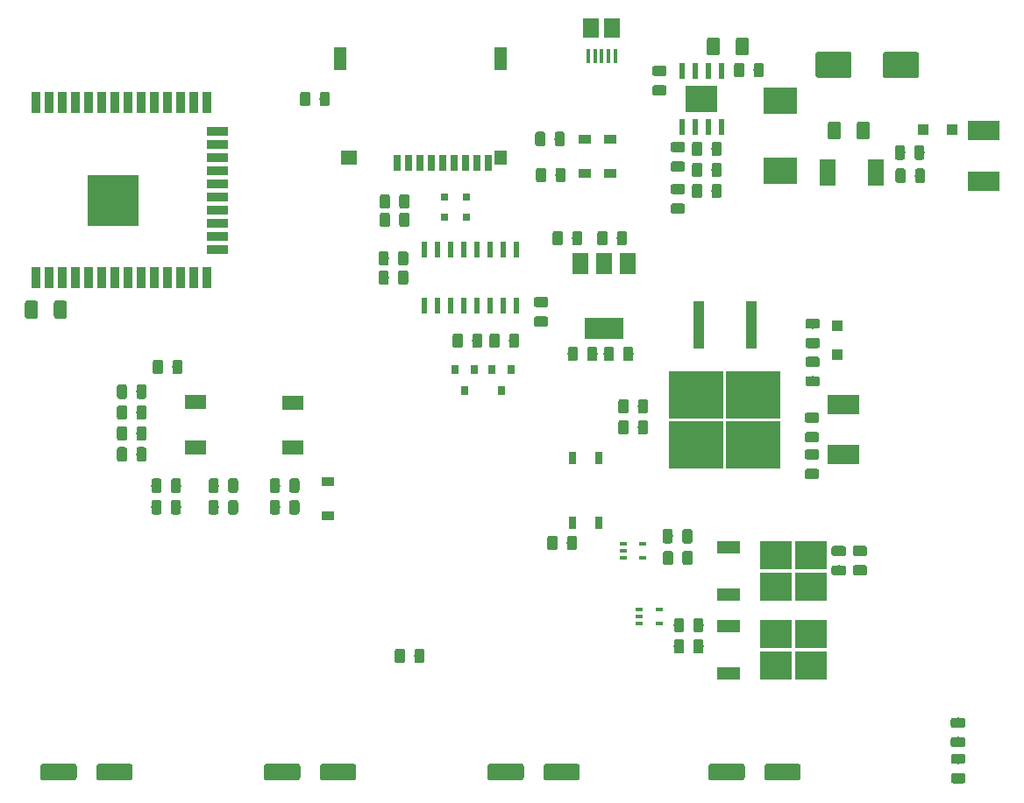
<source format=gtp>
G04 #@! TF.GenerationSoftware,KiCad,Pcbnew,5.0.2-bee76a0~70~ubuntu18.04.1*
G04 #@! TF.CreationDate,2019-07-27T20:09:16+09:00*
G04 #@! TF.ProjectId,MRR_ESPA,4d52525f-4553-4504-912e-6b696361645f,v1.2*
G04 #@! TF.SameCoordinates,Original*
G04 #@! TF.FileFunction,Paste,Top*
G04 #@! TF.FilePolarity,Positive*
%FSLAX46Y46*%
G04 Gerber Fmt 4.6, Leading zero omitted, Abs format (unit mm)*
G04 Created by KiCad (PCBNEW 5.0.2-bee76a0~70~ubuntu18.04.1) date Sat 27 Jul 2019 08:09:16 PM JST*
%MOMM*%
%LPD*%
G01*
G04 APERTURE LIST*
%ADD10C,0.100000*%
%ADD11C,1.250000*%
%ADD12R,1.500000X1.900000*%
%ADD13R,0.400000X1.350000*%
%ADD14C,0.975000*%
%ADD15C,2.500000*%
%ADD16C,1.600000*%
%ADD17R,5.250000X4.550000*%
%ADD18R,1.100000X4.600000*%
%ADD19R,3.050000X2.750000*%
%ADD20R,2.200000X1.200000*%
%ADD21R,0.800000X0.900000*%
%ADD22R,0.900000X2.000000*%
%ADD23R,2.000000X0.900000*%
%ADD24R,5.000000X5.000000*%
%ADD25R,0.600000X1.550000*%
%ADD26R,3.100000X2.600000*%
%ADD27R,0.600000X1.500000*%
%ADD28R,1.500000X2.000000*%
%ADD29R,3.800000X2.000000*%
%ADD30R,0.700000X1.600000*%
%ADD31R,1.200000X1.400000*%
%ADD32R,1.600000X1.400000*%
%ADD33R,1.200000X2.200000*%
%ADD34R,3.150000X1.960000*%
%ADD35R,1.500000X2.500000*%
%ADD36R,2.100000X1.450000*%
%ADD37R,3.300000X2.500000*%
%ADD38R,1.200000X0.900000*%
%ADD39R,1.100000X1.100000*%
%ADD40R,0.800000X0.800000*%
%ADD41R,0.800000X1.200000*%
%ADD42R,0.650000X0.400000*%
G04 APERTURE END LIST*
D10*
G04 #@! TO.C,C7*
G36*
X112283504Y-48402204D02*
X112307773Y-48405804D01*
X112331571Y-48411765D01*
X112354671Y-48420030D01*
X112376849Y-48430520D01*
X112397893Y-48443133D01*
X112417598Y-48457747D01*
X112435777Y-48474223D01*
X112452253Y-48492402D01*
X112466867Y-48512107D01*
X112479480Y-48533151D01*
X112489970Y-48555329D01*
X112498235Y-48578429D01*
X112504196Y-48602227D01*
X112507796Y-48626496D01*
X112509000Y-48651000D01*
X112509000Y-49901000D01*
X112507796Y-49925504D01*
X112504196Y-49949773D01*
X112498235Y-49973571D01*
X112489970Y-49996671D01*
X112479480Y-50018849D01*
X112466867Y-50039893D01*
X112452253Y-50059598D01*
X112435777Y-50077777D01*
X112417598Y-50094253D01*
X112397893Y-50108867D01*
X112376849Y-50121480D01*
X112354671Y-50131970D01*
X112331571Y-50140235D01*
X112307773Y-50146196D01*
X112283504Y-50149796D01*
X112259000Y-50151000D01*
X111509000Y-50151000D01*
X111484496Y-50149796D01*
X111460227Y-50146196D01*
X111436429Y-50140235D01*
X111413329Y-50131970D01*
X111391151Y-50121480D01*
X111370107Y-50108867D01*
X111350402Y-50094253D01*
X111332223Y-50077777D01*
X111315747Y-50059598D01*
X111301133Y-50039893D01*
X111288520Y-50018849D01*
X111278030Y-49996671D01*
X111269765Y-49973571D01*
X111263804Y-49949773D01*
X111260204Y-49925504D01*
X111259000Y-49901000D01*
X111259000Y-48651000D01*
X111260204Y-48626496D01*
X111263804Y-48602227D01*
X111269765Y-48578429D01*
X111278030Y-48555329D01*
X111288520Y-48533151D01*
X111301133Y-48512107D01*
X111315747Y-48492402D01*
X111332223Y-48474223D01*
X111350402Y-48457747D01*
X111370107Y-48443133D01*
X111391151Y-48430520D01*
X111413329Y-48420030D01*
X111436429Y-48411765D01*
X111460227Y-48405804D01*
X111484496Y-48402204D01*
X111509000Y-48401000D01*
X112259000Y-48401000D01*
X112283504Y-48402204D01*
X112283504Y-48402204D01*
G37*
D11*
X111884000Y-49276000D03*
D10*
G36*
X115083504Y-48402204D02*
X115107773Y-48405804D01*
X115131571Y-48411765D01*
X115154671Y-48420030D01*
X115176849Y-48430520D01*
X115197893Y-48443133D01*
X115217598Y-48457747D01*
X115235777Y-48474223D01*
X115252253Y-48492402D01*
X115266867Y-48512107D01*
X115279480Y-48533151D01*
X115289970Y-48555329D01*
X115298235Y-48578429D01*
X115304196Y-48602227D01*
X115307796Y-48626496D01*
X115309000Y-48651000D01*
X115309000Y-49901000D01*
X115307796Y-49925504D01*
X115304196Y-49949773D01*
X115298235Y-49973571D01*
X115289970Y-49996671D01*
X115279480Y-50018849D01*
X115266867Y-50039893D01*
X115252253Y-50059598D01*
X115235777Y-50077777D01*
X115217598Y-50094253D01*
X115197893Y-50108867D01*
X115176849Y-50121480D01*
X115154671Y-50131970D01*
X115131571Y-50140235D01*
X115107773Y-50146196D01*
X115083504Y-50149796D01*
X115059000Y-50151000D01*
X114309000Y-50151000D01*
X114284496Y-50149796D01*
X114260227Y-50146196D01*
X114236429Y-50140235D01*
X114213329Y-50131970D01*
X114191151Y-50121480D01*
X114170107Y-50108867D01*
X114150402Y-50094253D01*
X114132223Y-50077777D01*
X114115747Y-50059598D01*
X114101133Y-50039893D01*
X114088520Y-50018849D01*
X114078030Y-49996671D01*
X114069765Y-49973571D01*
X114063804Y-49949773D01*
X114060204Y-49925504D01*
X114059000Y-49901000D01*
X114059000Y-48651000D01*
X114060204Y-48626496D01*
X114063804Y-48602227D01*
X114069765Y-48578429D01*
X114078030Y-48555329D01*
X114088520Y-48533151D01*
X114101133Y-48512107D01*
X114115747Y-48492402D01*
X114132223Y-48474223D01*
X114150402Y-48457747D01*
X114170107Y-48443133D01*
X114191151Y-48430520D01*
X114213329Y-48420030D01*
X114236429Y-48411765D01*
X114260227Y-48405804D01*
X114284496Y-48402204D01*
X114309000Y-48401000D01*
X115059000Y-48401000D01*
X115083504Y-48402204D01*
X115083504Y-48402204D01*
G37*
D11*
X114684000Y-49276000D03*
G04 #@! TD*
D12*
G04 #@! TO.C,J16*
X102092000Y-47530500D03*
D13*
X101092000Y-50230500D03*
X100442000Y-50230500D03*
X99792000Y-50230500D03*
X102392000Y-50230500D03*
X101742000Y-50230500D03*
D12*
X100092000Y-47530500D03*
G04 #@! TD*
D10*
G04 #@! TO.C,C1*
G36*
X60249127Y-93135844D02*
X60272788Y-93139354D01*
X60295992Y-93145166D01*
X60318514Y-93153224D01*
X60340138Y-93163452D01*
X60360655Y-93175749D01*
X60379868Y-93189999D01*
X60397592Y-93206063D01*
X60413656Y-93223787D01*
X60427906Y-93243000D01*
X60440203Y-93263517D01*
X60450431Y-93285141D01*
X60458489Y-93307663D01*
X60464301Y-93330867D01*
X60467811Y-93354528D01*
X60468985Y-93378420D01*
X60468985Y-94290920D01*
X60467811Y-94314812D01*
X60464301Y-94338473D01*
X60458489Y-94361677D01*
X60450431Y-94384199D01*
X60440203Y-94405823D01*
X60427906Y-94426340D01*
X60413656Y-94445553D01*
X60397592Y-94463277D01*
X60379868Y-94479341D01*
X60360655Y-94493591D01*
X60340138Y-94505888D01*
X60318514Y-94516116D01*
X60295992Y-94524174D01*
X60272788Y-94529986D01*
X60249127Y-94533496D01*
X60225235Y-94534670D01*
X59737735Y-94534670D01*
X59713843Y-94533496D01*
X59690182Y-94529986D01*
X59666978Y-94524174D01*
X59644456Y-94516116D01*
X59622832Y-94505888D01*
X59602315Y-94493591D01*
X59583102Y-94479341D01*
X59565378Y-94463277D01*
X59549314Y-94445553D01*
X59535064Y-94426340D01*
X59522767Y-94405823D01*
X59512539Y-94384199D01*
X59504481Y-94361677D01*
X59498669Y-94338473D01*
X59495159Y-94314812D01*
X59493985Y-94290920D01*
X59493985Y-93378420D01*
X59495159Y-93354528D01*
X59498669Y-93330867D01*
X59504481Y-93307663D01*
X59512539Y-93285141D01*
X59522767Y-93263517D01*
X59535064Y-93243000D01*
X59549314Y-93223787D01*
X59565378Y-93206063D01*
X59583102Y-93189999D01*
X59602315Y-93175749D01*
X59622832Y-93163452D01*
X59644456Y-93153224D01*
X59666978Y-93145166D01*
X59690182Y-93139354D01*
X59713843Y-93135844D01*
X59737735Y-93134670D01*
X60225235Y-93134670D01*
X60249127Y-93135844D01*
X60249127Y-93135844D01*
G37*
D14*
X59981485Y-93834670D03*
D10*
G36*
X58374127Y-93135844D02*
X58397788Y-93139354D01*
X58420992Y-93145166D01*
X58443514Y-93153224D01*
X58465138Y-93163452D01*
X58485655Y-93175749D01*
X58504868Y-93189999D01*
X58522592Y-93206063D01*
X58538656Y-93223787D01*
X58552906Y-93243000D01*
X58565203Y-93263517D01*
X58575431Y-93285141D01*
X58583489Y-93307663D01*
X58589301Y-93330867D01*
X58592811Y-93354528D01*
X58593985Y-93378420D01*
X58593985Y-94290920D01*
X58592811Y-94314812D01*
X58589301Y-94338473D01*
X58583489Y-94361677D01*
X58575431Y-94384199D01*
X58565203Y-94405823D01*
X58552906Y-94426340D01*
X58538656Y-94445553D01*
X58522592Y-94463277D01*
X58504868Y-94479341D01*
X58485655Y-94493591D01*
X58465138Y-94505888D01*
X58443514Y-94516116D01*
X58420992Y-94524174D01*
X58397788Y-94529986D01*
X58374127Y-94533496D01*
X58350235Y-94534670D01*
X57862735Y-94534670D01*
X57838843Y-94533496D01*
X57815182Y-94529986D01*
X57791978Y-94524174D01*
X57769456Y-94516116D01*
X57747832Y-94505888D01*
X57727315Y-94493591D01*
X57708102Y-94479341D01*
X57690378Y-94463277D01*
X57674314Y-94445553D01*
X57660064Y-94426340D01*
X57647767Y-94405823D01*
X57637539Y-94384199D01*
X57629481Y-94361677D01*
X57623669Y-94338473D01*
X57620159Y-94314812D01*
X57618985Y-94290920D01*
X57618985Y-93378420D01*
X57620159Y-93354528D01*
X57623669Y-93330867D01*
X57629481Y-93307663D01*
X57637539Y-93285141D01*
X57647767Y-93263517D01*
X57660064Y-93243000D01*
X57674314Y-93223787D01*
X57690378Y-93206063D01*
X57708102Y-93189999D01*
X57727315Y-93175749D01*
X57747832Y-93163452D01*
X57769456Y-93153224D01*
X57791978Y-93145166D01*
X57815182Y-93139354D01*
X57838843Y-93135844D01*
X57862735Y-93134670D01*
X58350235Y-93134670D01*
X58374127Y-93135844D01*
X58374127Y-93135844D01*
G37*
D14*
X58106485Y-93834670D03*
G04 #@! TD*
D10*
G04 #@! TO.C,C2*
G36*
X71689127Y-93135844D02*
X71712788Y-93139354D01*
X71735992Y-93145166D01*
X71758514Y-93153224D01*
X71780138Y-93163452D01*
X71800655Y-93175749D01*
X71819868Y-93189999D01*
X71837592Y-93206063D01*
X71853656Y-93223787D01*
X71867906Y-93243000D01*
X71880203Y-93263517D01*
X71890431Y-93285141D01*
X71898489Y-93307663D01*
X71904301Y-93330867D01*
X71907811Y-93354528D01*
X71908985Y-93378420D01*
X71908985Y-94290920D01*
X71907811Y-94314812D01*
X71904301Y-94338473D01*
X71898489Y-94361677D01*
X71890431Y-94384199D01*
X71880203Y-94405823D01*
X71867906Y-94426340D01*
X71853656Y-94445553D01*
X71837592Y-94463277D01*
X71819868Y-94479341D01*
X71800655Y-94493591D01*
X71780138Y-94505888D01*
X71758514Y-94516116D01*
X71735992Y-94524174D01*
X71712788Y-94529986D01*
X71689127Y-94533496D01*
X71665235Y-94534670D01*
X71177735Y-94534670D01*
X71153843Y-94533496D01*
X71130182Y-94529986D01*
X71106978Y-94524174D01*
X71084456Y-94516116D01*
X71062832Y-94505888D01*
X71042315Y-94493591D01*
X71023102Y-94479341D01*
X71005378Y-94463277D01*
X70989314Y-94445553D01*
X70975064Y-94426340D01*
X70962767Y-94405823D01*
X70952539Y-94384199D01*
X70944481Y-94361677D01*
X70938669Y-94338473D01*
X70935159Y-94314812D01*
X70933985Y-94290920D01*
X70933985Y-93378420D01*
X70935159Y-93354528D01*
X70938669Y-93330867D01*
X70944481Y-93307663D01*
X70952539Y-93285141D01*
X70962767Y-93263517D01*
X70975064Y-93243000D01*
X70989314Y-93223787D01*
X71005378Y-93206063D01*
X71023102Y-93189999D01*
X71042315Y-93175749D01*
X71062832Y-93163452D01*
X71084456Y-93153224D01*
X71106978Y-93145166D01*
X71130182Y-93139354D01*
X71153843Y-93135844D01*
X71177735Y-93134670D01*
X71665235Y-93134670D01*
X71689127Y-93135844D01*
X71689127Y-93135844D01*
G37*
D14*
X71421485Y-93834670D03*
D10*
G36*
X69814127Y-93135844D02*
X69837788Y-93139354D01*
X69860992Y-93145166D01*
X69883514Y-93153224D01*
X69905138Y-93163452D01*
X69925655Y-93175749D01*
X69944868Y-93189999D01*
X69962592Y-93206063D01*
X69978656Y-93223787D01*
X69992906Y-93243000D01*
X70005203Y-93263517D01*
X70015431Y-93285141D01*
X70023489Y-93307663D01*
X70029301Y-93330867D01*
X70032811Y-93354528D01*
X70033985Y-93378420D01*
X70033985Y-94290920D01*
X70032811Y-94314812D01*
X70029301Y-94338473D01*
X70023489Y-94361677D01*
X70015431Y-94384199D01*
X70005203Y-94405823D01*
X69992906Y-94426340D01*
X69978656Y-94445553D01*
X69962592Y-94463277D01*
X69944868Y-94479341D01*
X69925655Y-94493591D01*
X69905138Y-94505888D01*
X69883514Y-94516116D01*
X69860992Y-94524174D01*
X69837788Y-94529986D01*
X69814127Y-94533496D01*
X69790235Y-94534670D01*
X69302735Y-94534670D01*
X69278843Y-94533496D01*
X69255182Y-94529986D01*
X69231978Y-94524174D01*
X69209456Y-94516116D01*
X69187832Y-94505888D01*
X69167315Y-94493591D01*
X69148102Y-94479341D01*
X69130378Y-94463277D01*
X69114314Y-94445553D01*
X69100064Y-94426340D01*
X69087767Y-94405823D01*
X69077539Y-94384199D01*
X69069481Y-94361677D01*
X69063669Y-94338473D01*
X69060159Y-94314812D01*
X69058985Y-94290920D01*
X69058985Y-93378420D01*
X69060159Y-93354528D01*
X69063669Y-93330867D01*
X69069481Y-93307663D01*
X69077539Y-93285141D01*
X69087767Y-93263517D01*
X69100064Y-93243000D01*
X69114314Y-93223787D01*
X69130378Y-93206063D01*
X69148102Y-93189999D01*
X69167315Y-93175749D01*
X69187832Y-93163452D01*
X69209456Y-93153224D01*
X69231978Y-93145166D01*
X69255182Y-93139354D01*
X69278843Y-93135844D01*
X69302735Y-93134670D01*
X69790235Y-93134670D01*
X69814127Y-93135844D01*
X69814127Y-93135844D01*
G37*
D14*
X69546485Y-93834670D03*
G04 #@! TD*
D10*
G04 #@! TO.C,C3*
G36*
X65765127Y-93135844D02*
X65788788Y-93139354D01*
X65811992Y-93145166D01*
X65834514Y-93153224D01*
X65856138Y-93163452D01*
X65876655Y-93175749D01*
X65895868Y-93189999D01*
X65913592Y-93206063D01*
X65929656Y-93223787D01*
X65943906Y-93243000D01*
X65956203Y-93263517D01*
X65966431Y-93285141D01*
X65974489Y-93307663D01*
X65980301Y-93330867D01*
X65983811Y-93354528D01*
X65984985Y-93378420D01*
X65984985Y-94290920D01*
X65983811Y-94314812D01*
X65980301Y-94338473D01*
X65974489Y-94361677D01*
X65966431Y-94384199D01*
X65956203Y-94405823D01*
X65943906Y-94426340D01*
X65929656Y-94445553D01*
X65913592Y-94463277D01*
X65895868Y-94479341D01*
X65876655Y-94493591D01*
X65856138Y-94505888D01*
X65834514Y-94516116D01*
X65811992Y-94524174D01*
X65788788Y-94529986D01*
X65765127Y-94533496D01*
X65741235Y-94534670D01*
X65253735Y-94534670D01*
X65229843Y-94533496D01*
X65206182Y-94529986D01*
X65182978Y-94524174D01*
X65160456Y-94516116D01*
X65138832Y-94505888D01*
X65118315Y-94493591D01*
X65099102Y-94479341D01*
X65081378Y-94463277D01*
X65065314Y-94445553D01*
X65051064Y-94426340D01*
X65038767Y-94405823D01*
X65028539Y-94384199D01*
X65020481Y-94361677D01*
X65014669Y-94338473D01*
X65011159Y-94314812D01*
X65009985Y-94290920D01*
X65009985Y-93378420D01*
X65011159Y-93354528D01*
X65014669Y-93330867D01*
X65020481Y-93307663D01*
X65028539Y-93285141D01*
X65038767Y-93263517D01*
X65051064Y-93243000D01*
X65065314Y-93223787D01*
X65081378Y-93206063D01*
X65099102Y-93189999D01*
X65118315Y-93175749D01*
X65138832Y-93163452D01*
X65160456Y-93153224D01*
X65182978Y-93145166D01*
X65206182Y-93139354D01*
X65229843Y-93135844D01*
X65253735Y-93134670D01*
X65741235Y-93134670D01*
X65765127Y-93135844D01*
X65765127Y-93135844D01*
G37*
D14*
X65497485Y-93834670D03*
D10*
G36*
X63890127Y-93135844D02*
X63913788Y-93139354D01*
X63936992Y-93145166D01*
X63959514Y-93153224D01*
X63981138Y-93163452D01*
X64001655Y-93175749D01*
X64020868Y-93189999D01*
X64038592Y-93206063D01*
X64054656Y-93223787D01*
X64068906Y-93243000D01*
X64081203Y-93263517D01*
X64091431Y-93285141D01*
X64099489Y-93307663D01*
X64105301Y-93330867D01*
X64108811Y-93354528D01*
X64109985Y-93378420D01*
X64109985Y-94290920D01*
X64108811Y-94314812D01*
X64105301Y-94338473D01*
X64099489Y-94361677D01*
X64091431Y-94384199D01*
X64081203Y-94405823D01*
X64068906Y-94426340D01*
X64054656Y-94445553D01*
X64038592Y-94463277D01*
X64020868Y-94479341D01*
X64001655Y-94493591D01*
X63981138Y-94505888D01*
X63959514Y-94516116D01*
X63936992Y-94524174D01*
X63913788Y-94529986D01*
X63890127Y-94533496D01*
X63866235Y-94534670D01*
X63378735Y-94534670D01*
X63354843Y-94533496D01*
X63331182Y-94529986D01*
X63307978Y-94524174D01*
X63285456Y-94516116D01*
X63263832Y-94505888D01*
X63243315Y-94493591D01*
X63224102Y-94479341D01*
X63206378Y-94463277D01*
X63190314Y-94445553D01*
X63176064Y-94426340D01*
X63163767Y-94405823D01*
X63153539Y-94384199D01*
X63145481Y-94361677D01*
X63139669Y-94338473D01*
X63136159Y-94314812D01*
X63134985Y-94290920D01*
X63134985Y-93378420D01*
X63136159Y-93354528D01*
X63139669Y-93330867D01*
X63145481Y-93307663D01*
X63153539Y-93285141D01*
X63163767Y-93263517D01*
X63176064Y-93243000D01*
X63190314Y-93223787D01*
X63206378Y-93206063D01*
X63224102Y-93189999D01*
X63243315Y-93175749D01*
X63263832Y-93163452D01*
X63285456Y-93153224D01*
X63307978Y-93145166D01*
X63331182Y-93139354D01*
X63354843Y-93135844D01*
X63378735Y-93134670D01*
X63866235Y-93134670D01*
X63890127Y-93135844D01*
X63890127Y-93135844D01*
G37*
D14*
X63622485Y-93834670D03*
G04 #@! TD*
D10*
G04 #@! TO.C,C4*
G36*
X131520504Y-49805204D02*
X131544773Y-49808804D01*
X131568571Y-49814765D01*
X131591671Y-49823030D01*
X131613849Y-49833520D01*
X131634893Y-49846133D01*
X131654598Y-49860747D01*
X131672777Y-49877223D01*
X131689253Y-49895402D01*
X131703867Y-49915107D01*
X131716480Y-49936151D01*
X131726970Y-49958329D01*
X131735235Y-49981429D01*
X131741196Y-50005227D01*
X131744796Y-50029496D01*
X131746000Y-50054000D01*
X131746000Y-52054000D01*
X131744796Y-52078504D01*
X131741196Y-52102773D01*
X131735235Y-52126571D01*
X131726970Y-52149671D01*
X131716480Y-52171849D01*
X131703867Y-52192893D01*
X131689253Y-52212598D01*
X131672777Y-52230777D01*
X131654598Y-52247253D01*
X131634893Y-52261867D01*
X131613849Y-52274480D01*
X131591671Y-52284970D01*
X131568571Y-52293235D01*
X131544773Y-52299196D01*
X131520504Y-52302796D01*
X131496000Y-52304000D01*
X128496000Y-52304000D01*
X128471496Y-52302796D01*
X128447227Y-52299196D01*
X128423429Y-52293235D01*
X128400329Y-52284970D01*
X128378151Y-52274480D01*
X128357107Y-52261867D01*
X128337402Y-52247253D01*
X128319223Y-52230777D01*
X128302747Y-52212598D01*
X128288133Y-52192893D01*
X128275520Y-52171849D01*
X128265030Y-52149671D01*
X128256765Y-52126571D01*
X128250804Y-52102773D01*
X128247204Y-52078504D01*
X128246000Y-52054000D01*
X128246000Y-50054000D01*
X128247204Y-50029496D01*
X128250804Y-50005227D01*
X128256765Y-49981429D01*
X128265030Y-49958329D01*
X128275520Y-49936151D01*
X128288133Y-49915107D01*
X128302747Y-49895402D01*
X128319223Y-49877223D01*
X128337402Y-49860747D01*
X128357107Y-49846133D01*
X128378151Y-49833520D01*
X128400329Y-49823030D01*
X128423429Y-49814765D01*
X128447227Y-49808804D01*
X128471496Y-49805204D01*
X128496000Y-49804000D01*
X131496000Y-49804000D01*
X131520504Y-49805204D01*
X131520504Y-49805204D01*
G37*
D15*
X129996000Y-51054000D03*
D10*
G36*
X125020504Y-49805204D02*
X125044773Y-49808804D01*
X125068571Y-49814765D01*
X125091671Y-49823030D01*
X125113849Y-49833520D01*
X125134893Y-49846133D01*
X125154598Y-49860747D01*
X125172777Y-49877223D01*
X125189253Y-49895402D01*
X125203867Y-49915107D01*
X125216480Y-49936151D01*
X125226970Y-49958329D01*
X125235235Y-49981429D01*
X125241196Y-50005227D01*
X125244796Y-50029496D01*
X125246000Y-50054000D01*
X125246000Y-52054000D01*
X125244796Y-52078504D01*
X125241196Y-52102773D01*
X125235235Y-52126571D01*
X125226970Y-52149671D01*
X125216480Y-52171849D01*
X125203867Y-52192893D01*
X125189253Y-52212598D01*
X125172777Y-52230777D01*
X125154598Y-52247253D01*
X125134893Y-52261867D01*
X125113849Y-52274480D01*
X125091671Y-52284970D01*
X125068571Y-52293235D01*
X125044773Y-52299196D01*
X125020504Y-52302796D01*
X124996000Y-52304000D01*
X121996000Y-52304000D01*
X121971496Y-52302796D01*
X121947227Y-52299196D01*
X121923429Y-52293235D01*
X121900329Y-52284970D01*
X121878151Y-52274480D01*
X121857107Y-52261867D01*
X121837402Y-52247253D01*
X121819223Y-52230777D01*
X121802747Y-52212598D01*
X121788133Y-52192893D01*
X121775520Y-52171849D01*
X121765030Y-52149671D01*
X121756765Y-52126571D01*
X121750804Y-52102773D01*
X121747204Y-52078504D01*
X121746000Y-52054000D01*
X121746000Y-50054000D01*
X121747204Y-50029496D01*
X121750804Y-50005227D01*
X121756765Y-49981429D01*
X121765030Y-49958329D01*
X121775520Y-49936151D01*
X121788133Y-49915107D01*
X121802747Y-49895402D01*
X121819223Y-49877223D01*
X121837402Y-49860747D01*
X121857107Y-49846133D01*
X121878151Y-49833520D01*
X121900329Y-49823030D01*
X121923429Y-49814765D01*
X121947227Y-49808804D01*
X121971496Y-49805204D01*
X121996000Y-49804000D01*
X124996000Y-49804000D01*
X125020504Y-49805204D01*
X125020504Y-49805204D01*
G37*
D15*
X123496000Y-51054000D03*
G04 #@! TD*
D10*
G04 #@! TO.C,C5*
G36*
X56920142Y-88006174D02*
X56943803Y-88009684D01*
X56967007Y-88015496D01*
X56989529Y-88023554D01*
X57011153Y-88033782D01*
X57031670Y-88046079D01*
X57050883Y-88060329D01*
X57068607Y-88076393D01*
X57084671Y-88094117D01*
X57098921Y-88113330D01*
X57111218Y-88133847D01*
X57121446Y-88155471D01*
X57129504Y-88177993D01*
X57135316Y-88201197D01*
X57138826Y-88224858D01*
X57140000Y-88248750D01*
X57140000Y-89161250D01*
X57138826Y-89185142D01*
X57135316Y-89208803D01*
X57129504Y-89232007D01*
X57121446Y-89254529D01*
X57111218Y-89276153D01*
X57098921Y-89296670D01*
X57084671Y-89315883D01*
X57068607Y-89333607D01*
X57050883Y-89349671D01*
X57031670Y-89363921D01*
X57011153Y-89376218D01*
X56989529Y-89386446D01*
X56967007Y-89394504D01*
X56943803Y-89400316D01*
X56920142Y-89403826D01*
X56896250Y-89405000D01*
X56408750Y-89405000D01*
X56384858Y-89403826D01*
X56361197Y-89400316D01*
X56337993Y-89394504D01*
X56315471Y-89386446D01*
X56293847Y-89376218D01*
X56273330Y-89363921D01*
X56254117Y-89349671D01*
X56236393Y-89333607D01*
X56220329Y-89315883D01*
X56206079Y-89296670D01*
X56193782Y-89276153D01*
X56183554Y-89254529D01*
X56175496Y-89232007D01*
X56169684Y-89208803D01*
X56166174Y-89185142D01*
X56165000Y-89161250D01*
X56165000Y-88248750D01*
X56166174Y-88224858D01*
X56169684Y-88201197D01*
X56175496Y-88177993D01*
X56183554Y-88155471D01*
X56193782Y-88133847D01*
X56206079Y-88113330D01*
X56220329Y-88094117D01*
X56236393Y-88076393D01*
X56254117Y-88060329D01*
X56273330Y-88046079D01*
X56293847Y-88033782D01*
X56315471Y-88023554D01*
X56337993Y-88015496D01*
X56361197Y-88009684D01*
X56384858Y-88006174D01*
X56408750Y-88005000D01*
X56896250Y-88005000D01*
X56920142Y-88006174D01*
X56920142Y-88006174D01*
G37*
D14*
X56652500Y-88705000D03*
D10*
G36*
X55045142Y-88006174D02*
X55068803Y-88009684D01*
X55092007Y-88015496D01*
X55114529Y-88023554D01*
X55136153Y-88033782D01*
X55156670Y-88046079D01*
X55175883Y-88060329D01*
X55193607Y-88076393D01*
X55209671Y-88094117D01*
X55223921Y-88113330D01*
X55236218Y-88133847D01*
X55246446Y-88155471D01*
X55254504Y-88177993D01*
X55260316Y-88201197D01*
X55263826Y-88224858D01*
X55265000Y-88248750D01*
X55265000Y-89161250D01*
X55263826Y-89185142D01*
X55260316Y-89208803D01*
X55254504Y-89232007D01*
X55246446Y-89254529D01*
X55236218Y-89276153D01*
X55223921Y-89296670D01*
X55209671Y-89315883D01*
X55193607Y-89333607D01*
X55175883Y-89349671D01*
X55156670Y-89363921D01*
X55136153Y-89376218D01*
X55114529Y-89386446D01*
X55092007Y-89394504D01*
X55068803Y-89400316D01*
X55045142Y-89403826D01*
X55021250Y-89405000D01*
X54533750Y-89405000D01*
X54509858Y-89403826D01*
X54486197Y-89400316D01*
X54462993Y-89394504D01*
X54440471Y-89386446D01*
X54418847Y-89376218D01*
X54398330Y-89363921D01*
X54379117Y-89349671D01*
X54361393Y-89333607D01*
X54345329Y-89315883D01*
X54331079Y-89296670D01*
X54318782Y-89276153D01*
X54308554Y-89254529D01*
X54300496Y-89232007D01*
X54294684Y-89208803D01*
X54291174Y-89185142D01*
X54290000Y-89161250D01*
X54290000Y-88248750D01*
X54291174Y-88224858D01*
X54294684Y-88201197D01*
X54300496Y-88177993D01*
X54308554Y-88155471D01*
X54318782Y-88133847D01*
X54331079Y-88113330D01*
X54345329Y-88094117D01*
X54361393Y-88076393D01*
X54379117Y-88060329D01*
X54398330Y-88046079D01*
X54418847Y-88033782D01*
X54440471Y-88023554D01*
X54462993Y-88015496D01*
X54486197Y-88009684D01*
X54509858Y-88006174D01*
X54533750Y-88005000D01*
X55021250Y-88005000D01*
X55045142Y-88006174D01*
X55045142Y-88006174D01*
G37*
D14*
X54777500Y-88705000D03*
G04 #@! TD*
D10*
G04 #@! TO.C,C6*
G36*
X56920142Y-83981174D02*
X56943803Y-83984684D01*
X56967007Y-83990496D01*
X56989529Y-83998554D01*
X57011153Y-84008782D01*
X57031670Y-84021079D01*
X57050883Y-84035329D01*
X57068607Y-84051393D01*
X57084671Y-84069117D01*
X57098921Y-84088330D01*
X57111218Y-84108847D01*
X57121446Y-84130471D01*
X57129504Y-84152993D01*
X57135316Y-84176197D01*
X57138826Y-84199858D01*
X57140000Y-84223750D01*
X57140000Y-85136250D01*
X57138826Y-85160142D01*
X57135316Y-85183803D01*
X57129504Y-85207007D01*
X57121446Y-85229529D01*
X57111218Y-85251153D01*
X57098921Y-85271670D01*
X57084671Y-85290883D01*
X57068607Y-85308607D01*
X57050883Y-85324671D01*
X57031670Y-85338921D01*
X57011153Y-85351218D01*
X56989529Y-85361446D01*
X56967007Y-85369504D01*
X56943803Y-85375316D01*
X56920142Y-85378826D01*
X56896250Y-85380000D01*
X56408750Y-85380000D01*
X56384858Y-85378826D01*
X56361197Y-85375316D01*
X56337993Y-85369504D01*
X56315471Y-85361446D01*
X56293847Y-85351218D01*
X56273330Y-85338921D01*
X56254117Y-85324671D01*
X56236393Y-85308607D01*
X56220329Y-85290883D01*
X56206079Y-85271670D01*
X56193782Y-85251153D01*
X56183554Y-85229529D01*
X56175496Y-85207007D01*
X56169684Y-85183803D01*
X56166174Y-85160142D01*
X56165000Y-85136250D01*
X56165000Y-84223750D01*
X56166174Y-84199858D01*
X56169684Y-84176197D01*
X56175496Y-84152993D01*
X56183554Y-84130471D01*
X56193782Y-84108847D01*
X56206079Y-84088330D01*
X56220329Y-84069117D01*
X56236393Y-84051393D01*
X56254117Y-84035329D01*
X56273330Y-84021079D01*
X56293847Y-84008782D01*
X56315471Y-83998554D01*
X56337993Y-83990496D01*
X56361197Y-83984684D01*
X56384858Y-83981174D01*
X56408750Y-83980000D01*
X56896250Y-83980000D01*
X56920142Y-83981174D01*
X56920142Y-83981174D01*
G37*
D14*
X56652500Y-84680000D03*
D10*
G36*
X55045142Y-83981174D02*
X55068803Y-83984684D01*
X55092007Y-83990496D01*
X55114529Y-83998554D01*
X55136153Y-84008782D01*
X55156670Y-84021079D01*
X55175883Y-84035329D01*
X55193607Y-84051393D01*
X55209671Y-84069117D01*
X55223921Y-84088330D01*
X55236218Y-84108847D01*
X55246446Y-84130471D01*
X55254504Y-84152993D01*
X55260316Y-84176197D01*
X55263826Y-84199858D01*
X55265000Y-84223750D01*
X55265000Y-85136250D01*
X55263826Y-85160142D01*
X55260316Y-85183803D01*
X55254504Y-85207007D01*
X55246446Y-85229529D01*
X55236218Y-85251153D01*
X55223921Y-85271670D01*
X55209671Y-85290883D01*
X55193607Y-85308607D01*
X55175883Y-85324671D01*
X55156670Y-85338921D01*
X55136153Y-85351218D01*
X55114529Y-85361446D01*
X55092007Y-85369504D01*
X55068803Y-85375316D01*
X55045142Y-85378826D01*
X55021250Y-85380000D01*
X54533750Y-85380000D01*
X54509858Y-85378826D01*
X54486197Y-85375316D01*
X54462993Y-85369504D01*
X54440471Y-85361446D01*
X54418847Y-85351218D01*
X54398330Y-85338921D01*
X54379117Y-85324671D01*
X54361393Y-85308607D01*
X54345329Y-85290883D01*
X54331079Y-85271670D01*
X54318782Y-85251153D01*
X54308554Y-85229529D01*
X54300496Y-85207007D01*
X54294684Y-85183803D01*
X54291174Y-85160142D01*
X54290000Y-85136250D01*
X54290000Y-84223750D01*
X54291174Y-84199858D01*
X54294684Y-84176197D01*
X54300496Y-84152993D01*
X54308554Y-84130471D01*
X54318782Y-84108847D01*
X54331079Y-84088330D01*
X54345329Y-84069117D01*
X54361393Y-84051393D01*
X54379117Y-84035329D01*
X54398330Y-84021079D01*
X54418847Y-84008782D01*
X54440471Y-83998554D01*
X54462993Y-83990496D01*
X54486197Y-83984684D01*
X54509858Y-83981174D01*
X54533750Y-83980000D01*
X55021250Y-83980000D01*
X55045142Y-83981174D01*
X55045142Y-83981174D01*
G37*
D14*
X54777500Y-84680000D03*
G04 #@! TD*
D10*
G04 #@! TO.C,C8*
G36*
X112457142Y-60515174D02*
X112480803Y-60518684D01*
X112504007Y-60524496D01*
X112526529Y-60532554D01*
X112548153Y-60542782D01*
X112568670Y-60555079D01*
X112587883Y-60569329D01*
X112605607Y-60585393D01*
X112621671Y-60603117D01*
X112635921Y-60622330D01*
X112648218Y-60642847D01*
X112658446Y-60664471D01*
X112666504Y-60686993D01*
X112672316Y-60710197D01*
X112675826Y-60733858D01*
X112677000Y-60757750D01*
X112677000Y-61670250D01*
X112675826Y-61694142D01*
X112672316Y-61717803D01*
X112666504Y-61741007D01*
X112658446Y-61763529D01*
X112648218Y-61785153D01*
X112635921Y-61805670D01*
X112621671Y-61824883D01*
X112605607Y-61842607D01*
X112587883Y-61858671D01*
X112568670Y-61872921D01*
X112548153Y-61885218D01*
X112526529Y-61895446D01*
X112504007Y-61903504D01*
X112480803Y-61909316D01*
X112457142Y-61912826D01*
X112433250Y-61914000D01*
X111945750Y-61914000D01*
X111921858Y-61912826D01*
X111898197Y-61909316D01*
X111874993Y-61903504D01*
X111852471Y-61895446D01*
X111830847Y-61885218D01*
X111810330Y-61872921D01*
X111791117Y-61858671D01*
X111773393Y-61842607D01*
X111757329Y-61824883D01*
X111743079Y-61805670D01*
X111730782Y-61785153D01*
X111720554Y-61763529D01*
X111712496Y-61741007D01*
X111706684Y-61717803D01*
X111703174Y-61694142D01*
X111702000Y-61670250D01*
X111702000Y-60757750D01*
X111703174Y-60733858D01*
X111706684Y-60710197D01*
X111712496Y-60686993D01*
X111720554Y-60664471D01*
X111730782Y-60642847D01*
X111743079Y-60622330D01*
X111757329Y-60603117D01*
X111773393Y-60585393D01*
X111791117Y-60569329D01*
X111810330Y-60555079D01*
X111830847Y-60542782D01*
X111852471Y-60532554D01*
X111874993Y-60524496D01*
X111898197Y-60518684D01*
X111921858Y-60515174D01*
X111945750Y-60514000D01*
X112433250Y-60514000D01*
X112457142Y-60515174D01*
X112457142Y-60515174D01*
G37*
D14*
X112189500Y-61214000D03*
D10*
G36*
X110582142Y-60515174D02*
X110605803Y-60518684D01*
X110629007Y-60524496D01*
X110651529Y-60532554D01*
X110673153Y-60542782D01*
X110693670Y-60555079D01*
X110712883Y-60569329D01*
X110730607Y-60585393D01*
X110746671Y-60603117D01*
X110760921Y-60622330D01*
X110773218Y-60642847D01*
X110783446Y-60664471D01*
X110791504Y-60686993D01*
X110797316Y-60710197D01*
X110800826Y-60733858D01*
X110802000Y-60757750D01*
X110802000Y-61670250D01*
X110800826Y-61694142D01*
X110797316Y-61717803D01*
X110791504Y-61741007D01*
X110783446Y-61763529D01*
X110773218Y-61785153D01*
X110760921Y-61805670D01*
X110746671Y-61824883D01*
X110730607Y-61842607D01*
X110712883Y-61858671D01*
X110693670Y-61872921D01*
X110673153Y-61885218D01*
X110651529Y-61895446D01*
X110629007Y-61903504D01*
X110605803Y-61909316D01*
X110582142Y-61912826D01*
X110558250Y-61914000D01*
X110070750Y-61914000D01*
X110046858Y-61912826D01*
X110023197Y-61909316D01*
X109999993Y-61903504D01*
X109977471Y-61895446D01*
X109955847Y-61885218D01*
X109935330Y-61872921D01*
X109916117Y-61858671D01*
X109898393Y-61842607D01*
X109882329Y-61824883D01*
X109868079Y-61805670D01*
X109855782Y-61785153D01*
X109845554Y-61763529D01*
X109837496Y-61741007D01*
X109831684Y-61717803D01*
X109828174Y-61694142D01*
X109827000Y-61670250D01*
X109827000Y-60757750D01*
X109828174Y-60733858D01*
X109831684Y-60710197D01*
X109837496Y-60686993D01*
X109845554Y-60664471D01*
X109855782Y-60642847D01*
X109868079Y-60622330D01*
X109882329Y-60603117D01*
X109898393Y-60585393D01*
X109916117Y-60569329D01*
X109935330Y-60555079D01*
X109955847Y-60542782D01*
X109977471Y-60532554D01*
X109999993Y-60524496D01*
X110023197Y-60518684D01*
X110046858Y-60515174D01*
X110070750Y-60514000D01*
X110558250Y-60514000D01*
X110582142Y-60515174D01*
X110582142Y-60515174D01*
G37*
D14*
X110314500Y-61214000D03*
G04 #@! TD*
D10*
G04 #@! TO.C,C9*
G36*
X112457142Y-58483174D02*
X112480803Y-58486684D01*
X112504007Y-58492496D01*
X112526529Y-58500554D01*
X112548153Y-58510782D01*
X112568670Y-58523079D01*
X112587883Y-58537329D01*
X112605607Y-58553393D01*
X112621671Y-58571117D01*
X112635921Y-58590330D01*
X112648218Y-58610847D01*
X112658446Y-58632471D01*
X112666504Y-58654993D01*
X112672316Y-58678197D01*
X112675826Y-58701858D01*
X112677000Y-58725750D01*
X112677000Y-59638250D01*
X112675826Y-59662142D01*
X112672316Y-59685803D01*
X112666504Y-59709007D01*
X112658446Y-59731529D01*
X112648218Y-59753153D01*
X112635921Y-59773670D01*
X112621671Y-59792883D01*
X112605607Y-59810607D01*
X112587883Y-59826671D01*
X112568670Y-59840921D01*
X112548153Y-59853218D01*
X112526529Y-59863446D01*
X112504007Y-59871504D01*
X112480803Y-59877316D01*
X112457142Y-59880826D01*
X112433250Y-59882000D01*
X111945750Y-59882000D01*
X111921858Y-59880826D01*
X111898197Y-59877316D01*
X111874993Y-59871504D01*
X111852471Y-59863446D01*
X111830847Y-59853218D01*
X111810330Y-59840921D01*
X111791117Y-59826671D01*
X111773393Y-59810607D01*
X111757329Y-59792883D01*
X111743079Y-59773670D01*
X111730782Y-59753153D01*
X111720554Y-59731529D01*
X111712496Y-59709007D01*
X111706684Y-59685803D01*
X111703174Y-59662142D01*
X111702000Y-59638250D01*
X111702000Y-58725750D01*
X111703174Y-58701858D01*
X111706684Y-58678197D01*
X111712496Y-58654993D01*
X111720554Y-58632471D01*
X111730782Y-58610847D01*
X111743079Y-58590330D01*
X111757329Y-58571117D01*
X111773393Y-58553393D01*
X111791117Y-58537329D01*
X111810330Y-58523079D01*
X111830847Y-58510782D01*
X111852471Y-58500554D01*
X111874993Y-58492496D01*
X111898197Y-58486684D01*
X111921858Y-58483174D01*
X111945750Y-58482000D01*
X112433250Y-58482000D01*
X112457142Y-58483174D01*
X112457142Y-58483174D01*
G37*
D14*
X112189500Y-59182000D03*
D10*
G36*
X110582142Y-58483174D02*
X110605803Y-58486684D01*
X110629007Y-58492496D01*
X110651529Y-58500554D01*
X110673153Y-58510782D01*
X110693670Y-58523079D01*
X110712883Y-58537329D01*
X110730607Y-58553393D01*
X110746671Y-58571117D01*
X110760921Y-58590330D01*
X110773218Y-58610847D01*
X110783446Y-58632471D01*
X110791504Y-58654993D01*
X110797316Y-58678197D01*
X110800826Y-58701858D01*
X110802000Y-58725750D01*
X110802000Y-59638250D01*
X110800826Y-59662142D01*
X110797316Y-59685803D01*
X110791504Y-59709007D01*
X110783446Y-59731529D01*
X110773218Y-59753153D01*
X110760921Y-59773670D01*
X110746671Y-59792883D01*
X110730607Y-59810607D01*
X110712883Y-59826671D01*
X110693670Y-59840921D01*
X110673153Y-59853218D01*
X110651529Y-59863446D01*
X110629007Y-59871504D01*
X110605803Y-59877316D01*
X110582142Y-59880826D01*
X110558250Y-59882000D01*
X110070750Y-59882000D01*
X110046858Y-59880826D01*
X110023197Y-59877316D01*
X109999993Y-59871504D01*
X109977471Y-59863446D01*
X109955847Y-59853218D01*
X109935330Y-59840921D01*
X109916117Y-59826671D01*
X109898393Y-59810607D01*
X109882329Y-59792883D01*
X109868079Y-59773670D01*
X109855782Y-59753153D01*
X109845554Y-59731529D01*
X109837496Y-59709007D01*
X109831684Y-59685803D01*
X109828174Y-59662142D01*
X109827000Y-59638250D01*
X109827000Y-58725750D01*
X109828174Y-58701858D01*
X109831684Y-58678197D01*
X109837496Y-58654993D01*
X109845554Y-58632471D01*
X109855782Y-58610847D01*
X109868079Y-58590330D01*
X109882329Y-58571117D01*
X109898393Y-58553393D01*
X109916117Y-58537329D01*
X109935330Y-58523079D01*
X109955847Y-58510782D01*
X109977471Y-58500554D01*
X109999993Y-58492496D01*
X110023197Y-58486684D01*
X110046858Y-58483174D01*
X110070750Y-58482000D01*
X110558250Y-58482000D01*
X110582142Y-58483174D01*
X110582142Y-58483174D01*
G37*
D14*
X110314500Y-59182000D03*
G04 #@! TD*
D10*
G04 #@! TO.C,C10*
G36*
X114646142Y-50863174D02*
X114669803Y-50866684D01*
X114693007Y-50872496D01*
X114715529Y-50880554D01*
X114737153Y-50890782D01*
X114757670Y-50903079D01*
X114776883Y-50917329D01*
X114794607Y-50933393D01*
X114810671Y-50951117D01*
X114824921Y-50970330D01*
X114837218Y-50990847D01*
X114847446Y-51012471D01*
X114855504Y-51034993D01*
X114861316Y-51058197D01*
X114864826Y-51081858D01*
X114866000Y-51105750D01*
X114866000Y-52018250D01*
X114864826Y-52042142D01*
X114861316Y-52065803D01*
X114855504Y-52089007D01*
X114847446Y-52111529D01*
X114837218Y-52133153D01*
X114824921Y-52153670D01*
X114810671Y-52172883D01*
X114794607Y-52190607D01*
X114776883Y-52206671D01*
X114757670Y-52220921D01*
X114737153Y-52233218D01*
X114715529Y-52243446D01*
X114693007Y-52251504D01*
X114669803Y-52257316D01*
X114646142Y-52260826D01*
X114622250Y-52262000D01*
X114134750Y-52262000D01*
X114110858Y-52260826D01*
X114087197Y-52257316D01*
X114063993Y-52251504D01*
X114041471Y-52243446D01*
X114019847Y-52233218D01*
X113999330Y-52220921D01*
X113980117Y-52206671D01*
X113962393Y-52190607D01*
X113946329Y-52172883D01*
X113932079Y-52153670D01*
X113919782Y-52133153D01*
X113909554Y-52111529D01*
X113901496Y-52089007D01*
X113895684Y-52065803D01*
X113892174Y-52042142D01*
X113891000Y-52018250D01*
X113891000Y-51105750D01*
X113892174Y-51081858D01*
X113895684Y-51058197D01*
X113901496Y-51034993D01*
X113909554Y-51012471D01*
X113919782Y-50990847D01*
X113932079Y-50970330D01*
X113946329Y-50951117D01*
X113962393Y-50933393D01*
X113980117Y-50917329D01*
X113999330Y-50903079D01*
X114019847Y-50890782D01*
X114041471Y-50880554D01*
X114063993Y-50872496D01*
X114087197Y-50866684D01*
X114110858Y-50863174D01*
X114134750Y-50862000D01*
X114622250Y-50862000D01*
X114646142Y-50863174D01*
X114646142Y-50863174D01*
G37*
D14*
X114378500Y-51562000D03*
D10*
G36*
X116521142Y-50863174D02*
X116544803Y-50866684D01*
X116568007Y-50872496D01*
X116590529Y-50880554D01*
X116612153Y-50890782D01*
X116632670Y-50903079D01*
X116651883Y-50917329D01*
X116669607Y-50933393D01*
X116685671Y-50951117D01*
X116699921Y-50970330D01*
X116712218Y-50990847D01*
X116722446Y-51012471D01*
X116730504Y-51034993D01*
X116736316Y-51058197D01*
X116739826Y-51081858D01*
X116741000Y-51105750D01*
X116741000Y-52018250D01*
X116739826Y-52042142D01*
X116736316Y-52065803D01*
X116730504Y-52089007D01*
X116722446Y-52111529D01*
X116712218Y-52133153D01*
X116699921Y-52153670D01*
X116685671Y-52172883D01*
X116669607Y-52190607D01*
X116651883Y-52206671D01*
X116632670Y-52220921D01*
X116612153Y-52233218D01*
X116590529Y-52243446D01*
X116568007Y-52251504D01*
X116544803Y-52257316D01*
X116521142Y-52260826D01*
X116497250Y-52262000D01*
X116009750Y-52262000D01*
X115985858Y-52260826D01*
X115962197Y-52257316D01*
X115938993Y-52251504D01*
X115916471Y-52243446D01*
X115894847Y-52233218D01*
X115874330Y-52220921D01*
X115855117Y-52206671D01*
X115837393Y-52190607D01*
X115821329Y-52172883D01*
X115807079Y-52153670D01*
X115794782Y-52133153D01*
X115784554Y-52111529D01*
X115776496Y-52089007D01*
X115770684Y-52065803D01*
X115767174Y-52042142D01*
X115766000Y-52018250D01*
X115766000Y-51105750D01*
X115767174Y-51081858D01*
X115770684Y-51058197D01*
X115776496Y-51034993D01*
X115784554Y-51012471D01*
X115794782Y-50990847D01*
X115807079Y-50970330D01*
X115821329Y-50951117D01*
X115837393Y-50933393D01*
X115855117Y-50917329D01*
X115874330Y-50903079D01*
X115894847Y-50890782D01*
X115916471Y-50880554D01*
X115938993Y-50872496D01*
X115962197Y-50866684D01*
X115985858Y-50863174D01*
X116009750Y-50862000D01*
X116497250Y-50862000D01*
X116521142Y-50863174D01*
X116521142Y-50863174D01*
G37*
D14*
X116253500Y-51562000D03*
G04 #@! TD*
D10*
G04 #@! TO.C,C11*
G36*
X95730142Y-73506174D02*
X95753803Y-73509684D01*
X95777007Y-73515496D01*
X95799529Y-73523554D01*
X95821153Y-73533782D01*
X95841670Y-73546079D01*
X95860883Y-73560329D01*
X95878607Y-73576393D01*
X95894671Y-73594117D01*
X95908921Y-73613330D01*
X95921218Y-73633847D01*
X95931446Y-73655471D01*
X95939504Y-73677993D01*
X95945316Y-73701197D01*
X95948826Y-73724858D01*
X95950000Y-73748750D01*
X95950000Y-74236250D01*
X95948826Y-74260142D01*
X95945316Y-74283803D01*
X95939504Y-74307007D01*
X95931446Y-74329529D01*
X95921218Y-74351153D01*
X95908921Y-74371670D01*
X95894671Y-74390883D01*
X95878607Y-74408607D01*
X95860883Y-74424671D01*
X95841670Y-74438921D01*
X95821153Y-74451218D01*
X95799529Y-74461446D01*
X95777007Y-74469504D01*
X95753803Y-74475316D01*
X95730142Y-74478826D01*
X95706250Y-74480000D01*
X94793750Y-74480000D01*
X94769858Y-74478826D01*
X94746197Y-74475316D01*
X94722993Y-74469504D01*
X94700471Y-74461446D01*
X94678847Y-74451218D01*
X94658330Y-74438921D01*
X94639117Y-74424671D01*
X94621393Y-74408607D01*
X94605329Y-74390883D01*
X94591079Y-74371670D01*
X94578782Y-74351153D01*
X94568554Y-74329529D01*
X94560496Y-74307007D01*
X94554684Y-74283803D01*
X94551174Y-74260142D01*
X94550000Y-74236250D01*
X94550000Y-73748750D01*
X94551174Y-73724858D01*
X94554684Y-73701197D01*
X94560496Y-73677993D01*
X94568554Y-73655471D01*
X94578782Y-73633847D01*
X94591079Y-73613330D01*
X94605329Y-73594117D01*
X94621393Y-73576393D01*
X94639117Y-73560329D01*
X94658330Y-73546079D01*
X94678847Y-73533782D01*
X94700471Y-73523554D01*
X94722993Y-73515496D01*
X94746197Y-73509684D01*
X94769858Y-73506174D01*
X94793750Y-73505000D01*
X95706250Y-73505000D01*
X95730142Y-73506174D01*
X95730142Y-73506174D01*
G37*
D14*
X95250000Y-73992500D03*
D10*
G36*
X95730142Y-75381174D02*
X95753803Y-75384684D01*
X95777007Y-75390496D01*
X95799529Y-75398554D01*
X95821153Y-75408782D01*
X95841670Y-75421079D01*
X95860883Y-75435329D01*
X95878607Y-75451393D01*
X95894671Y-75469117D01*
X95908921Y-75488330D01*
X95921218Y-75508847D01*
X95931446Y-75530471D01*
X95939504Y-75552993D01*
X95945316Y-75576197D01*
X95948826Y-75599858D01*
X95950000Y-75623750D01*
X95950000Y-76111250D01*
X95948826Y-76135142D01*
X95945316Y-76158803D01*
X95939504Y-76182007D01*
X95931446Y-76204529D01*
X95921218Y-76226153D01*
X95908921Y-76246670D01*
X95894671Y-76265883D01*
X95878607Y-76283607D01*
X95860883Y-76299671D01*
X95841670Y-76313921D01*
X95821153Y-76326218D01*
X95799529Y-76336446D01*
X95777007Y-76344504D01*
X95753803Y-76350316D01*
X95730142Y-76353826D01*
X95706250Y-76355000D01*
X94793750Y-76355000D01*
X94769858Y-76353826D01*
X94746197Y-76350316D01*
X94722993Y-76344504D01*
X94700471Y-76336446D01*
X94678847Y-76326218D01*
X94658330Y-76313921D01*
X94639117Y-76299671D01*
X94621393Y-76283607D01*
X94605329Y-76265883D01*
X94591079Y-76246670D01*
X94578782Y-76226153D01*
X94568554Y-76204529D01*
X94560496Y-76182007D01*
X94554684Y-76158803D01*
X94551174Y-76135142D01*
X94550000Y-76111250D01*
X94550000Y-75623750D01*
X94551174Y-75599858D01*
X94554684Y-75576197D01*
X94560496Y-75552993D01*
X94568554Y-75530471D01*
X94578782Y-75508847D01*
X94591079Y-75488330D01*
X94605329Y-75469117D01*
X94621393Y-75451393D01*
X94639117Y-75435329D01*
X94658330Y-75421079D01*
X94678847Y-75408782D01*
X94700471Y-75398554D01*
X94722993Y-75390496D01*
X94746197Y-75384684D01*
X94769858Y-75381174D01*
X94793750Y-75380000D01*
X95706250Y-75380000D01*
X95730142Y-75381174D01*
X95730142Y-75381174D01*
G37*
D14*
X95250000Y-75867500D03*
G04 #@! TD*
D10*
G04 #@! TO.C,C12*
G36*
X126767504Y-56530204D02*
X126791773Y-56533804D01*
X126815571Y-56539765D01*
X126838671Y-56548030D01*
X126860849Y-56558520D01*
X126881893Y-56571133D01*
X126901598Y-56585747D01*
X126919777Y-56602223D01*
X126936253Y-56620402D01*
X126950867Y-56640107D01*
X126963480Y-56661151D01*
X126973970Y-56683329D01*
X126982235Y-56706429D01*
X126988196Y-56730227D01*
X126991796Y-56754496D01*
X126993000Y-56779000D01*
X126993000Y-58029000D01*
X126991796Y-58053504D01*
X126988196Y-58077773D01*
X126982235Y-58101571D01*
X126973970Y-58124671D01*
X126963480Y-58146849D01*
X126950867Y-58167893D01*
X126936253Y-58187598D01*
X126919777Y-58205777D01*
X126901598Y-58222253D01*
X126881893Y-58236867D01*
X126860849Y-58249480D01*
X126838671Y-58259970D01*
X126815571Y-58268235D01*
X126791773Y-58274196D01*
X126767504Y-58277796D01*
X126743000Y-58279000D01*
X125993000Y-58279000D01*
X125968496Y-58277796D01*
X125944227Y-58274196D01*
X125920429Y-58268235D01*
X125897329Y-58259970D01*
X125875151Y-58249480D01*
X125854107Y-58236867D01*
X125834402Y-58222253D01*
X125816223Y-58205777D01*
X125799747Y-58187598D01*
X125785133Y-58167893D01*
X125772520Y-58146849D01*
X125762030Y-58124671D01*
X125753765Y-58101571D01*
X125747804Y-58077773D01*
X125744204Y-58053504D01*
X125743000Y-58029000D01*
X125743000Y-56779000D01*
X125744204Y-56754496D01*
X125747804Y-56730227D01*
X125753765Y-56706429D01*
X125762030Y-56683329D01*
X125772520Y-56661151D01*
X125785133Y-56640107D01*
X125799747Y-56620402D01*
X125816223Y-56602223D01*
X125834402Y-56585747D01*
X125854107Y-56571133D01*
X125875151Y-56558520D01*
X125897329Y-56548030D01*
X125920429Y-56539765D01*
X125944227Y-56533804D01*
X125968496Y-56530204D01*
X125993000Y-56529000D01*
X126743000Y-56529000D01*
X126767504Y-56530204D01*
X126767504Y-56530204D01*
G37*
D11*
X126368000Y-57404000D03*
D10*
G36*
X123967504Y-56530204D02*
X123991773Y-56533804D01*
X124015571Y-56539765D01*
X124038671Y-56548030D01*
X124060849Y-56558520D01*
X124081893Y-56571133D01*
X124101598Y-56585747D01*
X124119777Y-56602223D01*
X124136253Y-56620402D01*
X124150867Y-56640107D01*
X124163480Y-56661151D01*
X124173970Y-56683329D01*
X124182235Y-56706429D01*
X124188196Y-56730227D01*
X124191796Y-56754496D01*
X124193000Y-56779000D01*
X124193000Y-58029000D01*
X124191796Y-58053504D01*
X124188196Y-58077773D01*
X124182235Y-58101571D01*
X124173970Y-58124671D01*
X124163480Y-58146849D01*
X124150867Y-58167893D01*
X124136253Y-58187598D01*
X124119777Y-58205777D01*
X124101598Y-58222253D01*
X124081893Y-58236867D01*
X124060849Y-58249480D01*
X124038671Y-58259970D01*
X124015571Y-58268235D01*
X123991773Y-58274196D01*
X123967504Y-58277796D01*
X123943000Y-58279000D01*
X123193000Y-58279000D01*
X123168496Y-58277796D01*
X123144227Y-58274196D01*
X123120429Y-58268235D01*
X123097329Y-58259970D01*
X123075151Y-58249480D01*
X123054107Y-58236867D01*
X123034402Y-58222253D01*
X123016223Y-58205777D01*
X122999747Y-58187598D01*
X122985133Y-58167893D01*
X122972520Y-58146849D01*
X122962030Y-58124671D01*
X122953765Y-58101571D01*
X122947804Y-58077773D01*
X122944204Y-58053504D01*
X122943000Y-58029000D01*
X122943000Y-56779000D01*
X122944204Y-56754496D01*
X122947804Y-56730227D01*
X122953765Y-56706429D01*
X122962030Y-56683329D01*
X122972520Y-56661151D01*
X122985133Y-56640107D01*
X122999747Y-56620402D01*
X123016223Y-56602223D01*
X123034402Y-56585747D01*
X123054107Y-56571133D01*
X123075151Y-56558520D01*
X123097329Y-56548030D01*
X123120429Y-56539765D01*
X123144227Y-56533804D01*
X123168496Y-56530204D01*
X123193000Y-56529000D01*
X123943000Y-56529000D01*
X123967504Y-56530204D01*
X123967504Y-56530204D01*
G37*
D11*
X123568000Y-57404000D03*
G04 #@! TD*
D10*
G04 #@! TO.C,C13*
G36*
X97120142Y-67119174D02*
X97143803Y-67122684D01*
X97167007Y-67128496D01*
X97189529Y-67136554D01*
X97211153Y-67146782D01*
X97231670Y-67159079D01*
X97250883Y-67173329D01*
X97268607Y-67189393D01*
X97284671Y-67207117D01*
X97298921Y-67226330D01*
X97311218Y-67246847D01*
X97321446Y-67268471D01*
X97329504Y-67290993D01*
X97335316Y-67314197D01*
X97338826Y-67337858D01*
X97340000Y-67361750D01*
X97340000Y-68274250D01*
X97338826Y-68298142D01*
X97335316Y-68321803D01*
X97329504Y-68345007D01*
X97321446Y-68367529D01*
X97311218Y-68389153D01*
X97298921Y-68409670D01*
X97284671Y-68428883D01*
X97268607Y-68446607D01*
X97250883Y-68462671D01*
X97231670Y-68476921D01*
X97211153Y-68489218D01*
X97189529Y-68499446D01*
X97167007Y-68507504D01*
X97143803Y-68513316D01*
X97120142Y-68516826D01*
X97096250Y-68518000D01*
X96608750Y-68518000D01*
X96584858Y-68516826D01*
X96561197Y-68513316D01*
X96537993Y-68507504D01*
X96515471Y-68499446D01*
X96493847Y-68489218D01*
X96473330Y-68476921D01*
X96454117Y-68462671D01*
X96436393Y-68446607D01*
X96420329Y-68428883D01*
X96406079Y-68409670D01*
X96393782Y-68389153D01*
X96383554Y-68367529D01*
X96375496Y-68345007D01*
X96369684Y-68321803D01*
X96366174Y-68298142D01*
X96365000Y-68274250D01*
X96365000Y-67361750D01*
X96366174Y-67337858D01*
X96369684Y-67314197D01*
X96375496Y-67290993D01*
X96383554Y-67268471D01*
X96393782Y-67246847D01*
X96406079Y-67226330D01*
X96420329Y-67207117D01*
X96436393Y-67189393D01*
X96454117Y-67173329D01*
X96473330Y-67159079D01*
X96493847Y-67146782D01*
X96515471Y-67136554D01*
X96537993Y-67128496D01*
X96561197Y-67122684D01*
X96584858Y-67119174D01*
X96608750Y-67118000D01*
X97096250Y-67118000D01*
X97120142Y-67119174D01*
X97120142Y-67119174D01*
G37*
D14*
X96852500Y-67818000D03*
D10*
G36*
X98995142Y-67119174D02*
X99018803Y-67122684D01*
X99042007Y-67128496D01*
X99064529Y-67136554D01*
X99086153Y-67146782D01*
X99106670Y-67159079D01*
X99125883Y-67173329D01*
X99143607Y-67189393D01*
X99159671Y-67207117D01*
X99173921Y-67226330D01*
X99186218Y-67246847D01*
X99196446Y-67268471D01*
X99204504Y-67290993D01*
X99210316Y-67314197D01*
X99213826Y-67337858D01*
X99215000Y-67361750D01*
X99215000Y-68274250D01*
X99213826Y-68298142D01*
X99210316Y-68321803D01*
X99204504Y-68345007D01*
X99196446Y-68367529D01*
X99186218Y-68389153D01*
X99173921Y-68409670D01*
X99159671Y-68428883D01*
X99143607Y-68446607D01*
X99125883Y-68462671D01*
X99106670Y-68476921D01*
X99086153Y-68489218D01*
X99064529Y-68499446D01*
X99042007Y-68507504D01*
X99018803Y-68513316D01*
X98995142Y-68516826D01*
X98971250Y-68518000D01*
X98483750Y-68518000D01*
X98459858Y-68516826D01*
X98436197Y-68513316D01*
X98412993Y-68507504D01*
X98390471Y-68499446D01*
X98368847Y-68489218D01*
X98348330Y-68476921D01*
X98329117Y-68462671D01*
X98311393Y-68446607D01*
X98295329Y-68428883D01*
X98281079Y-68409670D01*
X98268782Y-68389153D01*
X98258554Y-68367529D01*
X98250496Y-68345007D01*
X98244684Y-68321803D01*
X98241174Y-68298142D01*
X98240000Y-68274250D01*
X98240000Y-67361750D01*
X98241174Y-67337858D01*
X98244684Y-67314197D01*
X98250496Y-67290993D01*
X98258554Y-67268471D01*
X98268782Y-67246847D01*
X98281079Y-67226330D01*
X98295329Y-67207117D01*
X98311393Y-67189393D01*
X98329117Y-67173329D01*
X98348330Y-67159079D01*
X98368847Y-67146782D01*
X98390471Y-67136554D01*
X98412993Y-67128496D01*
X98436197Y-67122684D01*
X98459858Y-67119174D01*
X98483750Y-67118000D01*
X98971250Y-67118000D01*
X98995142Y-67119174D01*
X98995142Y-67119174D01*
G37*
D14*
X98727500Y-67818000D03*
G04 #@! TD*
D10*
G04 #@! TO.C,C14*
G36*
X103313142Y-67119174D02*
X103336803Y-67122684D01*
X103360007Y-67128496D01*
X103382529Y-67136554D01*
X103404153Y-67146782D01*
X103424670Y-67159079D01*
X103443883Y-67173329D01*
X103461607Y-67189393D01*
X103477671Y-67207117D01*
X103491921Y-67226330D01*
X103504218Y-67246847D01*
X103514446Y-67268471D01*
X103522504Y-67290993D01*
X103528316Y-67314197D01*
X103531826Y-67337858D01*
X103533000Y-67361750D01*
X103533000Y-68274250D01*
X103531826Y-68298142D01*
X103528316Y-68321803D01*
X103522504Y-68345007D01*
X103514446Y-68367529D01*
X103504218Y-68389153D01*
X103491921Y-68409670D01*
X103477671Y-68428883D01*
X103461607Y-68446607D01*
X103443883Y-68462671D01*
X103424670Y-68476921D01*
X103404153Y-68489218D01*
X103382529Y-68499446D01*
X103360007Y-68507504D01*
X103336803Y-68513316D01*
X103313142Y-68516826D01*
X103289250Y-68518000D01*
X102801750Y-68518000D01*
X102777858Y-68516826D01*
X102754197Y-68513316D01*
X102730993Y-68507504D01*
X102708471Y-68499446D01*
X102686847Y-68489218D01*
X102666330Y-68476921D01*
X102647117Y-68462671D01*
X102629393Y-68446607D01*
X102613329Y-68428883D01*
X102599079Y-68409670D01*
X102586782Y-68389153D01*
X102576554Y-68367529D01*
X102568496Y-68345007D01*
X102562684Y-68321803D01*
X102559174Y-68298142D01*
X102558000Y-68274250D01*
X102558000Y-67361750D01*
X102559174Y-67337858D01*
X102562684Y-67314197D01*
X102568496Y-67290993D01*
X102576554Y-67268471D01*
X102586782Y-67246847D01*
X102599079Y-67226330D01*
X102613329Y-67207117D01*
X102629393Y-67189393D01*
X102647117Y-67173329D01*
X102666330Y-67159079D01*
X102686847Y-67146782D01*
X102708471Y-67136554D01*
X102730993Y-67128496D01*
X102754197Y-67122684D01*
X102777858Y-67119174D01*
X102801750Y-67118000D01*
X103289250Y-67118000D01*
X103313142Y-67119174D01*
X103313142Y-67119174D01*
G37*
D14*
X103045500Y-67818000D03*
D10*
G36*
X101438142Y-67119174D02*
X101461803Y-67122684D01*
X101485007Y-67128496D01*
X101507529Y-67136554D01*
X101529153Y-67146782D01*
X101549670Y-67159079D01*
X101568883Y-67173329D01*
X101586607Y-67189393D01*
X101602671Y-67207117D01*
X101616921Y-67226330D01*
X101629218Y-67246847D01*
X101639446Y-67268471D01*
X101647504Y-67290993D01*
X101653316Y-67314197D01*
X101656826Y-67337858D01*
X101658000Y-67361750D01*
X101658000Y-68274250D01*
X101656826Y-68298142D01*
X101653316Y-68321803D01*
X101647504Y-68345007D01*
X101639446Y-68367529D01*
X101629218Y-68389153D01*
X101616921Y-68409670D01*
X101602671Y-68428883D01*
X101586607Y-68446607D01*
X101568883Y-68462671D01*
X101549670Y-68476921D01*
X101529153Y-68489218D01*
X101507529Y-68499446D01*
X101485007Y-68507504D01*
X101461803Y-68513316D01*
X101438142Y-68516826D01*
X101414250Y-68518000D01*
X100926750Y-68518000D01*
X100902858Y-68516826D01*
X100879197Y-68513316D01*
X100855993Y-68507504D01*
X100833471Y-68499446D01*
X100811847Y-68489218D01*
X100791330Y-68476921D01*
X100772117Y-68462671D01*
X100754393Y-68446607D01*
X100738329Y-68428883D01*
X100724079Y-68409670D01*
X100711782Y-68389153D01*
X100701554Y-68367529D01*
X100693496Y-68345007D01*
X100687684Y-68321803D01*
X100684174Y-68298142D01*
X100683000Y-68274250D01*
X100683000Y-67361750D01*
X100684174Y-67337858D01*
X100687684Y-67314197D01*
X100693496Y-67290993D01*
X100701554Y-67268471D01*
X100711782Y-67246847D01*
X100724079Y-67226330D01*
X100738329Y-67207117D01*
X100754393Y-67189393D01*
X100772117Y-67173329D01*
X100791330Y-67159079D01*
X100811847Y-67146782D01*
X100833471Y-67136554D01*
X100855993Y-67128496D01*
X100879197Y-67122684D01*
X100902858Y-67119174D01*
X100926750Y-67118000D01*
X101414250Y-67118000D01*
X101438142Y-67119174D01*
X101438142Y-67119174D01*
G37*
D14*
X101170500Y-67818000D03*
G04 #@! TD*
D10*
G04 #@! TO.C,C15*
G36*
X55578504Y-118635204D02*
X55602773Y-118638804D01*
X55626571Y-118644765D01*
X55649671Y-118653030D01*
X55671849Y-118663520D01*
X55692893Y-118676133D01*
X55712598Y-118690747D01*
X55730777Y-118707223D01*
X55747253Y-118725402D01*
X55761867Y-118745107D01*
X55774480Y-118766151D01*
X55784970Y-118788329D01*
X55793235Y-118811429D01*
X55799196Y-118835227D01*
X55802796Y-118859496D01*
X55804000Y-118884000D01*
X55804000Y-119984000D01*
X55802796Y-120008504D01*
X55799196Y-120032773D01*
X55793235Y-120056571D01*
X55784970Y-120079671D01*
X55774480Y-120101849D01*
X55761867Y-120122893D01*
X55747253Y-120142598D01*
X55730777Y-120160777D01*
X55712598Y-120177253D01*
X55692893Y-120191867D01*
X55671849Y-120204480D01*
X55649671Y-120214970D01*
X55626571Y-120223235D01*
X55602773Y-120229196D01*
X55578504Y-120232796D01*
X55554000Y-120234000D01*
X52554000Y-120234000D01*
X52529496Y-120232796D01*
X52505227Y-120229196D01*
X52481429Y-120223235D01*
X52458329Y-120214970D01*
X52436151Y-120204480D01*
X52415107Y-120191867D01*
X52395402Y-120177253D01*
X52377223Y-120160777D01*
X52360747Y-120142598D01*
X52346133Y-120122893D01*
X52333520Y-120101849D01*
X52323030Y-120079671D01*
X52314765Y-120056571D01*
X52308804Y-120032773D01*
X52305204Y-120008504D01*
X52304000Y-119984000D01*
X52304000Y-118884000D01*
X52305204Y-118859496D01*
X52308804Y-118835227D01*
X52314765Y-118811429D01*
X52323030Y-118788329D01*
X52333520Y-118766151D01*
X52346133Y-118745107D01*
X52360747Y-118725402D01*
X52377223Y-118707223D01*
X52395402Y-118690747D01*
X52415107Y-118676133D01*
X52436151Y-118663520D01*
X52458329Y-118653030D01*
X52481429Y-118644765D01*
X52505227Y-118638804D01*
X52529496Y-118635204D01*
X52554000Y-118634000D01*
X55554000Y-118634000D01*
X55578504Y-118635204D01*
X55578504Y-118635204D01*
G37*
D16*
X54054000Y-119434000D03*
D10*
G36*
X50178504Y-118635204D02*
X50202773Y-118638804D01*
X50226571Y-118644765D01*
X50249671Y-118653030D01*
X50271849Y-118663520D01*
X50292893Y-118676133D01*
X50312598Y-118690747D01*
X50330777Y-118707223D01*
X50347253Y-118725402D01*
X50361867Y-118745107D01*
X50374480Y-118766151D01*
X50384970Y-118788329D01*
X50393235Y-118811429D01*
X50399196Y-118835227D01*
X50402796Y-118859496D01*
X50404000Y-118884000D01*
X50404000Y-119984000D01*
X50402796Y-120008504D01*
X50399196Y-120032773D01*
X50393235Y-120056571D01*
X50384970Y-120079671D01*
X50374480Y-120101849D01*
X50361867Y-120122893D01*
X50347253Y-120142598D01*
X50330777Y-120160777D01*
X50312598Y-120177253D01*
X50292893Y-120191867D01*
X50271849Y-120204480D01*
X50249671Y-120214970D01*
X50226571Y-120223235D01*
X50202773Y-120229196D01*
X50178504Y-120232796D01*
X50154000Y-120234000D01*
X47154000Y-120234000D01*
X47129496Y-120232796D01*
X47105227Y-120229196D01*
X47081429Y-120223235D01*
X47058329Y-120214970D01*
X47036151Y-120204480D01*
X47015107Y-120191867D01*
X46995402Y-120177253D01*
X46977223Y-120160777D01*
X46960747Y-120142598D01*
X46946133Y-120122893D01*
X46933520Y-120101849D01*
X46923030Y-120079671D01*
X46914765Y-120056571D01*
X46908804Y-120032773D01*
X46905204Y-120008504D01*
X46904000Y-119984000D01*
X46904000Y-118884000D01*
X46905204Y-118859496D01*
X46908804Y-118835227D01*
X46914765Y-118811429D01*
X46923030Y-118788329D01*
X46933520Y-118766151D01*
X46946133Y-118745107D01*
X46960747Y-118725402D01*
X46977223Y-118707223D01*
X46995402Y-118690747D01*
X47015107Y-118676133D01*
X47036151Y-118663520D01*
X47058329Y-118653030D01*
X47081429Y-118644765D01*
X47105227Y-118638804D01*
X47129496Y-118635204D01*
X47154000Y-118634000D01*
X50154000Y-118634000D01*
X50178504Y-118635204D01*
X50178504Y-118635204D01*
G37*
D16*
X48654000Y-119434000D03*
G04 #@! TD*
D10*
G04 #@! TO.C,C16*
G36*
X98758504Y-118635204D02*
X98782773Y-118638804D01*
X98806571Y-118644765D01*
X98829671Y-118653030D01*
X98851849Y-118663520D01*
X98872893Y-118676133D01*
X98892598Y-118690747D01*
X98910777Y-118707223D01*
X98927253Y-118725402D01*
X98941867Y-118745107D01*
X98954480Y-118766151D01*
X98964970Y-118788329D01*
X98973235Y-118811429D01*
X98979196Y-118835227D01*
X98982796Y-118859496D01*
X98984000Y-118884000D01*
X98984000Y-119984000D01*
X98982796Y-120008504D01*
X98979196Y-120032773D01*
X98973235Y-120056571D01*
X98964970Y-120079671D01*
X98954480Y-120101849D01*
X98941867Y-120122893D01*
X98927253Y-120142598D01*
X98910777Y-120160777D01*
X98892598Y-120177253D01*
X98872893Y-120191867D01*
X98851849Y-120204480D01*
X98829671Y-120214970D01*
X98806571Y-120223235D01*
X98782773Y-120229196D01*
X98758504Y-120232796D01*
X98734000Y-120234000D01*
X95734000Y-120234000D01*
X95709496Y-120232796D01*
X95685227Y-120229196D01*
X95661429Y-120223235D01*
X95638329Y-120214970D01*
X95616151Y-120204480D01*
X95595107Y-120191867D01*
X95575402Y-120177253D01*
X95557223Y-120160777D01*
X95540747Y-120142598D01*
X95526133Y-120122893D01*
X95513520Y-120101849D01*
X95503030Y-120079671D01*
X95494765Y-120056571D01*
X95488804Y-120032773D01*
X95485204Y-120008504D01*
X95484000Y-119984000D01*
X95484000Y-118884000D01*
X95485204Y-118859496D01*
X95488804Y-118835227D01*
X95494765Y-118811429D01*
X95503030Y-118788329D01*
X95513520Y-118766151D01*
X95526133Y-118745107D01*
X95540747Y-118725402D01*
X95557223Y-118707223D01*
X95575402Y-118690747D01*
X95595107Y-118676133D01*
X95616151Y-118663520D01*
X95638329Y-118653030D01*
X95661429Y-118644765D01*
X95685227Y-118638804D01*
X95709496Y-118635204D01*
X95734000Y-118634000D01*
X98734000Y-118634000D01*
X98758504Y-118635204D01*
X98758504Y-118635204D01*
G37*
D16*
X97234000Y-119434000D03*
D10*
G36*
X93358504Y-118635204D02*
X93382773Y-118638804D01*
X93406571Y-118644765D01*
X93429671Y-118653030D01*
X93451849Y-118663520D01*
X93472893Y-118676133D01*
X93492598Y-118690747D01*
X93510777Y-118707223D01*
X93527253Y-118725402D01*
X93541867Y-118745107D01*
X93554480Y-118766151D01*
X93564970Y-118788329D01*
X93573235Y-118811429D01*
X93579196Y-118835227D01*
X93582796Y-118859496D01*
X93584000Y-118884000D01*
X93584000Y-119984000D01*
X93582796Y-120008504D01*
X93579196Y-120032773D01*
X93573235Y-120056571D01*
X93564970Y-120079671D01*
X93554480Y-120101849D01*
X93541867Y-120122893D01*
X93527253Y-120142598D01*
X93510777Y-120160777D01*
X93492598Y-120177253D01*
X93472893Y-120191867D01*
X93451849Y-120204480D01*
X93429671Y-120214970D01*
X93406571Y-120223235D01*
X93382773Y-120229196D01*
X93358504Y-120232796D01*
X93334000Y-120234000D01*
X90334000Y-120234000D01*
X90309496Y-120232796D01*
X90285227Y-120229196D01*
X90261429Y-120223235D01*
X90238329Y-120214970D01*
X90216151Y-120204480D01*
X90195107Y-120191867D01*
X90175402Y-120177253D01*
X90157223Y-120160777D01*
X90140747Y-120142598D01*
X90126133Y-120122893D01*
X90113520Y-120101849D01*
X90103030Y-120079671D01*
X90094765Y-120056571D01*
X90088804Y-120032773D01*
X90085204Y-120008504D01*
X90084000Y-119984000D01*
X90084000Y-118884000D01*
X90085204Y-118859496D01*
X90088804Y-118835227D01*
X90094765Y-118811429D01*
X90103030Y-118788329D01*
X90113520Y-118766151D01*
X90126133Y-118745107D01*
X90140747Y-118725402D01*
X90157223Y-118707223D01*
X90175402Y-118690747D01*
X90195107Y-118676133D01*
X90216151Y-118663520D01*
X90238329Y-118653030D01*
X90261429Y-118644765D01*
X90285227Y-118638804D01*
X90309496Y-118635204D01*
X90334000Y-118634000D01*
X93334000Y-118634000D01*
X93358504Y-118635204D01*
X93358504Y-118635204D01*
G37*
D16*
X91834000Y-119434000D03*
G04 #@! TD*
D10*
G04 #@! TO.C,C17*
G36*
X77168504Y-118635204D02*
X77192773Y-118638804D01*
X77216571Y-118644765D01*
X77239671Y-118653030D01*
X77261849Y-118663520D01*
X77282893Y-118676133D01*
X77302598Y-118690747D01*
X77320777Y-118707223D01*
X77337253Y-118725402D01*
X77351867Y-118745107D01*
X77364480Y-118766151D01*
X77374970Y-118788329D01*
X77383235Y-118811429D01*
X77389196Y-118835227D01*
X77392796Y-118859496D01*
X77394000Y-118884000D01*
X77394000Y-119984000D01*
X77392796Y-120008504D01*
X77389196Y-120032773D01*
X77383235Y-120056571D01*
X77374970Y-120079671D01*
X77364480Y-120101849D01*
X77351867Y-120122893D01*
X77337253Y-120142598D01*
X77320777Y-120160777D01*
X77302598Y-120177253D01*
X77282893Y-120191867D01*
X77261849Y-120204480D01*
X77239671Y-120214970D01*
X77216571Y-120223235D01*
X77192773Y-120229196D01*
X77168504Y-120232796D01*
X77144000Y-120234000D01*
X74144000Y-120234000D01*
X74119496Y-120232796D01*
X74095227Y-120229196D01*
X74071429Y-120223235D01*
X74048329Y-120214970D01*
X74026151Y-120204480D01*
X74005107Y-120191867D01*
X73985402Y-120177253D01*
X73967223Y-120160777D01*
X73950747Y-120142598D01*
X73936133Y-120122893D01*
X73923520Y-120101849D01*
X73913030Y-120079671D01*
X73904765Y-120056571D01*
X73898804Y-120032773D01*
X73895204Y-120008504D01*
X73894000Y-119984000D01*
X73894000Y-118884000D01*
X73895204Y-118859496D01*
X73898804Y-118835227D01*
X73904765Y-118811429D01*
X73913030Y-118788329D01*
X73923520Y-118766151D01*
X73936133Y-118745107D01*
X73950747Y-118725402D01*
X73967223Y-118707223D01*
X73985402Y-118690747D01*
X74005107Y-118676133D01*
X74026151Y-118663520D01*
X74048329Y-118653030D01*
X74071429Y-118644765D01*
X74095227Y-118638804D01*
X74119496Y-118635204D01*
X74144000Y-118634000D01*
X77144000Y-118634000D01*
X77168504Y-118635204D01*
X77168504Y-118635204D01*
G37*
D16*
X75644000Y-119434000D03*
D10*
G36*
X71768504Y-118635204D02*
X71792773Y-118638804D01*
X71816571Y-118644765D01*
X71839671Y-118653030D01*
X71861849Y-118663520D01*
X71882893Y-118676133D01*
X71902598Y-118690747D01*
X71920777Y-118707223D01*
X71937253Y-118725402D01*
X71951867Y-118745107D01*
X71964480Y-118766151D01*
X71974970Y-118788329D01*
X71983235Y-118811429D01*
X71989196Y-118835227D01*
X71992796Y-118859496D01*
X71994000Y-118884000D01*
X71994000Y-119984000D01*
X71992796Y-120008504D01*
X71989196Y-120032773D01*
X71983235Y-120056571D01*
X71974970Y-120079671D01*
X71964480Y-120101849D01*
X71951867Y-120122893D01*
X71937253Y-120142598D01*
X71920777Y-120160777D01*
X71902598Y-120177253D01*
X71882893Y-120191867D01*
X71861849Y-120204480D01*
X71839671Y-120214970D01*
X71816571Y-120223235D01*
X71792773Y-120229196D01*
X71768504Y-120232796D01*
X71744000Y-120234000D01*
X68744000Y-120234000D01*
X68719496Y-120232796D01*
X68695227Y-120229196D01*
X68671429Y-120223235D01*
X68648329Y-120214970D01*
X68626151Y-120204480D01*
X68605107Y-120191867D01*
X68585402Y-120177253D01*
X68567223Y-120160777D01*
X68550747Y-120142598D01*
X68536133Y-120122893D01*
X68523520Y-120101849D01*
X68513030Y-120079671D01*
X68504765Y-120056571D01*
X68498804Y-120032773D01*
X68495204Y-120008504D01*
X68494000Y-119984000D01*
X68494000Y-118884000D01*
X68495204Y-118859496D01*
X68498804Y-118835227D01*
X68504765Y-118811429D01*
X68513030Y-118788329D01*
X68523520Y-118766151D01*
X68536133Y-118745107D01*
X68550747Y-118725402D01*
X68567223Y-118707223D01*
X68585402Y-118690747D01*
X68605107Y-118676133D01*
X68626151Y-118663520D01*
X68648329Y-118653030D01*
X68671429Y-118644765D01*
X68695227Y-118638804D01*
X68719496Y-118635204D01*
X68744000Y-118634000D01*
X71744000Y-118634000D01*
X71768504Y-118635204D01*
X71768504Y-118635204D01*
G37*
D16*
X70244000Y-119434000D03*
G04 #@! TD*
D10*
G04 #@! TO.C,C18*
G36*
X120094504Y-118635204D02*
X120118773Y-118638804D01*
X120142571Y-118644765D01*
X120165671Y-118653030D01*
X120187849Y-118663520D01*
X120208893Y-118676133D01*
X120228598Y-118690747D01*
X120246777Y-118707223D01*
X120263253Y-118725402D01*
X120277867Y-118745107D01*
X120290480Y-118766151D01*
X120300970Y-118788329D01*
X120309235Y-118811429D01*
X120315196Y-118835227D01*
X120318796Y-118859496D01*
X120320000Y-118884000D01*
X120320000Y-119984000D01*
X120318796Y-120008504D01*
X120315196Y-120032773D01*
X120309235Y-120056571D01*
X120300970Y-120079671D01*
X120290480Y-120101849D01*
X120277867Y-120122893D01*
X120263253Y-120142598D01*
X120246777Y-120160777D01*
X120228598Y-120177253D01*
X120208893Y-120191867D01*
X120187849Y-120204480D01*
X120165671Y-120214970D01*
X120142571Y-120223235D01*
X120118773Y-120229196D01*
X120094504Y-120232796D01*
X120070000Y-120234000D01*
X117070000Y-120234000D01*
X117045496Y-120232796D01*
X117021227Y-120229196D01*
X116997429Y-120223235D01*
X116974329Y-120214970D01*
X116952151Y-120204480D01*
X116931107Y-120191867D01*
X116911402Y-120177253D01*
X116893223Y-120160777D01*
X116876747Y-120142598D01*
X116862133Y-120122893D01*
X116849520Y-120101849D01*
X116839030Y-120079671D01*
X116830765Y-120056571D01*
X116824804Y-120032773D01*
X116821204Y-120008504D01*
X116820000Y-119984000D01*
X116820000Y-118884000D01*
X116821204Y-118859496D01*
X116824804Y-118835227D01*
X116830765Y-118811429D01*
X116839030Y-118788329D01*
X116849520Y-118766151D01*
X116862133Y-118745107D01*
X116876747Y-118725402D01*
X116893223Y-118707223D01*
X116911402Y-118690747D01*
X116931107Y-118676133D01*
X116952151Y-118663520D01*
X116974329Y-118653030D01*
X116997429Y-118644765D01*
X117021227Y-118638804D01*
X117045496Y-118635204D01*
X117070000Y-118634000D01*
X120070000Y-118634000D01*
X120094504Y-118635204D01*
X120094504Y-118635204D01*
G37*
D16*
X118570000Y-119434000D03*
D10*
G36*
X114694504Y-118635204D02*
X114718773Y-118638804D01*
X114742571Y-118644765D01*
X114765671Y-118653030D01*
X114787849Y-118663520D01*
X114808893Y-118676133D01*
X114828598Y-118690747D01*
X114846777Y-118707223D01*
X114863253Y-118725402D01*
X114877867Y-118745107D01*
X114890480Y-118766151D01*
X114900970Y-118788329D01*
X114909235Y-118811429D01*
X114915196Y-118835227D01*
X114918796Y-118859496D01*
X114920000Y-118884000D01*
X114920000Y-119984000D01*
X114918796Y-120008504D01*
X114915196Y-120032773D01*
X114909235Y-120056571D01*
X114900970Y-120079671D01*
X114890480Y-120101849D01*
X114877867Y-120122893D01*
X114863253Y-120142598D01*
X114846777Y-120160777D01*
X114828598Y-120177253D01*
X114808893Y-120191867D01*
X114787849Y-120204480D01*
X114765671Y-120214970D01*
X114742571Y-120223235D01*
X114718773Y-120229196D01*
X114694504Y-120232796D01*
X114670000Y-120234000D01*
X111670000Y-120234000D01*
X111645496Y-120232796D01*
X111621227Y-120229196D01*
X111597429Y-120223235D01*
X111574329Y-120214970D01*
X111552151Y-120204480D01*
X111531107Y-120191867D01*
X111511402Y-120177253D01*
X111493223Y-120160777D01*
X111476747Y-120142598D01*
X111462133Y-120122893D01*
X111449520Y-120101849D01*
X111439030Y-120079671D01*
X111430765Y-120056571D01*
X111424804Y-120032773D01*
X111421204Y-120008504D01*
X111420000Y-119984000D01*
X111420000Y-118884000D01*
X111421204Y-118859496D01*
X111424804Y-118835227D01*
X111430765Y-118811429D01*
X111439030Y-118788329D01*
X111449520Y-118766151D01*
X111462133Y-118745107D01*
X111476747Y-118725402D01*
X111493223Y-118707223D01*
X111511402Y-118690747D01*
X111531107Y-118676133D01*
X111552151Y-118663520D01*
X111574329Y-118653030D01*
X111597429Y-118644765D01*
X111621227Y-118638804D01*
X111645496Y-118635204D01*
X111670000Y-118634000D01*
X114670000Y-118634000D01*
X114694504Y-118635204D01*
X114694504Y-118635204D01*
G37*
D16*
X113170000Y-119434000D03*
G04 #@! TD*
D17*
G04 #@! TO.C,Q1*
X110205000Y-82960000D03*
X115755000Y-87810000D03*
X115755000Y-82960000D03*
X110205000Y-87810000D03*
D18*
X110440000Y-76235000D03*
X115520000Y-76235000D03*
G04 #@! TD*
D19*
G04 #@! TO.C,Q2*
X117950000Y-101543000D03*
X121300000Y-98493000D03*
X117950000Y-98493000D03*
X121300000Y-101543000D03*
D20*
X113325000Y-102298000D03*
X113325000Y-97738000D03*
G04 #@! TD*
D19*
G04 #@! TO.C,Q3*
X117950000Y-109111000D03*
X121300000Y-106061000D03*
X117950000Y-106061000D03*
X121300000Y-109111000D03*
D20*
X113325000Y-109866000D03*
X113325000Y-105306000D03*
G04 #@! TD*
D21*
G04 #@! TO.C,Q4*
X87884000Y-82534000D03*
X86934000Y-80534000D03*
X88834000Y-80534000D03*
G04 #@! TD*
G04 #@! TO.C,Q5*
X91440000Y-82534000D03*
X90490000Y-80534000D03*
X92390000Y-80534000D03*
G04 #@! TD*
D10*
G04 #@! TO.C,R3*
G36*
X58374127Y-91035844D02*
X58397788Y-91039354D01*
X58420992Y-91045166D01*
X58443514Y-91053224D01*
X58465138Y-91063452D01*
X58485655Y-91075749D01*
X58504868Y-91089999D01*
X58522592Y-91106063D01*
X58538656Y-91123787D01*
X58552906Y-91143000D01*
X58565203Y-91163517D01*
X58575431Y-91185141D01*
X58583489Y-91207663D01*
X58589301Y-91230867D01*
X58592811Y-91254528D01*
X58593985Y-91278420D01*
X58593985Y-92190920D01*
X58592811Y-92214812D01*
X58589301Y-92238473D01*
X58583489Y-92261677D01*
X58575431Y-92284199D01*
X58565203Y-92305823D01*
X58552906Y-92326340D01*
X58538656Y-92345553D01*
X58522592Y-92363277D01*
X58504868Y-92379341D01*
X58485655Y-92393591D01*
X58465138Y-92405888D01*
X58443514Y-92416116D01*
X58420992Y-92424174D01*
X58397788Y-92429986D01*
X58374127Y-92433496D01*
X58350235Y-92434670D01*
X57862735Y-92434670D01*
X57838843Y-92433496D01*
X57815182Y-92429986D01*
X57791978Y-92424174D01*
X57769456Y-92416116D01*
X57747832Y-92405888D01*
X57727315Y-92393591D01*
X57708102Y-92379341D01*
X57690378Y-92363277D01*
X57674314Y-92345553D01*
X57660064Y-92326340D01*
X57647767Y-92305823D01*
X57637539Y-92284199D01*
X57629481Y-92261677D01*
X57623669Y-92238473D01*
X57620159Y-92214812D01*
X57618985Y-92190920D01*
X57618985Y-91278420D01*
X57620159Y-91254528D01*
X57623669Y-91230867D01*
X57629481Y-91207663D01*
X57637539Y-91185141D01*
X57647767Y-91163517D01*
X57660064Y-91143000D01*
X57674314Y-91123787D01*
X57690378Y-91106063D01*
X57708102Y-91089999D01*
X57727315Y-91075749D01*
X57747832Y-91063452D01*
X57769456Y-91053224D01*
X57791978Y-91045166D01*
X57815182Y-91039354D01*
X57838843Y-91035844D01*
X57862735Y-91034670D01*
X58350235Y-91034670D01*
X58374127Y-91035844D01*
X58374127Y-91035844D01*
G37*
D14*
X58106485Y-91734670D03*
D10*
G36*
X60249127Y-91035844D02*
X60272788Y-91039354D01*
X60295992Y-91045166D01*
X60318514Y-91053224D01*
X60340138Y-91063452D01*
X60360655Y-91075749D01*
X60379868Y-91089999D01*
X60397592Y-91106063D01*
X60413656Y-91123787D01*
X60427906Y-91143000D01*
X60440203Y-91163517D01*
X60450431Y-91185141D01*
X60458489Y-91207663D01*
X60464301Y-91230867D01*
X60467811Y-91254528D01*
X60468985Y-91278420D01*
X60468985Y-92190920D01*
X60467811Y-92214812D01*
X60464301Y-92238473D01*
X60458489Y-92261677D01*
X60450431Y-92284199D01*
X60440203Y-92305823D01*
X60427906Y-92326340D01*
X60413656Y-92345553D01*
X60397592Y-92363277D01*
X60379868Y-92379341D01*
X60360655Y-92393591D01*
X60340138Y-92405888D01*
X60318514Y-92416116D01*
X60295992Y-92424174D01*
X60272788Y-92429986D01*
X60249127Y-92433496D01*
X60225235Y-92434670D01*
X59737735Y-92434670D01*
X59713843Y-92433496D01*
X59690182Y-92429986D01*
X59666978Y-92424174D01*
X59644456Y-92416116D01*
X59622832Y-92405888D01*
X59602315Y-92393591D01*
X59583102Y-92379341D01*
X59565378Y-92363277D01*
X59549314Y-92345553D01*
X59535064Y-92326340D01*
X59522767Y-92305823D01*
X59512539Y-92284199D01*
X59504481Y-92261677D01*
X59498669Y-92238473D01*
X59495159Y-92214812D01*
X59493985Y-92190920D01*
X59493985Y-91278420D01*
X59495159Y-91254528D01*
X59498669Y-91230867D01*
X59504481Y-91207663D01*
X59512539Y-91185141D01*
X59522767Y-91163517D01*
X59535064Y-91143000D01*
X59549314Y-91123787D01*
X59565378Y-91106063D01*
X59583102Y-91089999D01*
X59602315Y-91075749D01*
X59622832Y-91063452D01*
X59644456Y-91053224D01*
X59666978Y-91045166D01*
X59690182Y-91039354D01*
X59713843Y-91035844D01*
X59737735Y-91034670D01*
X60225235Y-91034670D01*
X60249127Y-91035844D01*
X60249127Y-91035844D01*
G37*
D14*
X59981485Y-91734670D03*
G04 #@! TD*
D10*
G04 #@! TO.C,R4*
G36*
X69814127Y-91035844D02*
X69837788Y-91039354D01*
X69860992Y-91045166D01*
X69883514Y-91053224D01*
X69905138Y-91063452D01*
X69925655Y-91075749D01*
X69944868Y-91089999D01*
X69962592Y-91106063D01*
X69978656Y-91123787D01*
X69992906Y-91143000D01*
X70005203Y-91163517D01*
X70015431Y-91185141D01*
X70023489Y-91207663D01*
X70029301Y-91230867D01*
X70032811Y-91254528D01*
X70033985Y-91278420D01*
X70033985Y-92190920D01*
X70032811Y-92214812D01*
X70029301Y-92238473D01*
X70023489Y-92261677D01*
X70015431Y-92284199D01*
X70005203Y-92305823D01*
X69992906Y-92326340D01*
X69978656Y-92345553D01*
X69962592Y-92363277D01*
X69944868Y-92379341D01*
X69925655Y-92393591D01*
X69905138Y-92405888D01*
X69883514Y-92416116D01*
X69860992Y-92424174D01*
X69837788Y-92429986D01*
X69814127Y-92433496D01*
X69790235Y-92434670D01*
X69302735Y-92434670D01*
X69278843Y-92433496D01*
X69255182Y-92429986D01*
X69231978Y-92424174D01*
X69209456Y-92416116D01*
X69187832Y-92405888D01*
X69167315Y-92393591D01*
X69148102Y-92379341D01*
X69130378Y-92363277D01*
X69114314Y-92345553D01*
X69100064Y-92326340D01*
X69087767Y-92305823D01*
X69077539Y-92284199D01*
X69069481Y-92261677D01*
X69063669Y-92238473D01*
X69060159Y-92214812D01*
X69058985Y-92190920D01*
X69058985Y-91278420D01*
X69060159Y-91254528D01*
X69063669Y-91230867D01*
X69069481Y-91207663D01*
X69077539Y-91185141D01*
X69087767Y-91163517D01*
X69100064Y-91143000D01*
X69114314Y-91123787D01*
X69130378Y-91106063D01*
X69148102Y-91089999D01*
X69167315Y-91075749D01*
X69187832Y-91063452D01*
X69209456Y-91053224D01*
X69231978Y-91045166D01*
X69255182Y-91039354D01*
X69278843Y-91035844D01*
X69302735Y-91034670D01*
X69790235Y-91034670D01*
X69814127Y-91035844D01*
X69814127Y-91035844D01*
G37*
D14*
X69546485Y-91734670D03*
D10*
G36*
X71689127Y-91035844D02*
X71712788Y-91039354D01*
X71735992Y-91045166D01*
X71758514Y-91053224D01*
X71780138Y-91063452D01*
X71800655Y-91075749D01*
X71819868Y-91089999D01*
X71837592Y-91106063D01*
X71853656Y-91123787D01*
X71867906Y-91143000D01*
X71880203Y-91163517D01*
X71890431Y-91185141D01*
X71898489Y-91207663D01*
X71904301Y-91230867D01*
X71907811Y-91254528D01*
X71908985Y-91278420D01*
X71908985Y-92190920D01*
X71907811Y-92214812D01*
X71904301Y-92238473D01*
X71898489Y-92261677D01*
X71890431Y-92284199D01*
X71880203Y-92305823D01*
X71867906Y-92326340D01*
X71853656Y-92345553D01*
X71837592Y-92363277D01*
X71819868Y-92379341D01*
X71800655Y-92393591D01*
X71780138Y-92405888D01*
X71758514Y-92416116D01*
X71735992Y-92424174D01*
X71712788Y-92429986D01*
X71689127Y-92433496D01*
X71665235Y-92434670D01*
X71177735Y-92434670D01*
X71153843Y-92433496D01*
X71130182Y-92429986D01*
X71106978Y-92424174D01*
X71084456Y-92416116D01*
X71062832Y-92405888D01*
X71042315Y-92393591D01*
X71023102Y-92379341D01*
X71005378Y-92363277D01*
X70989314Y-92345553D01*
X70975064Y-92326340D01*
X70962767Y-92305823D01*
X70952539Y-92284199D01*
X70944481Y-92261677D01*
X70938669Y-92238473D01*
X70935159Y-92214812D01*
X70933985Y-92190920D01*
X70933985Y-91278420D01*
X70935159Y-91254528D01*
X70938669Y-91230867D01*
X70944481Y-91207663D01*
X70952539Y-91185141D01*
X70962767Y-91163517D01*
X70975064Y-91143000D01*
X70989314Y-91123787D01*
X71005378Y-91106063D01*
X71023102Y-91089999D01*
X71042315Y-91075749D01*
X71062832Y-91063452D01*
X71084456Y-91053224D01*
X71106978Y-91045166D01*
X71130182Y-91039354D01*
X71153843Y-91035844D01*
X71177735Y-91034670D01*
X71665235Y-91034670D01*
X71689127Y-91035844D01*
X71689127Y-91035844D01*
G37*
D14*
X71421485Y-91734670D03*
G04 #@! TD*
D10*
G04 #@! TO.C,R5*
G36*
X121892142Y-84682174D02*
X121915803Y-84685684D01*
X121939007Y-84691496D01*
X121961529Y-84699554D01*
X121983153Y-84709782D01*
X122003670Y-84722079D01*
X122022883Y-84736329D01*
X122040607Y-84752393D01*
X122056671Y-84770117D01*
X122070921Y-84789330D01*
X122083218Y-84809847D01*
X122093446Y-84831471D01*
X122101504Y-84853993D01*
X122107316Y-84877197D01*
X122110826Y-84900858D01*
X122112000Y-84924750D01*
X122112000Y-85412250D01*
X122110826Y-85436142D01*
X122107316Y-85459803D01*
X122101504Y-85483007D01*
X122093446Y-85505529D01*
X122083218Y-85527153D01*
X122070921Y-85547670D01*
X122056671Y-85566883D01*
X122040607Y-85584607D01*
X122022883Y-85600671D01*
X122003670Y-85614921D01*
X121983153Y-85627218D01*
X121961529Y-85637446D01*
X121939007Y-85645504D01*
X121915803Y-85651316D01*
X121892142Y-85654826D01*
X121868250Y-85656000D01*
X120955750Y-85656000D01*
X120931858Y-85654826D01*
X120908197Y-85651316D01*
X120884993Y-85645504D01*
X120862471Y-85637446D01*
X120840847Y-85627218D01*
X120820330Y-85614921D01*
X120801117Y-85600671D01*
X120783393Y-85584607D01*
X120767329Y-85566883D01*
X120753079Y-85547670D01*
X120740782Y-85527153D01*
X120730554Y-85505529D01*
X120722496Y-85483007D01*
X120716684Y-85459803D01*
X120713174Y-85436142D01*
X120712000Y-85412250D01*
X120712000Y-84924750D01*
X120713174Y-84900858D01*
X120716684Y-84877197D01*
X120722496Y-84853993D01*
X120730554Y-84831471D01*
X120740782Y-84809847D01*
X120753079Y-84789330D01*
X120767329Y-84770117D01*
X120783393Y-84752393D01*
X120801117Y-84736329D01*
X120820330Y-84722079D01*
X120840847Y-84709782D01*
X120862471Y-84699554D01*
X120884993Y-84691496D01*
X120908197Y-84685684D01*
X120931858Y-84682174D01*
X120955750Y-84681000D01*
X121868250Y-84681000D01*
X121892142Y-84682174D01*
X121892142Y-84682174D01*
G37*
D14*
X121412000Y-85168500D03*
D10*
G36*
X121892142Y-86557174D02*
X121915803Y-86560684D01*
X121939007Y-86566496D01*
X121961529Y-86574554D01*
X121983153Y-86584782D01*
X122003670Y-86597079D01*
X122022883Y-86611329D01*
X122040607Y-86627393D01*
X122056671Y-86645117D01*
X122070921Y-86664330D01*
X122083218Y-86684847D01*
X122093446Y-86706471D01*
X122101504Y-86728993D01*
X122107316Y-86752197D01*
X122110826Y-86775858D01*
X122112000Y-86799750D01*
X122112000Y-87287250D01*
X122110826Y-87311142D01*
X122107316Y-87334803D01*
X122101504Y-87358007D01*
X122093446Y-87380529D01*
X122083218Y-87402153D01*
X122070921Y-87422670D01*
X122056671Y-87441883D01*
X122040607Y-87459607D01*
X122022883Y-87475671D01*
X122003670Y-87489921D01*
X121983153Y-87502218D01*
X121961529Y-87512446D01*
X121939007Y-87520504D01*
X121915803Y-87526316D01*
X121892142Y-87529826D01*
X121868250Y-87531000D01*
X120955750Y-87531000D01*
X120931858Y-87529826D01*
X120908197Y-87526316D01*
X120884993Y-87520504D01*
X120862471Y-87512446D01*
X120840847Y-87502218D01*
X120820330Y-87489921D01*
X120801117Y-87475671D01*
X120783393Y-87459607D01*
X120767329Y-87441883D01*
X120753079Y-87422670D01*
X120740782Y-87402153D01*
X120730554Y-87380529D01*
X120722496Y-87358007D01*
X120716684Y-87334803D01*
X120713174Y-87311142D01*
X120712000Y-87287250D01*
X120712000Y-86799750D01*
X120713174Y-86775858D01*
X120716684Y-86752197D01*
X120722496Y-86728993D01*
X120730554Y-86706471D01*
X120740782Y-86684847D01*
X120753079Y-86664330D01*
X120767329Y-86645117D01*
X120783393Y-86627393D01*
X120801117Y-86611329D01*
X120820330Y-86597079D01*
X120840847Y-86584782D01*
X120862471Y-86574554D01*
X120884993Y-86566496D01*
X120908197Y-86560684D01*
X120931858Y-86557174D01*
X120955750Y-86556000D01*
X121868250Y-86556000D01*
X121892142Y-86557174D01*
X121892142Y-86557174D01*
G37*
D14*
X121412000Y-87043500D03*
G04 #@! TD*
D10*
G04 #@! TO.C,R8*
G36*
X63890127Y-91035844D02*
X63913788Y-91039354D01*
X63936992Y-91045166D01*
X63959514Y-91053224D01*
X63981138Y-91063452D01*
X64001655Y-91075749D01*
X64020868Y-91089999D01*
X64038592Y-91106063D01*
X64054656Y-91123787D01*
X64068906Y-91143000D01*
X64081203Y-91163517D01*
X64091431Y-91185141D01*
X64099489Y-91207663D01*
X64105301Y-91230867D01*
X64108811Y-91254528D01*
X64109985Y-91278420D01*
X64109985Y-92190920D01*
X64108811Y-92214812D01*
X64105301Y-92238473D01*
X64099489Y-92261677D01*
X64091431Y-92284199D01*
X64081203Y-92305823D01*
X64068906Y-92326340D01*
X64054656Y-92345553D01*
X64038592Y-92363277D01*
X64020868Y-92379341D01*
X64001655Y-92393591D01*
X63981138Y-92405888D01*
X63959514Y-92416116D01*
X63936992Y-92424174D01*
X63913788Y-92429986D01*
X63890127Y-92433496D01*
X63866235Y-92434670D01*
X63378735Y-92434670D01*
X63354843Y-92433496D01*
X63331182Y-92429986D01*
X63307978Y-92424174D01*
X63285456Y-92416116D01*
X63263832Y-92405888D01*
X63243315Y-92393591D01*
X63224102Y-92379341D01*
X63206378Y-92363277D01*
X63190314Y-92345553D01*
X63176064Y-92326340D01*
X63163767Y-92305823D01*
X63153539Y-92284199D01*
X63145481Y-92261677D01*
X63139669Y-92238473D01*
X63136159Y-92214812D01*
X63134985Y-92190920D01*
X63134985Y-91278420D01*
X63136159Y-91254528D01*
X63139669Y-91230867D01*
X63145481Y-91207663D01*
X63153539Y-91185141D01*
X63163767Y-91163517D01*
X63176064Y-91143000D01*
X63190314Y-91123787D01*
X63206378Y-91106063D01*
X63224102Y-91089999D01*
X63243315Y-91075749D01*
X63263832Y-91063452D01*
X63285456Y-91053224D01*
X63307978Y-91045166D01*
X63331182Y-91039354D01*
X63354843Y-91035844D01*
X63378735Y-91034670D01*
X63866235Y-91034670D01*
X63890127Y-91035844D01*
X63890127Y-91035844D01*
G37*
D14*
X63622485Y-91734670D03*
D10*
G36*
X65765127Y-91035844D02*
X65788788Y-91039354D01*
X65811992Y-91045166D01*
X65834514Y-91053224D01*
X65856138Y-91063452D01*
X65876655Y-91075749D01*
X65895868Y-91089999D01*
X65913592Y-91106063D01*
X65929656Y-91123787D01*
X65943906Y-91143000D01*
X65956203Y-91163517D01*
X65966431Y-91185141D01*
X65974489Y-91207663D01*
X65980301Y-91230867D01*
X65983811Y-91254528D01*
X65984985Y-91278420D01*
X65984985Y-92190920D01*
X65983811Y-92214812D01*
X65980301Y-92238473D01*
X65974489Y-92261677D01*
X65966431Y-92284199D01*
X65956203Y-92305823D01*
X65943906Y-92326340D01*
X65929656Y-92345553D01*
X65913592Y-92363277D01*
X65895868Y-92379341D01*
X65876655Y-92393591D01*
X65856138Y-92405888D01*
X65834514Y-92416116D01*
X65811992Y-92424174D01*
X65788788Y-92429986D01*
X65765127Y-92433496D01*
X65741235Y-92434670D01*
X65253735Y-92434670D01*
X65229843Y-92433496D01*
X65206182Y-92429986D01*
X65182978Y-92424174D01*
X65160456Y-92416116D01*
X65138832Y-92405888D01*
X65118315Y-92393591D01*
X65099102Y-92379341D01*
X65081378Y-92363277D01*
X65065314Y-92345553D01*
X65051064Y-92326340D01*
X65038767Y-92305823D01*
X65028539Y-92284199D01*
X65020481Y-92261677D01*
X65014669Y-92238473D01*
X65011159Y-92214812D01*
X65009985Y-92190920D01*
X65009985Y-91278420D01*
X65011159Y-91254528D01*
X65014669Y-91230867D01*
X65020481Y-91207663D01*
X65028539Y-91185141D01*
X65038767Y-91163517D01*
X65051064Y-91143000D01*
X65065314Y-91123787D01*
X65081378Y-91106063D01*
X65099102Y-91089999D01*
X65118315Y-91075749D01*
X65138832Y-91063452D01*
X65160456Y-91053224D01*
X65182978Y-91045166D01*
X65206182Y-91039354D01*
X65229843Y-91035844D01*
X65253735Y-91034670D01*
X65741235Y-91034670D01*
X65765127Y-91035844D01*
X65765127Y-91035844D01*
G37*
D14*
X65497485Y-91734670D03*
G04 #@! TD*
D10*
G04 #@! TO.C,R9*
G36*
X126517440Y-97554490D02*
X126541101Y-97558000D01*
X126564305Y-97563812D01*
X126586827Y-97571870D01*
X126608451Y-97582098D01*
X126628968Y-97594395D01*
X126648181Y-97608645D01*
X126665905Y-97624709D01*
X126681969Y-97642433D01*
X126696219Y-97661646D01*
X126708516Y-97682163D01*
X126718744Y-97703787D01*
X126726802Y-97726309D01*
X126732614Y-97749513D01*
X126736124Y-97773174D01*
X126737298Y-97797066D01*
X126737298Y-98284566D01*
X126736124Y-98308458D01*
X126732614Y-98332119D01*
X126726802Y-98355323D01*
X126718744Y-98377845D01*
X126708516Y-98399469D01*
X126696219Y-98419986D01*
X126681969Y-98439199D01*
X126665905Y-98456923D01*
X126648181Y-98472987D01*
X126628968Y-98487237D01*
X126608451Y-98499534D01*
X126586827Y-98509762D01*
X126564305Y-98517820D01*
X126541101Y-98523632D01*
X126517440Y-98527142D01*
X126493548Y-98528316D01*
X125581048Y-98528316D01*
X125557156Y-98527142D01*
X125533495Y-98523632D01*
X125510291Y-98517820D01*
X125487769Y-98509762D01*
X125466145Y-98499534D01*
X125445628Y-98487237D01*
X125426415Y-98472987D01*
X125408691Y-98456923D01*
X125392627Y-98439199D01*
X125378377Y-98419986D01*
X125366080Y-98399469D01*
X125355852Y-98377845D01*
X125347794Y-98355323D01*
X125341982Y-98332119D01*
X125338472Y-98308458D01*
X125337298Y-98284566D01*
X125337298Y-97797066D01*
X125338472Y-97773174D01*
X125341982Y-97749513D01*
X125347794Y-97726309D01*
X125355852Y-97703787D01*
X125366080Y-97682163D01*
X125378377Y-97661646D01*
X125392627Y-97642433D01*
X125408691Y-97624709D01*
X125426415Y-97608645D01*
X125445628Y-97594395D01*
X125466145Y-97582098D01*
X125487769Y-97571870D01*
X125510291Y-97563812D01*
X125533495Y-97558000D01*
X125557156Y-97554490D01*
X125581048Y-97553316D01*
X126493548Y-97553316D01*
X126517440Y-97554490D01*
X126517440Y-97554490D01*
G37*
D14*
X126037298Y-98040816D03*
D10*
G36*
X126517440Y-99429490D02*
X126541101Y-99433000D01*
X126564305Y-99438812D01*
X126586827Y-99446870D01*
X126608451Y-99457098D01*
X126628968Y-99469395D01*
X126648181Y-99483645D01*
X126665905Y-99499709D01*
X126681969Y-99517433D01*
X126696219Y-99536646D01*
X126708516Y-99557163D01*
X126718744Y-99578787D01*
X126726802Y-99601309D01*
X126732614Y-99624513D01*
X126736124Y-99648174D01*
X126737298Y-99672066D01*
X126737298Y-100159566D01*
X126736124Y-100183458D01*
X126732614Y-100207119D01*
X126726802Y-100230323D01*
X126718744Y-100252845D01*
X126708516Y-100274469D01*
X126696219Y-100294986D01*
X126681969Y-100314199D01*
X126665905Y-100331923D01*
X126648181Y-100347987D01*
X126628968Y-100362237D01*
X126608451Y-100374534D01*
X126586827Y-100384762D01*
X126564305Y-100392820D01*
X126541101Y-100398632D01*
X126517440Y-100402142D01*
X126493548Y-100403316D01*
X125581048Y-100403316D01*
X125557156Y-100402142D01*
X125533495Y-100398632D01*
X125510291Y-100392820D01*
X125487769Y-100384762D01*
X125466145Y-100374534D01*
X125445628Y-100362237D01*
X125426415Y-100347987D01*
X125408691Y-100331923D01*
X125392627Y-100314199D01*
X125378377Y-100294986D01*
X125366080Y-100274469D01*
X125355852Y-100252845D01*
X125347794Y-100230323D01*
X125341982Y-100207119D01*
X125338472Y-100183458D01*
X125337298Y-100159566D01*
X125337298Y-99672066D01*
X125338472Y-99648174D01*
X125341982Y-99624513D01*
X125347794Y-99601309D01*
X125355852Y-99578787D01*
X125366080Y-99557163D01*
X125378377Y-99536646D01*
X125392627Y-99517433D01*
X125408691Y-99499709D01*
X125426415Y-99483645D01*
X125445628Y-99469395D01*
X125466145Y-99457098D01*
X125487769Y-99446870D01*
X125510291Y-99438812D01*
X125533495Y-99433000D01*
X125557156Y-99429490D01*
X125581048Y-99428316D01*
X126493548Y-99428316D01*
X126517440Y-99429490D01*
X126517440Y-99429490D01*
G37*
D14*
X126037298Y-99915816D03*
G04 #@! TD*
D10*
G04 #@! TO.C,R10*
G36*
X107755142Y-95932174D02*
X107778803Y-95935684D01*
X107802007Y-95941496D01*
X107824529Y-95949554D01*
X107846153Y-95959782D01*
X107866670Y-95972079D01*
X107885883Y-95986329D01*
X107903607Y-96002393D01*
X107919671Y-96020117D01*
X107933921Y-96039330D01*
X107946218Y-96059847D01*
X107956446Y-96081471D01*
X107964504Y-96103993D01*
X107970316Y-96127197D01*
X107973826Y-96150858D01*
X107975000Y-96174750D01*
X107975000Y-97087250D01*
X107973826Y-97111142D01*
X107970316Y-97134803D01*
X107964504Y-97158007D01*
X107956446Y-97180529D01*
X107946218Y-97202153D01*
X107933921Y-97222670D01*
X107919671Y-97241883D01*
X107903607Y-97259607D01*
X107885883Y-97275671D01*
X107866670Y-97289921D01*
X107846153Y-97302218D01*
X107824529Y-97312446D01*
X107802007Y-97320504D01*
X107778803Y-97326316D01*
X107755142Y-97329826D01*
X107731250Y-97331000D01*
X107243750Y-97331000D01*
X107219858Y-97329826D01*
X107196197Y-97326316D01*
X107172993Y-97320504D01*
X107150471Y-97312446D01*
X107128847Y-97302218D01*
X107108330Y-97289921D01*
X107089117Y-97275671D01*
X107071393Y-97259607D01*
X107055329Y-97241883D01*
X107041079Y-97222670D01*
X107028782Y-97202153D01*
X107018554Y-97180529D01*
X107010496Y-97158007D01*
X107004684Y-97134803D01*
X107001174Y-97111142D01*
X107000000Y-97087250D01*
X107000000Y-96174750D01*
X107001174Y-96150858D01*
X107004684Y-96127197D01*
X107010496Y-96103993D01*
X107018554Y-96081471D01*
X107028782Y-96059847D01*
X107041079Y-96039330D01*
X107055329Y-96020117D01*
X107071393Y-96002393D01*
X107089117Y-95986329D01*
X107108330Y-95972079D01*
X107128847Y-95959782D01*
X107150471Y-95949554D01*
X107172993Y-95941496D01*
X107196197Y-95935684D01*
X107219858Y-95932174D01*
X107243750Y-95931000D01*
X107731250Y-95931000D01*
X107755142Y-95932174D01*
X107755142Y-95932174D01*
G37*
D14*
X107487500Y-96631000D03*
D10*
G36*
X109630142Y-95932174D02*
X109653803Y-95935684D01*
X109677007Y-95941496D01*
X109699529Y-95949554D01*
X109721153Y-95959782D01*
X109741670Y-95972079D01*
X109760883Y-95986329D01*
X109778607Y-96002393D01*
X109794671Y-96020117D01*
X109808921Y-96039330D01*
X109821218Y-96059847D01*
X109831446Y-96081471D01*
X109839504Y-96103993D01*
X109845316Y-96127197D01*
X109848826Y-96150858D01*
X109850000Y-96174750D01*
X109850000Y-97087250D01*
X109848826Y-97111142D01*
X109845316Y-97134803D01*
X109839504Y-97158007D01*
X109831446Y-97180529D01*
X109821218Y-97202153D01*
X109808921Y-97222670D01*
X109794671Y-97241883D01*
X109778607Y-97259607D01*
X109760883Y-97275671D01*
X109741670Y-97289921D01*
X109721153Y-97302218D01*
X109699529Y-97312446D01*
X109677007Y-97320504D01*
X109653803Y-97326316D01*
X109630142Y-97329826D01*
X109606250Y-97331000D01*
X109118750Y-97331000D01*
X109094858Y-97329826D01*
X109071197Y-97326316D01*
X109047993Y-97320504D01*
X109025471Y-97312446D01*
X109003847Y-97302218D01*
X108983330Y-97289921D01*
X108964117Y-97275671D01*
X108946393Y-97259607D01*
X108930329Y-97241883D01*
X108916079Y-97222670D01*
X108903782Y-97202153D01*
X108893554Y-97180529D01*
X108885496Y-97158007D01*
X108879684Y-97134803D01*
X108876174Y-97111142D01*
X108875000Y-97087250D01*
X108875000Y-96174750D01*
X108876174Y-96150858D01*
X108879684Y-96127197D01*
X108885496Y-96103993D01*
X108893554Y-96081471D01*
X108903782Y-96059847D01*
X108916079Y-96039330D01*
X108930329Y-96020117D01*
X108946393Y-96002393D01*
X108964117Y-95986329D01*
X108983330Y-95972079D01*
X109003847Y-95959782D01*
X109025471Y-95949554D01*
X109047993Y-95941496D01*
X109071197Y-95935684D01*
X109094858Y-95932174D01*
X109118750Y-95931000D01*
X109606250Y-95931000D01*
X109630142Y-95932174D01*
X109630142Y-95932174D01*
G37*
D14*
X109362500Y-96631000D03*
G04 #@! TD*
D10*
G04 #@! TO.C,R11*
G36*
X107780142Y-98032174D02*
X107803803Y-98035684D01*
X107827007Y-98041496D01*
X107849529Y-98049554D01*
X107871153Y-98059782D01*
X107891670Y-98072079D01*
X107910883Y-98086329D01*
X107928607Y-98102393D01*
X107944671Y-98120117D01*
X107958921Y-98139330D01*
X107971218Y-98159847D01*
X107981446Y-98181471D01*
X107989504Y-98203993D01*
X107995316Y-98227197D01*
X107998826Y-98250858D01*
X108000000Y-98274750D01*
X108000000Y-99187250D01*
X107998826Y-99211142D01*
X107995316Y-99234803D01*
X107989504Y-99258007D01*
X107981446Y-99280529D01*
X107971218Y-99302153D01*
X107958921Y-99322670D01*
X107944671Y-99341883D01*
X107928607Y-99359607D01*
X107910883Y-99375671D01*
X107891670Y-99389921D01*
X107871153Y-99402218D01*
X107849529Y-99412446D01*
X107827007Y-99420504D01*
X107803803Y-99426316D01*
X107780142Y-99429826D01*
X107756250Y-99431000D01*
X107268750Y-99431000D01*
X107244858Y-99429826D01*
X107221197Y-99426316D01*
X107197993Y-99420504D01*
X107175471Y-99412446D01*
X107153847Y-99402218D01*
X107133330Y-99389921D01*
X107114117Y-99375671D01*
X107096393Y-99359607D01*
X107080329Y-99341883D01*
X107066079Y-99322670D01*
X107053782Y-99302153D01*
X107043554Y-99280529D01*
X107035496Y-99258007D01*
X107029684Y-99234803D01*
X107026174Y-99211142D01*
X107025000Y-99187250D01*
X107025000Y-98274750D01*
X107026174Y-98250858D01*
X107029684Y-98227197D01*
X107035496Y-98203993D01*
X107043554Y-98181471D01*
X107053782Y-98159847D01*
X107066079Y-98139330D01*
X107080329Y-98120117D01*
X107096393Y-98102393D01*
X107114117Y-98086329D01*
X107133330Y-98072079D01*
X107153847Y-98059782D01*
X107175471Y-98049554D01*
X107197993Y-98041496D01*
X107221197Y-98035684D01*
X107244858Y-98032174D01*
X107268750Y-98031000D01*
X107756250Y-98031000D01*
X107780142Y-98032174D01*
X107780142Y-98032174D01*
G37*
D14*
X107512500Y-98731000D03*
D10*
G36*
X109655142Y-98032174D02*
X109678803Y-98035684D01*
X109702007Y-98041496D01*
X109724529Y-98049554D01*
X109746153Y-98059782D01*
X109766670Y-98072079D01*
X109785883Y-98086329D01*
X109803607Y-98102393D01*
X109819671Y-98120117D01*
X109833921Y-98139330D01*
X109846218Y-98159847D01*
X109856446Y-98181471D01*
X109864504Y-98203993D01*
X109870316Y-98227197D01*
X109873826Y-98250858D01*
X109875000Y-98274750D01*
X109875000Y-99187250D01*
X109873826Y-99211142D01*
X109870316Y-99234803D01*
X109864504Y-99258007D01*
X109856446Y-99280529D01*
X109846218Y-99302153D01*
X109833921Y-99322670D01*
X109819671Y-99341883D01*
X109803607Y-99359607D01*
X109785883Y-99375671D01*
X109766670Y-99389921D01*
X109746153Y-99402218D01*
X109724529Y-99412446D01*
X109702007Y-99420504D01*
X109678803Y-99426316D01*
X109655142Y-99429826D01*
X109631250Y-99431000D01*
X109143750Y-99431000D01*
X109119858Y-99429826D01*
X109096197Y-99426316D01*
X109072993Y-99420504D01*
X109050471Y-99412446D01*
X109028847Y-99402218D01*
X109008330Y-99389921D01*
X108989117Y-99375671D01*
X108971393Y-99359607D01*
X108955329Y-99341883D01*
X108941079Y-99322670D01*
X108928782Y-99302153D01*
X108918554Y-99280529D01*
X108910496Y-99258007D01*
X108904684Y-99234803D01*
X108901174Y-99211142D01*
X108900000Y-99187250D01*
X108900000Y-98274750D01*
X108901174Y-98250858D01*
X108904684Y-98227197D01*
X108910496Y-98203993D01*
X108918554Y-98181471D01*
X108928782Y-98159847D01*
X108941079Y-98139330D01*
X108955329Y-98120117D01*
X108971393Y-98102393D01*
X108989117Y-98086329D01*
X109008330Y-98072079D01*
X109028847Y-98059782D01*
X109050471Y-98049554D01*
X109072993Y-98041496D01*
X109096197Y-98035684D01*
X109119858Y-98032174D01*
X109143750Y-98031000D01*
X109631250Y-98031000D01*
X109655142Y-98032174D01*
X109655142Y-98032174D01*
G37*
D14*
X109387500Y-98731000D03*
G04 #@! TD*
D10*
G04 #@! TO.C,R12*
G36*
X135980142Y-114176174D02*
X136003803Y-114179684D01*
X136027007Y-114185496D01*
X136049529Y-114193554D01*
X136071153Y-114203782D01*
X136091670Y-114216079D01*
X136110883Y-114230329D01*
X136128607Y-114246393D01*
X136144671Y-114264117D01*
X136158921Y-114283330D01*
X136171218Y-114303847D01*
X136181446Y-114325471D01*
X136189504Y-114347993D01*
X136195316Y-114371197D01*
X136198826Y-114394858D01*
X136200000Y-114418750D01*
X136200000Y-114906250D01*
X136198826Y-114930142D01*
X136195316Y-114953803D01*
X136189504Y-114977007D01*
X136181446Y-114999529D01*
X136171218Y-115021153D01*
X136158921Y-115041670D01*
X136144671Y-115060883D01*
X136128607Y-115078607D01*
X136110883Y-115094671D01*
X136091670Y-115108921D01*
X136071153Y-115121218D01*
X136049529Y-115131446D01*
X136027007Y-115139504D01*
X136003803Y-115145316D01*
X135980142Y-115148826D01*
X135956250Y-115150000D01*
X135043750Y-115150000D01*
X135019858Y-115148826D01*
X134996197Y-115145316D01*
X134972993Y-115139504D01*
X134950471Y-115131446D01*
X134928847Y-115121218D01*
X134908330Y-115108921D01*
X134889117Y-115094671D01*
X134871393Y-115078607D01*
X134855329Y-115060883D01*
X134841079Y-115041670D01*
X134828782Y-115021153D01*
X134818554Y-114999529D01*
X134810496Y-114977007D01*
X134804684Y-114953803D01*
X134801174Y-114930142D01*
X134800000Y-114906250D01*
X134800000Y-114418750D01*
X134801174Y-114394858D01*
X134804684Y-114371197D01*
X134810496Y-114347993D01*
X134818554Y-114325471D01*
X134828782Y-114303847D01*
X134841079Y-114283330D01*
X134855329Y-114264117D01*
X134871393Y-114246393D01*
X134889117Y-114230329D01*
X134908330Y-114216079D01*
X134928847Y-114203782D01*
X134950471Y-114193554D01*
X134972993Y-114185496D01*
X134996197Y-114179684D01*
X135019858Y-114176174D01*
X135043750Y-114175000D01*
X135956250Y-114175000D01*
X135980142Y-114176174D01*
X135980142Y-114176174D01*
G37*
D14*
X135500000Y-114662500D03*
D10*
G36*
X135980142Y-116051174D02*
X136003803Y-116054684D01*
X136027007Y-116060496D01*
X136049529Y-116068554D01*
X136071153Y-116078782D01*
X136091670Y-116091079D01*
X136110883Y-116105329D01*
X136128607Y-116121393D01*
X136144671Y-116139117D01*
X136158921Y-116158330D01*
X136171218Y-116178847D01*
X136181446Y-116200471D01*
X136189504Y-116222993D01*
X136195316Y-116246197D01*
X136198826Y-116269858D01*
X136200000Y-116293750D01*
X136200000Y-116781250D01*
X136198826Y-116805142D01*
X136195316Y-116828803D01*
X136189504Y-116852007D01*
X136181446Y-116874529D01*
X136171218Y-116896153D01*
X136158921Y-116916670D01*
X136144671Y-116935883D01*
X136128607Y-116953607D01*
X136110883Y-116969671D01*
X136091670Y-116983921D01*
X136071153Y-116996218D01*
X136049529Y-117006446D01*
X136027007Y-117014504D01*
X136003803Y-117020316D01*
X135980142Y-117023826D01*
X135956250Y-117025000D01*
X135043750Y-117025000D01*
X135019858Y-117023826D01*
X134996197Y-117020316D01*
X134972993Y-117014504D01*
X134950471Y-117006446D01*
X134928847Y-116996218D01*
X134908330Y-116983921D01*
X134889117Y-116969671D01*
X134871393Y-116953607D01*
X134855329Y-116935883D01*
X134841079Y-116916670D01*
X134828782Y-116896153D01*
X134818554Y-116874529D01*
X134810496Y-116852007D01*
X134804684Y-116828803D01*
X134801174Y-116805142D01*
X134800000Y-116781250D01*
X134800000Y-116293750D01*
X134801174Y-116269858D01*
X134804684Y-116246197D01*
X134810496Y-116222993D01*
X134818554Y-116200471D01*
X134828782Y-116178847D01*
X134841079Y-116158330D01*
X134855329Y-116139117D01*
X134871393Y-116121393D01*
X134889117Y-116105329D01*
X134908330Y-116091079D01*
X134928847Y-116078782D01*
X134950471Y-116068554D01*
X134972993Y-116060496D01*
X134996197Y-116054684D01*
X135019858Y-116051174D01*
X135043750Y-116050000D01*
X135956250Y-116050000D01*
X135980142Y-116051174D01*
X135980142Y-116051174D01*
G37*
D14*
X135500000Y-116537500D03*
G04 #@! TD*
D10*
G04 #@! TO.C,R13*
G36*
X108830142Y-104537174D02*
X108853803Y-104540684D01*
X108877007Y-104546496D01*
X108899529Y-104554554D01*
X108921153Y-104564782D01*
X108941670Y-104577079D01*
X108960883Y-104591329D01*
X108978607Y-104607393D01*
X108994671Y-104625117D01*
X109008921Y-104644330D01*
X109021218Y-104664847D01*
X109031446Y-104686471D01*
X109039504Y-104708993D01*
X109045316Y-104732197D01*
X109048826Y-104755858D01*
X109050000Y-104779750D01*
X109050000Y-105692250D01*
X109048826Y-105716142D01*
X109045316Y-105739803D01*
X109039504Y-105763007D01*
X109031446Y-105785529D01*
X109021218Y-105807153D01*
X109008921Y-105827670D01*
X108994671Y-105846883D01*
X108978607Y-105864607D01*
X108960883Y-105880671D01*
X108941670Y-105894921D01*
X108921153Y-105907218D01*
X108899529Y-105917446D01*
X108877007Y-105925504D01*
X108853803Y-105931316D01*
X108830142Y-105934826D01*
X108806250Y-105936000D01*
X108318750Y-105936000D01*
X108294858Y-105934826D01*
X108271197Y-105931316D01*
X108247993Y-105925504D01*
X108225471Y-105917446D01*
X108203847Y-105907218D01*
X108183330Y-105894921D01*
X108164117Y-105880671D01*
X108146393Y-105864607D01*
X108130329Y-105846883D01*
X108116079Y-105827670D01*
X108103782Y-105807153D01*
X108093554Y-105785529D01*
X108085496Y-105763007D01*
X108079684Y-105739803D01*
X108076174Y-105716142D01*
X108075000Y-105692250D01*
X108075000Y-104779750D01*
X108076174Y-104755858D01*
X108079684Y-104732197D01*
X108085496Y-104708993D01*
X108093554Y-104686471D01*
X108103782Y-104664847D01*
X108116079Y-104644330D01*
X108130329Y-104625117D01*
X108146393Y-104607393D01*
X108164117Y-104591329D01*
X108183330Y-104577079D01*
X108203847Y-104564782D01*
X108225471Y-104554554D01*
X108247993Y-104546496D01*
X108271197Y-104540684D01*
X108294858Y-104537174D01*
X108318750Y-104536000D01*
X108806250Y-104536000D01*
X108830142Y-104537174D01*
X108830142Y-104537174D01*
G37*
D14*
X108562500Y-105236000D03*
D10*
G36*
X110705142Y-104537174D02*
X110728803Y-104540684D01*
X110752007Y-104546496D01*
X110774529Y-104554554D01*
X110796153Y-104564782D01*
X110816670Y-104577079D01*
X110835883Y-104591329D01*
X110853607Y-104607393D01*
X110869671Y-104625117D01*
X110883921Y-104644330D01*
X110896218Y-104664847D01*
X110906446Y-104686471D01*
X110914504Y-104708993D01*
X110920316Y-104732197D01*
X110923826Y-104755858D01*
X110925000Y-104779750D01*
X110925000Y-105692250D01*
X110923826Y-105716142D01*
X110920316Y-105739803D01*
X110914504Y-105763007D01*
X110906446Y-105785529D01*
X110896218Y-105807153D01*
X110883921Y-105827670D01*
X110869671Y-105846883D01*
X110853607Y-105864607D01*
X110835883Y-105880671D01*
X110816670Y-105894921D01*
X110796153Y-105907218D01*
X110774529Y-105917446D01*
X110752007Y-105925504D01*
X110728803Y-105931316D01*
X110705142Y-105934826D01*
X110681250Y-105936000D01*
X110193750Y-105936000D01*
X110169858Y-105934826D01*
X110146197Y-105931316D01*
X110122993Y-105925504D01*
X110100471Y-105917446D01*
X110078847Y-105907218D01*
X110058330Y-105894921D01*
X110039117Y-105880671D01*
X110021393Y-105864607D01*
X110005329Y-105846883D01*
X109991079Y-105827670D01*
X109978782Y-105807153D01*
X109968554Y-105785529D01*
X109960496Y-105763007D01*
X109954684Y-105739803D01*
X109951174Y-105716142D01*
X109950000Y-105692250D01*
X109950000Y-104779750D01*
X109951174Y-104755858D01*
X109954684Y-104732197D01*
X109960496Y-104708993D01*
X109968554Y-104686471D01*
X109978782Y-104664847D01*
X109991079Y-104644330D01*
X110005329Y-104625117D01*
X110021393Y-104607393D01*
X110039117Y-104591329D01*
X110058330Y-104577079D01*
X110078847Y-104564782D01*
X110100471Y-104554554D01*
X110122993Y-104546496D01*
X110146197Y-104540684D01*
X110169858Y-104537174D01*
X110193750Y-104536000D01*
X110681250Y-104536000D01*
X110705142Y-104537174D01*
X110705142Y-104537174D01*
G37*
D14*
X110437500Y-105236000D03*
G04 #@! TD*
D10*
G04 #@! TO.C,R14*
G36*
X108830142Y-106587174D02*
X108853803Y-106590684D01*
X108877007Y-106596496D01*
X108899529Y-106604554D01*
X108921153Y-106614782D01*
X108941670Y-106627079D01*
X108960883Y-106641329D01*
X108978607Y-106657393D01*
X108994671Y-106675117D01*
X109008921Y-106694330D01*
X109021218Y-106714847D01*
X109031446Y-106736471D01*
X109039504Y-106758993D01*
X109045316Y-106782197D01*
X109048826Y-106805858D01*
X109050000Y-106829750D01*
X109050000Y-107742250D01*
X109048826Y-107766142D01*
X109045316Y-107789803D01*
X109039504Y-107813007D01*
X109031446Y-107835529D01*
X109021218Y-107857153D01*
X109008921Y-107877670D01*
X108994671Y-107896883D01*
X108978607Y-107914607D01*
X108960883Y-107930671D01*
X108941670Y-107944921D01*
X108921153Y-107957218D01*
X108899529Y-107967446D01*
X108877007Y-107975504D01*
X108853803Y-107981316D01*
X108830142Y-107984826D01*
X108806250Y-107986000D01*
X108318750Y-107986000D01*
X108294858Y-107984826D01*
X108271197Y-107981316D01*
X108247993Y-107975504D01*
X108225471Y-107967446D01*
X108203847Y-107957218D01*
X108183330Y-107944921D01*
X108164117Y-107930671D01*
X108146393Y-107914607D01*
X108130329Y-107896883D01*
X108116079Y-107877670D01*
X108103782Y-107857153D01*
X108093554Y-107835529D01*
X108085496Y-107813007D01*
X108079684Y-107789803D01*
X108076174Y-107766142D01*
X108075000Y-107742250D01*
X108075000Y-106829750D01*
X108076174Y-106805858D01*
X108079684Y-106782197D01*
X108085496Y-106758993D01*
X108093554Y-106736471D01*
X108103782Y-106714847D01*
X108116079Y-106694330D01*
X108130329Y-106675117D01*
X108146393Y-106657393D01*
X108164117Y-106641329D01*
X108183330Y-106627079D01*
X108203847Y-106614782D01*
X108225471Y-106604554D01*
X108247993Y-106596496D01*
X108271197Y-106590684D01*
X108294858Y-106587174D01*
X108318750Y-106586000D01*
X108806250Y-106586000D01*
X108830142Y-106587174D01*
X108830142Y-106587174D01*
G37*
D14*
X108562500Y-107286000D03*
D10*
G36*
X110705142Y-106587174D02*
X110728803Y-106590684D01*
X110752007Y-106596496D01*
X110774529Y-106604554D01*
X110796153Y-106614782D01*
X110816670Y-106627079D01*
X110835883Y-106641329D01*
X110853607Y-106657393D01*
X110869671Y-106675117D01*
X110883921Y-106694330D01*
X110896218Y-106714847D01*
X110906446Y-106736471D01*
X110914504Y-106758993D01*
X110920316Y-106782197D01*
X110923826Y-106805858D01*
X110925000Y-106829750D01*
X110925000Y-107742250D01*
X110923826Y-107766142D01*
X110920316Y-107789803D01*
X110914504Y-107813007D01*
X110906446Y-107835529D01*
X110896218Y-107857153D01*
X110883921Y-107877670D01*
X110869671Y-107896883D01*
X110853607Y-107914607D01*
X110835883Y-107930671D01*
X110816670Y-107944921D01*
X110796153Y-107957218D01*
X110774529Y-107967446D01*
X110752007Y-107975504D01*
X110728803Y-107981316D01*
X110705142Y-107984826D01*
X110681250Y-107986000D01*
X110193750Y-107986000D01*
X110169858Y-107984826D01*
X110146197Y-107981316D01*
X110122993Y-107975504D01*
X110100471Y-107967446D01*
X110078847Y-107957218D01*
X110058330Y-107944921D01*
X110039117Y-107930671D01*
X110021393Y-107914607D01*
X110005329Y-107896883D01*
X109991079Y-107877670D01*
X109978782Y-107857153D01*
X109968554Y-107835529D01*
X109960496Y-107813007D01*
X109954684Y-107789803D01*
X109951174Y-107766142D01*
X109950000Y-107742250D01*
X109950000Y-106829750D01*
X109951174Y-106805858D01*
X109954684Y-106782197D01*
X109960496Y-106758993D01*
X109968554Y-106736471D01*
X109978782Y-106714847D01*
X109991079Y-106694330D01*
X110005329Y-106675117D01*
X110021393Y-106657393D01*
X110039117Y-106641329D01*
X110058330Y-106627079D01*
X110078847Y-106614782D01*
X110100471Y-106604554D01*
X110122993Y-106596496D01*
X110146197Y-106590684D01*
X110169858Y-106587174D01*
X110193750Y-106586000D01*
X110681250Y-106586000D01*
X110705142Y-106587174D01*
X110705142Y-106587174D01*
G37*
D14*
X110437500Y-107286000D03*
G04 #@! TD*
D10*
G04 #@! TO.C,R15*
G36*
X60387142Y-79565174D02*
X60410803Y-79568684D01*
X60434007Y-79574496D01*
X60456529Y-79582554D01*
X60478153Y-79592782D01*
X60498670Y-79605079D01*
X60517883Y-79619329D01*
X60535607Y-79635393D01*
X60551671Y-79653117D01*
X60565921Y-79672330D01*
X60578218Y-79692847D01*
X60588446Y-79714471D01*
X60596504Y-79736993D01*
X60602316Y-79760197D01*
X60605826Y-79783858D01*
X60607000Y-79807750D01*
X60607000Y-80720250D01*
X60605826Y-80744142D01*
X60602316Y-80767803D01*
X60596504Y-80791007D01*
X60588446Y-80813529D01*
X60578218Y-80835153D01*
X60565921Y-80855670D01*
X60551671Y-80874883D01*
X60535607Y-80892607D01*
X60517883Y-80908671D01*
X60498670Y-80922921D01*
X60478153Y-80935218D01*
X60456529Y-80945446D01*
X60434007Y-80953504D01*
X60410803Y-80959316D01*
X60387142Y-80962826D01*
X60363250Y-80964000D01*
X59875750Y-80964000D01*
X59851858Y-80962826D01*
X59828197Y-80959316D01*
X59804993Y-80953504D01*
X59782471Y-80945446D01*
X59760847Y-80935218D01*
X59740330Y-80922921D01*
X59721117Y-80908671D01*
X59703393Y-80892607D01*
X59687329Y-80874883D01*
X59673079Y-80855670D01*
X59660782Y-80835153D01*
X59650554Y-80813529D01*
X59642496Y-80791007D01*
X59636684Y-80767803D01*
X59633174Y-80744142D01*
X59632000Y-80720250D01*
X59632000Y-79807750D01*
X59633174Y-79783858D01*
X59636684Y-79760197D01*
X59642496Y-79736993D01*
X59650554Y-79714471D01*
X59660782Y-79692847D01*
X59673079Y-79672330D01*
X59687329Y-79653117D01*
X59703393Y-79635393D01*
X59721117Y-79619329D01*
X59740330Y-79605079D01*
X59760847Y-79592782D01*
X59782471Y-79582554D01*
X59804993Y-79574496D01*
X59828197Y-79568684D01*
X59851858Y-79565174D01*
X59875750Y-79564000D01*
X60363250Y-79564000D01*
X60387142Y-79565174D01*
X60387142Y-79565174D01*
G37*
D14*
X60119500Y-80264000D03*
D10*
G36*
X58512142Y-79565174D02*
X58535803Y-79568684D01*
X58559007Y-79574496D01*
X58581529Y-79582554D01*
X58603153Y-79592782D01*
X58623670Y-79605079D01*
X58642883Y-79619329D01*
X58660607Y-79635393D01*
X58676671Y-79653117D01*
X58690921Y-79672330D01*
X58703218Y-79692847D01*
X58713446Y-79714471D01*
X58721504Y-79736993D01*
X58727316Y-79760197D01*
X58730826Y-79783858D01*
X58732000Y-79807750D01*
X58732000Y-80720250D01*
X58730826Y-80744142D01*
X58727316Y-80767803D01*
X58721504Y-80791007D01*
X58713446Y-80813529D01*
X58703218Y-80835153D01*
X58690921Y-80855670D01*
X58676671Y-80874883D01*
X58660607Y-80892607D01*
X58642883Y-80908671D01*
X58623670Y-80922921D01*
X58603153Y-80935218D01*
X58581529Y-80945446D01*
X58559007Y-80953504D01*
X58535803Y-80959316D01*
X58512142Y-80962826D01*
X58488250Y-80964000D01*
X58000750Y-80964000D01*
X57976858Y-80962826D01*
X57953197Y-80959316D01*
X57929993Y-80953504D01*
X57907471Y-80945446D01*
X57885847Y-80935218D01*
X57865330Y-80922921D01*
X57846117Y-80908671D01*
X57828393Y-80892607D01*
X57812329Y-80874883D01*
X57798079Y-80855670D01*
X57785782Y-80835153D01*
X57775554Y-80813529D01*
X57767496Y-80791007D01*
X57761684Y-80767803D01*
X57758174Y-80744142D01*
X57757000Y-80720250D01*
X57757000Y-79807750D01*
X57758174Y-79783858D01*
X57761684Y-79760197D01*
X57767496Y-79736993D01*
X57775554Y-79714471D01*
X57785782Y-79692847D01*
X57798079Y-79672330D01*
X57812329Y-79653117D01*
X57828393Y-79635393D01*
X57846117Y-79619329D01*
X57865330Y-79605079D01*
X57885847Y-79592782D01*
X57907471Y-79582554D01*
X57929993Y-79574496D01*
X57953197Y-79568684D01*
X57976858Y-79565174D01*
X58000750Y-79564000D01*
X58488250Y-79564000D01*
X58512142Y-79565174D01*
X58512142Y-79565174D01*
G37*
D14*
X58244500Y-80264000D03*
G04 #@! TD*
D10*
G04 #@! TO.C,R16*
G36*
X55045142Y-86006174D02*
X55068803Y-86009684D01*
X55092007Y-86015496D01*
X55114529Y-86023554D01*
X55136153Y-86033782D01*
X55156670Y-86046079D01*
X55175883Y-86060329D01*
X55193607Y-86076393D01*
X55209671Y-86094117D01*
X55223921Y-86113330D01*
X55236218Y-86133847D01*
X55246446Y-86155471D01*
X55254504Y-86177993D01*
X55260316Y-86201197D01*
X55263826Y-86224858D01*
X55265000Y-86248750D01*
X55265000Y-87161250D01*
X55263826Y-87185142D01*
X55260316Y-87208803D01*
X55254504Y-87232007D01*
X55246446Y-87254529D01*
X55236218Y-87276153D01*
X55223921Y-87296670D01*
X55209671Y-87315883D01*
X55193607Y-87333607D01*
X55175883Y-87349671D01*
X55156670Y-87363921D01*
X55136153Y-87376218D01*
X55114529Y-87386446D01*
X55092007Y-87394504D01*
X55068803Y-87400316D01*
X55045142Y-87403826D01*
X55021250Y-87405000D01*
X54533750Y-87405000D01*
X54509858Y-87403826D01*
X54486197Y-87400316D01*
X54462993Y-87394504D01*
X54440471Y-87386446D01*
X54418847Y-87376218D01*
X54398330Y-87363921D01*
X54379117Y-87349671D01*
X54361393Y-87333607D01*
X54345329Y-87315883D01*
X54331079Y-87296670D01*
X54318782Y-87276153D01*
X54308554Y-87254529D01*
X54300496Y-87232007D01*
X54294684Y-87208803D01*
X54291174Y-87185142D01*
X54290000Y-87161250D01*
X54290000Y-86248750D01*
X54291174Y-86224858D01*
X54294684Y-86201197D01*
X54300496Y-86177993D01*
X54308554Y-86155471D01*
X54318782Y-86133847D01*
X54331079Y-86113330D01*
X54345329Y-86094117D01*
X54361393Y-86076393D01*
X54379117Y-86060329D01*
X54398330Y-86046079D01*
X54418847Y-86033782D01*
X54440471Y-86023554D01*
X54462993Y-86015496D01*
X54486197Y-86009684D01*
X54509858Y-86006174D01*
X54533750Y-86005000D01*
X55021250Y-86005000D01*
X55045142Y-86006174D01*
X55045142Y-86006174D01*
G37*
D14*
X54777500Y-86705000D03*
D10*
G36*
X56920142Y-86006174D02*
X56943803Y-86009684D01*
X56967007Y-86015496D01*
X56989529Y-86023554D01*
X57011153Y-86033782D01*
X57031670Y-86046079D01*
X57050883Y-86060329D01*
X57068607Y-86076393D01*
X57084671Y-86094117D01*
X57098921Y-86113330D01*
X57111218Y-86133847D01*
X57121446Y-86155471D01*
X57129504Y-86177993D01*
X57135316Y-86201197D01*
X57138826Y-86224858D01*
X57140000Y-86248750D01*
X57140000Y-87161250D01*
X57138826Y-87185142D01*
X57135316Y-87208803D01*
X57129504Y-87232007D01*
X57121446Y-87254529D01*
X57111218Y-87276153D01*
X57098921Y-87296670D01*
X57084671Y-87315883D01*
X57068607Y-87333607D01*
X57050883Y-87349671D01*
X57031670Y-87363921D01*
X57011153Y-87376218D01*
X56989529Y-87386446D01*
X56967007Y-87394504D01*
X56943803Y-87400316D01*
X56920142Y-87403826D01*
X56896250Y-87405000D01*
X56408750Y-87405000D01*
X56384858Y-87403826D01*
X56361197Y-87400316D01*
X56337993Y-87394504D01*
X56315471Y-87386446D01*
X56293847Y-87376218D01*
X56273330Y-87363921D01*
X56254117Y-87349671D01*
X56236393Y-87333607D01*
X56220329Y-87315883D01*
X56206079Y-87296670D01*
X56193782Y-87276153D01*
X56183554Y-87254529D01*
X56175496Y-87232007D01*
X56169684Y-87208803D01*
X56166174Y-87185142D01*
X56165000Y-87161250D01*
X56165000Y-86248750D01*
X56166174Y-86224858D01*
X56169684Y-86201197D01*
X56175496Y-86177993D01*
X56183554Y-86155471D01*
X56193782Y-86133847D01*
X56206079Y-86113330D01*
X56220329Y-86094117D01*
X56236393Y-86076393D01*
X56254117Y-86060329D01*
X56273330Y-86046079D01*
X56293847Y-86033782D01*
X56315471Y-86023554D01*
X56337993Y-86015496D01*
X56361197Y-86009684D01*
X56384858Y-86006174D01*
X56408750Y-86005000D01*
X56896250Y-86005000D01*
X56920142Y-86006174D01*
X56920142Y-86006174D01*
G37*
D14*
X56652500Y-86705000D03*
G04 #@! TD*
D10*
G04 #@! TO.C,R17*
G36*
X55045142Y-81956174D02*
X55068803Y-81959684D01*
X55092007Y-81965496D01*
X55114529Y-81973554D01*
X55136153Y-81983782D01*
X55156670Y-81996079D01*
X55175883Y-82010329D01*
X55193607Y-82026393D01*
X55209671Y-82044117D01*
X55223921Y-82063330D01*
X55236218Y-82083847D01*
X55246446Y-82105471D01*
X55254504Y-82127993D01*
X55260316Y-82151197D01*
X55263826Y-82174858D01*
X55265000Y-82198750D01*
X55265000Y-83111250D01*
X55263826Y-83135142D01*
X55260316Y-83158803D01*
X55254504Y-83182007D01*
X55246446Y-83204529D01*
X55236218Y-83226153D01*
X55223921Y-83246670D01*
X55209671Y-83265883D01*
X55193607Y-83283607D01*
X55175883Y-83299671D01*
X55156670Y-83313921D01*
X55136153Y-83326218D01*
X55114529Y-83336446D01*
X55092007Y-83344504D01*
X55068803Y-83350316D01*
X55045142Y-83353826D01*
X55021250Y-83355000D01*
X54533750Y-83355000D01*
X54509858Y-83353826D01*
X54486197Y-83350316D01*
X54462993Y-83344504D01*
X54440471Y-83336446D01*
X54418847Y-83326218D01*
X54398330Y-83313921D01*
X54379117Y-83299671D01*
X54361393Y-83283607D01*
X54345329Y-83265883D01*
X54331079Y-83246670D01*
X54318782Y-83226153D01*
X54308554Y-83204529D01*
X54300496Y-83182007D01*
X54294684Y-83158803D01*
X54291174Y-83135142D01*
X54290000Y-83111250D01*
X54290000Y-82198750D01*
X54291174Y-82174858D01*
X54294684Y-82151197D01*
X54300496Y-82127993D01*
X54308554Y-82105471D01*
X54318782Y-82083847D01*
X54331079Y-82063330D01*
X54345329Y-82044117D01*
X54361393Y-82026393D01*
X54379117Y-82010329D01*
X54398330Y-81996079D01*
X54418847Y-81983782D01*
X54440471Y-81973554D01*
X54462993Y-81965496D01*
X54486197Y-81959684D01*
X54509858Y-81956174D01*
X54533750Y-81955000D01*
X55021250Y-81955000D01*
X55045142Y-81956174D01*
X55045142Y-81956174D01*
G37*
D14*
X54777500Y-82655000D03*
D10*
G36*
X56920142Y-81956174D02*
X56943803Y-81959684D01*
X56967007Y-81965496D01*
X56989529Y-81973554D01*
X57011153Y-81983782D01*
X57031670Y-81996079D01*
X57050883Y-82010329D01*
X57068607Y-82026393D01*
X57084671Y-82044117D01*
X57098921Y-82063330D01*
X57111218Y-82083847D01*
X57121446Y-82105471D01*
X57129504Y-82127993D01*
X57135316Y-82151197D01*
X57138826Y-82174858D01*
X57140000Y-82198750D01*
X57140000Y-83111250D01*
X57138826Y-83135142D01*
X57135316Y-83158803D01*
X57129504Y-83182007D01*
X57121446Y-83204529D01*
X57111218Y-83226153D01*
X57098921Y-83246670D01*
X57084671Y-83265883D01*
X57068607Y-83283607D01*
X57050883Y-83299671D01*
X57031670Y-83313921D01*
X57011153Y-83326218D01*
X56989529Y-83336446D01*
X56967007Y-83344504D01*
X56943803Y-83350316D01*
X56920142Y-83353826D01*
X56896250Y-83355000D01*
X56408750Y-83355000D01*
X56384858Y-83353826D01*
X56361197Y-83350316D01*
X56337993Y-83344504D01*
X56315471Y-83336446D01*
X56293847Y-83326218D01*
X56273330Y-83313921D01*
X56254117Y-83299671D01*
X56236393Y-83283607D01*
X56220329Y-83265883D01*
X56206079Y-83246670D01*
X56193782Y-83226153D01*
X56183554Y-83204529D01*
X56175496Y-83182007D01*
X56169684Y-83158803D01*
X56166174Y-83135142D01*
X56165000Y-83111250D01*
X56165000Y-82198750D01*
X56166174Y-82174858D01*
X56169684Y-82151197D01*
X56175496Y-82127993D01*
X56183554Y-82105471D01*
X56193782Y-82083847D01*
X56206079Y-82063330D01*
X56220329Y-82044117D01*
X56236393Y-82026393D01*
X56254117Y-82010329D01*
X56273330Y-81996079D01*
X56293847Y-81983782D01*
X56315471Y-81973554D01*
X56337993Y-81965496D01*
X56361197Y-81959684D01*
X56384858Y-81956174D01*
X56408750Y-81955000D01*
X56896250Y-81955000D01*
X56920142Y-81956174D01*
X56920142Y-81956174D01*
G37*
D14*
X56652500Y-82655000D03*
G04 #@! TD*
D10*
G04 #@! TO.C,R18*
G36*
X107160142Y-51154174D02*
X107183803Y-51157684D01*
X107207007Y-51163496D01*
X107229529Y-51171554D01*
X107251153Y-51181782D01*
X107271670Y-51194079D01*
X107290883Y-51208329D01*
X107308607Y-51224393D01*
X107324671Y-51242117D01*
X107338921Y-51261330D01*
X107351218Y-51281847D01*
X107361446Y-51303471D01*
X107369504Y-51325993D01*
X107375316Y-51349197D01*
X107378826Y-51372858D01*
X107380000Y-51396750D01*
X107380000Y-51884250D01*
X107378826Y-51908142D01*
X107375316Y-51931803D01*
X107369504Y-51955007D01*
X107361446Y-51977529D01*
X107351218Y-51999153D01*
X107338921Y-52019670D01*
X107324671Y-52038883D01*
X107308607Y-52056607D01*
X107290883Y-52072671D01*
X107271670Y-52086921D01*
X107251153Y-52099218D01*
X107229529Y-52109446D01*
X107207007Y-52117504D01*
X107183803Y-52123316D01*
X107160142Y-52126826D01*
X107136250Y-52128000D01*
X106223750Y-52128000D01*
X106199858Y-52126826D01*
X106176197Y-52123316D01*
X106152993Y-52117504D01*
X106130471Y-52109446D01*
X106108847Y-52099218D01*
X106088330Y-52086921D01*
X106069117Y-52072671D01*
X106051393Y-52056607D01*
X106035329Y-52038883D01*
X106021079Y-52019670D01*
X106008782Y-51999153D01*
X105998554Y-51977529D01*
X105990496Y-51955007D01*
X105984684Y-51931803D01*
X105981174Y-51908142D01*
X105980000Y-51884250D01*
X105980000Y-51396750D01*
X105981174Y-51372858D01*
X105984684Y-51349197D01*
X105990496Y-51325993D01*
X105998554Y-51303471D01*
X106008782Y-51281847D01*
X106021079Y-51261330D01*
X106035329Y-51242117D01*
X106051393Y-51224393D01*
X106069117Y-51208329D01*
X106088330Y-51194079D01*
X106108847Y-51181782D01*
X106130471Y-51171554D01*
X106152993Y-51163496D01*
X106176197Y-51157684D01*
X106199858Y-51154174D01*
X106223750Y-51153000D01*
X107136250Y-51153000D01*
X107160142Y-51154174D01*
X107160142Y-51154174D01*
G37*
D14*
X106680000Y-51640500D03*
D10*
G36*
X107160142Y-53029174D02*
X107183803Y-53032684D01*
X107207007Y-53038496D01*
X107229529Y-53046554D01*
X107251153Y-53056782D01*
X107271670Y-53069079D01*
X107290883Y-53083329D01*
X107308607Y-53099393D01*
X107324671Y-53117117D01*
X107338921Y-53136330D01*
X107351218Y-53156847D01*
X107361446Y-53178471D01*
X107369504Y-53200993D01*
X107375316Y-53224197D01*
X107378826Y-53247858D01*
X107380000Y-53271750D01*
X107380000Y-53759250D01*
X107378826Y-53783142D01*
X107375316Y-53806803D01*
X107369504Y-53830007D01*
X107361446Y-53852529D01*
X107351218Y-53874153D01*
X107338921Y-53894670D01*
X107324671Y-53913883D01*
X107308607Y-53931607D01*
X107290883Y-53947671D01*
X107271670Y-53961921D01*
X107251153Y-53974218D01*
X107229529Y-53984446D01*
X107207007Y-53992504D01*
X107183803Y-53998316D01*
X107160142Y-54001826D01*
X107136250Y-54003000D01*
X106223750Y-54003000D01*
X106199858Y-54001826D01*
X106176197Y-53998316D01*
X106152993Y-53992504D01*
X106130471Y-53984446D01*
X106108847Y-53974218D01*
X106088330Y-53961921D01*
X106069117Y-53947671D01*
X106051393Y-53931607D01*
X106035329Y-53913883D01*
X106021079Y-53894670D01*
X106008782Y-53874153D01*
X105998554Y-53852529D01*
X105990496Y-53830007D01*
X105984684Y-53806803D01*
X105981174Y-53783142D01*
X105980000Y-53759250D01*
X105980000Y-53271750D01*
X105981174Y-53247858D01*
X105984684Y-53224197D01*
X105990496Y-53200993D01*
X105998554Y-53178471D01*
X106008782Y-53156847D01*
X106021079Y-53136330D01*
X106035329Y-53117117D01*
X106051393Y-53099393D01*
X106069117Y-53083329D01*
X106088330Y-53069079D01*
X106108847Y-53056782D01*
X106130471Y-53046554D01*
X106152993Y-53038496D01*
X106176197Y-53032684D01*
X106199858Y-53029174D01*
X106223750Y-53028000D01*
X107136250Y-53028000D01*
X107160142Y-53029174D01*
X107160142Y-53029174D01*
G37*
D14*
X106680000Y-53515500D03*
G04 #@! TD*
D10*
G04 #@! TO.C,R19*
G36*
X82309733Y-63563174D02*
X82333394Y-63566684D01*
X82356598Y-63572496D01*
X82379120Y-63580554D01*
X82400744Y-63590782D01*
X82421261Y-63603079D01*
X82440474Y-63617329D01*
X82458198Y-63633393D01*
X82474262Y-63651117D01*
X82488512Y-63670330D01*
X82500809Y-63690847D01*
X82511037Y-63712471D01*
X82519095Y-63734993D01*
X82524907Y-63758197D01*
X82528417Y-63781858D01*
X82529591Y-63805750D01*
X82529591Y-64718250D01*
X82528417Y-64742142D01*
X82524907Y-64765803D01*
X82519095Y-64789007D01*
X82511037Y-64811529D01*
X82500809Y-64833153D01*
X82488512Y-64853670D01*
X82474262Y-64872883D01*
X82458198Y-64890607D01*
X82440474Y-64906671D01*
X82421261Y-64920921D01*
X82400744Y-64933218D01*
X82379120Y-64943446D01*
X82356598Y-64951504D01*
X82333394Y-64957316D01*
X82309733Y-64960826D01*
X82285841Y-64962000D01*
X81798341Y-64962000D01*
X81774449Y-64960826D01*
X81750788Y-64957316D01*
X81727584Y-64951504D01*
X81705062Y-64943446D01*
X81683438Y-64933218D01*
X81662921Y-64920921D01*
X81643708Y-64906671D01*
X81625984Y-64890607D01*
X81609920Y-64872883D01*
X81595670Y-64853670D01*
X81583373Y-64833153D01*
X81573145Y-64811529D01*
X81565087Y-64789007D01*
X81559275Y-64765803D01*
X81555765Y-64742142D01*
X81554591Y-64718250D01*
X81554591Y-63805750D01*
X81555765Y-63781858D01*
X81559275Y-63758197D01*
X81565087Y-63734993D01*
X81573145Y-63712471D01*
X81583373Y-63690847D01*
X81595670Y-63670330D01*
X81609920Y-63651117D01*
X81625984Y-63633393D01*
X81643708Y-63617329D01*
X81662921Y-63603079D01*
X81683438Y-63590782D01*
X81705062Y-63580554D01*
X81727584Y-63572496D01*
X81750788Y-63566684D01*
X81774449Y-63563174D01*
X81798341Y-63562000D01*
X82285841Y-63562000D01*
X82309733Y-63563174D01*
X82309733Y-63563174D01*
G37*
D14*
X82042091Y-64262000D03*
D10*
G36*
X80434733Y-63563174D02*
X80458394Y-63566684D01*
X80481598Y-63572496D01*
X80504120Y-63580554D01*
X80525744Y-63590782D01*
X80546261Y-63603079D01*
X80565474Y-63617329D01*
X80583198Y-63633393D01*
X80599262Y-63651117D01*
X80613512Y-63670330D01*
X80625809Y-63690847D01*
X80636037Y-63712471D01*
X80644095Y-63734993D01*
X80649907Y-63758197D01*
X80653417Y-63781858D01*
X80654591Y-63805750D01*
X80654591Y-64718250D01*
X80653417Y-64742142D01*
X80649907Y-64765803D01*
X80644095Y-64789007D01*
X80636037Y-64811529D01*
X80625809Y-64833153D01*
X80613512Y-64853670D01*
X80599262Y-64872883D01*
X80583198Y-64890607D01*
X80565474Y-64906671D01*
X80546261Y-64920921D01*
X80525744Y-64933218D01*
X80504120Y-64943446D01*
X80481598Y-64951504D01*
X80458394Y-64957316D01*
X80434733Y-64960826D01*
X80410841Y-64962000D01*
X79923341Y-64962000D01*
X79899449Y-64960826D01*
X79875788Y-64957316D01*
X79852584Y-64951504D01*
X79830062Y-64943446D01*
X79808438Y-64933218D01*
X79787921Y-64920921D01*
X79768708Y-64906671D01*
X79750984Y-64890607D01*
X79734920Y-64872883D01*
X79720670Y-64853670D01*
X79708373Y-64833153D01*
X79698145Y-64811529D01*
X79690087Y-64789007D01*
X79684275Y-64765803D01*
X79680765Y-64742142D01*
X79679591Y-64718250D01*
X79679591Y-63805750D01*
X79680765Y-63781858D01*
X79684275Y-63758197D01*
X79690087Y-63734993D01*
X79698145Y-63712471D01*
X79708373Y-63690847D01*
X79720670Y-63670330D01*
X79734920Y-63651117D01*
X79750984Y-63633393D01*
X79768708Y-63617329D01*
X79787921Y-63603079D01*
X79808438Y-63590782D01*
X79830062Y-63580554D01*
X79852584Y-63572496D01*
X79875788Y-63566684D01*
X79899449Y-63563174D01*
X79923341Y-63562000D01*
X80410841Y-63562000D01*
X80434733Y-63563174D01*
X80434733Y-63563174D01*
G37*
D14*
X80167091Y-64262000D03*
G04 #@! TD*
D10*
G04 #@! TO.C,R20*
G36*
X82309733Y-65341174D02*
X82333394Y-65344684D01*
X82356598Y-65350496D01*
X82379120Y-65358554D01*
X82400744Y-65368782D01*
X82421261Y-65381079D01*
X82440474Y-65395329D01*
X82458198Y-65411393D01*
X82474262Y-65429117D01*
X82488512Y-65448330D01*
X82500809Y-65468847D01*
X82511037Y-65490471D01*
X82519095Y-65512993D01*
X82524907Y-65536197D01*
X82528417Y-65559858D01*
X82529591Y-65583750D01*
X82529591Y-66496250D01*
X82528417Y-66520142D01*
X82524907Y-66543803D01*
X82519095Y-66567007D01*
X82511037Y-66589529D01*
X82500809Y-66611153D01*
X82488512Y-66631670D01*
X82474262Y-66650883D01*
X82458198Y-66668607D01*
X82440474Y-66684671D01*
X82421261Y-66698921D01*
X82400744Y-66711218D01*
X82379120Y-66721446D01*
X82356598Y-66729504D01*
X82333394Y-66735316D01*
X82309733Y-66738826D01*
X82285841Y-66740000D01*
X81798341Y-66740000D01*
X81774449Y-66738826D01*
X81750788Y-66735316D01*
X81727584Y-66729504D01*
X81705062Y-66721446D01*
X81683438Y-66711218D01*
X81662921Y-66698921D01*
X81643708Y-66684671D01*
X81625984Y-66668607D01*
X81609920Y-66650883D01*
X81595670Y-66631670D01*
X81583373Y-66611153D01*
X81573145Y-66589529D01*
X81565087Y-66567007D01*
X81559275Y-66543803D01*
X81555765Y-66520142D01*
X81554591Y-66496250D01*
X81554591Y-65583750D01*
X81555765Y-65559858D01*
X81559275Y-65536197D01*
X81565087Y-65512993D01*
X81573145Y-65490471D01*
X81583373Y-65468847D01*
X81595670Y-65448330D01*
X81609920Y-65429117D01*
X81625984Y-65411393D01*
X81643708Y-65395329D01*
X81662921Y-65381079D01*
X81683438Y-65368782D01*
X81705062Y-65358554D01*
X81727584Y-65350496D01*
X81750788Y-65344684D01*
X81774449Y-65341174D01*
X81798341Y-65340000D01*
X82285841Y-65340000D01*
X82309733Y-65341174D01*
X82309733Y-65341174D01*
G37*
D14*
X82042091Y-66040000D03*
D10*
G36*
X80434733Y-65341174D02*
X80458394Y-65344684D01*
X80481598Y-65350496D01*
X80504120Y-65358554D01*
X80525744Y-65368782D01*
X80546261Y-65381079D01*
X80565474Y-65395329D01*
X80583198Y-65411393D01*
X80599262Y-65429117D01*
X80613512Y-65448330D01*
X80625809Y-65468847D01*
X80636037Y-65490471D01*
X80644095Y-65512993D01*
X80649907Y-65536197D01*
X80653417Y-65559858D01*
X80654591Y-65583750D01*
X80654591Y-66496250D01*
X80653417Y-66520142D01*
X80649907Y-66543803D01*
X80644095Y-66567007D01*
X80636037Y-66589529D01*
X80625809Y-66611153D01*
X80613512Y-66631670D01*
X80599262Y-66650883D01*
X80583198Y-66668607D01*
X80565474Y-66684671D01*
X80546261Y-66698921D01*
X80525744Y-66711218D01*
X80504120Y-66721446D01*
X80481598Y-66729504D01*
X80458394Y-66735316D01*
X80434733Y-66738826D01*
X80410841Y-66740000D01*
X79923341Y-66740000D01*
X79899449Y-66738826D01*
X79875788Y-66735316D01*
X79852584Y-66729504D01*
X79830062Y-66721446D01*
X79808438Y-66711218D01*
X79787921Y-66698921D01*
X79768708Y-66684671D01*
X79750984Y-66668607D01*
X79734920Y-66650883D01*
X79720670Y-66631670D01*
X79708373Y-66611153D01*
X79698145Y-66589529D01*
X79690087Y-66567007D01*
X79684275Y-66543803D01*
X79680765Y-66520142D01*
X79679591Y-66496250D01*
X79679591Y-65583750D01*
X79680765Y-65559858D01*
X79684275Y-65536197D01*
X79690087Y-65512993D01*
X79698145Y-65490471D01*
X79708373Y-65468847D01*
X79720670Y-65448330D01*
X79734920Y-65429117D01*
X79750984Y-65411393D01*
X79768708Y-65395329D01*
X79787921Y-65381079D01*
X79808438Y-65368782D01*
X79830062Y-65358554D01*
X79852584Y-65350496D01*
X79875788Y-65344684D01*
X79899449Y-65341174D01*
X79923341Y-65340000D01*
X80410841Y-65340000D01*
X80434733Y-65341174D01*
X80434733Y-65341174D01*
G37*
D14*
X80167091Y-66040000D03*
G04 #@! TD*
D10*
G04 #@! TO.C,R21*
G36*
X108938142Y-60395174D02*
X108961803Y-60398684D01*
X108985007Y-60404496D01*
X109007529Y-60412554D01*
X109029153Y-60422782D01*
X109049670Y-60435079D01*
X109068883Y-60449329D01*
X109086607Y-60465393D01*
X109102671Y-60483117D01*
X109116921Y-60502330D01*
X109129218Y-60522847D01*
X109139446Y-60544471D01*
X109147504Y-60566993D01*
X109153316Y-60590197D01*
X109156826Y-60613858D01*
X109158000Y-60637750D01*
X109158000Y-61125250D01*
X109156826Y-61149142D01*
X109153316Y-61172803D01*
X109147504Y-61196007D01*
X109139446Y-61218529D01*
X109129218Y-61240153D01*
X109116921Y-61260670D01*
X109102671Y-61279883D01*
X109086607Y-61297607D01*
X109068883Y-61313671D01*
X109049670Y-61327921D01*
X109029153Y-61340218D01*
X109007529Y-61350446D01*
X108985007Y-61358504D01*
X108961803Y-61364316D01*
X108938142Y-61367826D01*
X108914250Y-61369000D01*
X108001750Y-61369000D01*
X107977858Y-61367826D01*
X107954197Y-61364316D01*
X107930993Y-61358504D01*
X107908471Y-61350446D01*
X107886847Y-61340218D01*
X107866330Y-61327921D01*
X107847117Y-61313671D01*
X107829393Y-61297607D01*
X107813329Y-61279883D01*
X107799079Y-61260670D01*
X107786782Y-61240153D01*
X107776554Y-61218529D01*
X107768496Y-61196007D01*
X107762684Y-61172803D01*
X107759174Y-61149142D01*
X107758000Y-61125250D01*
X107758000Y-60637750D01*
X107759174Y-60613858D01*
X107762684Y-60590197D01*
X107768496Y-60566993D01*
X107776554Y-60544471D01*
X107786782Y-60522847D01*
X107799079Y-60502330D01*
X107813329Y-60483117D01*
X107829393Y-60465393D01*
X107847117Y-60449329D01*
X107866330Y-60435079D01*
X107886847Y-60422782D01*
X107908471Y-60412554D01*
X107930993Y-60404496D01*
X107954197Y-60398684D01*
X107977858Y-60395174D01*
X108001750Y-60394000D01*
X108914250Y-60394000D01*
X108938142Y-60395174D01*
X108938142Y-60395174D01*
G37*
D14*
X108458000Y-60881500D03*
D10*
G36*
X108938142Y-58520174D02*
X108961803Y-58523684D01*
X108985007Y-58529496D01*
X109007529Y-58537554D01*
X109029153Y-58547782D01*
X109049670Y-58560079D01*
X109068883Y-58574329D01*
X109086607Y-58590393D01*
X109102671Y-58608117D01*
X109116921Y-58627330D01*
X109129218Y-58647847D01*
X109139446Y-58669471D01*
X109147504Y-58691993D01*
X109153316Y-58715197D01*
X109156826Y-58738858D01*
X109158000Y-58762750D01*
X109158000Y-59250250D01*
X109156826Y-59274142D01*
X109153316Y-59297803D01*
X109147504Y-59321007D01*
X109139446Y-59343529D01*
X109129218Y-59365153D01*
X109116921Y-59385670D01*
X109102671Y-59404883D01*
X109086607Y-59422607D01*
X109068883Y-59438671D01*
X109049670Y-59452921D01*
X109029153Y-59465218D01*
X109007529Y-59475446D01*
X108985007Y-59483504D01*
X108961803Y-59489316D01*
X108938142Y-59492826D01*
X108914250Y-59494000D01*
X108001750Y-59494000D01*
X107977858Y-59492826D01*
X107954197Y-59489316D01*
X107930993Y-59483504D01*
X107908471Y-59475446D01*
X107886847Y-59465218D01*
X107866330Y-59452921D01*
X107847117Y-59438671D01*
X107829393Y-59422607D01*
X107813329Y-59404883D01*
X107799079Y-59385670D01*
X107786782Y-59365153D01*
X107776554Y-59343529D01*
X107768496Y-59321007D01*
X107762684Y-59297803D01*
X107759174Y-59274142D01*
X107758000Y-59250250D01*
X107758000Y-58762750D01*
X107759174Y-58738858D01*
X107762684Y-58715197D01*
X107768496Y-58691993D01*
X107776554Y-58669471D01*
X107786782Y-58647847D01*
X107799079Y-58627330D01*
X107813329Y-58608117D01*
X107829393Y-58590393D01*
X107847117Y-58574329D01*
X107866330Y-58560079D01*
X107886847Y-58547782D01*
X107908471Y-58537554D01*
X107930993Y-58529496D01*
X107954197Y-58523684D01*
X107977858Y-58520174D01*
X108001750Y-58519000D01*
X108914250Y-58519000D01*
X108938142Y-58520174D01*
X108938142Y-58520174D01*
G37*
D14*
X108458000Y-59006500D03*
G04 #@! TD*
D10*
G04 #@! TO.C,R22*
G36*
X89343142Y-77025174D02*
X89366803Y-77028684D01*
X89390007Y-77034496D01*
X89412529Y-77042554D01*
X89434153Y-77052782D01*
X89454670Y-77065079D01*
X89473883Y-77079329D01*
X89491607Y-77095393D01*
X89507671Y-77113117D01*
X89521921Y-77132330D01*
X89534218Y-77152847D01*
X89544446Y-77174471D01*
X89552504Y-77196993D01*
X89558316Y-77220197D01*
X89561826Y-77243858D01*
X89563000Y-77267750D01*
X89563000Y-78180250D01*
X89561826Y-78204142D01*
X89558316Y-78227803D01*
X89552504Y-78251007D01*
X89544446Y-78273529D01*
X89534218Y-78295153D01*
X89521921Y-78315670D01*
X89507671Y-78334883D01*
X89491607Y-78352607D01*
X89473883Y-78368671D01*
X89454670Y-78382921D01*
X89434153Y-78395218D01*
X89412529Y-78405446D01*
X89390007Y-78413504D01*
X89366803Y-78419316D01*
X89343142Y-78422826D01*
X89319250Y-78424000D01*
X88831750Y-78424000D01*
X88807858Y-78422826D01*
X88784197Y-78419316D01*
X88760993Y-78413504D01*
X88738471Y-78405446D01*
X88716847Y-78395218D01*
X88696330Y-78382921D01*
X88677117Y-78368671D01*
X88659393Y-78352607D01*
X88643329Y-78334883D01*
X88629079Y-78315670D01*
X88616782Y-78295153D01*
X88606554Y-78273529D01*
X88598496Y-78251007D01*
X88592684Y-78227803D01*
X88589174Y-78204142D01*
X88588000Y-78180250D01*
X88588000Y-77267750D01*
X88589174Y-77243858D01*
X88592684Y-77220197D01*
X88598496Y-77196993D01*
X88606554Y-77174471D01*
X88616782Y-77152847D01*
X88629079Y-77132330D01*
X88643329Y-77113117D01*
X88659393Y-77095393D01*
X88677117Y-77079329D01*
X88696330Y-77065079D01*
X88716847Y-77052782D01*
X88738471Y-77042554D01*
X88760993Y-77034496D01*
X88784197Y-77028684D01*
X88807858Y-77025174D01*
X88831750Y-77024000D01*
X89319250Y-77024000D01*
X89343142Y-77025174D01*
X89343142Y-77025174D01*
G37*
D14*
X89075500Y-77724000D03*
D10*
G36*
X87468142Y-77025174D02*
X87491803Y-77028684D01*
X87515007Y-77034496D01*
X87537529Y-77042554D01*
X87559153Y-77052782D01*
X87579670Y-77065079D01*
X87598883Y-77079329D01*
X87616607Y-77095393D01*
X87632671Y-77113117D01*
X87646921Y-77132330D01*
X87659218Y-77152847D01*
X87669446Y-77174471D01*
X87677504Y-77196993D01*
X87683316Y-77220197D01*
X87686826Y-77243858D01*
X87688000Y-77267750D01*
X87688000Y-78180250D01*
X87686826Y-78204142D01*
X87683316Y-78227803D01*
X87677504Y-78251007D01*
X87669446Y-78273529D01*
X87659218Y-78295153D01*
X87646921Y-78315670D01*
X87632671Y-78334883D01*
X87616607Y-78352607D01*
X87598883Y-78368671D01*
X87579670Y-78382921D01*
X87559153Y-78395218D01*
X87537529Y-78405446D01*
X87515007Y-78413504D01*
X87491803Y-78419316D01*
X87468142Y-78422826D01*
X87444250Y-78424000D01*
X86956750Y-78424000D01*
X86932858Y-78422826D01*
X86909197Y-78419316D01*
X86885993Y-78413504D01*
X86863471Y-78405446D01*
X86841847Y-78395218D01*
X86821330Y-78382921D01*
X86802117Y-78368671D01*
X86784393Y-78352607D01*
X86768329Y-78334883D01*
X86754079Y-78315670D01*
X86741782Y-78295153D01*
X86731554Y-78273529D01*
X86723496Y-78251007D01*
X86717684Y-78227803D01*
X86714174Y-78204142D01*
X86713000Y-78180250D01*
X86713000Y-77267750D01*
X86714174Y-77243858D01*
X86717684Y-77220197D01*
X86723496Y-77196993D01*
X86731554Y-77174471D01*
X86741782Y-77152847D01*
X86754079Y-77132330D01*
X86768329Y-77113117D01*
X86784393Y-77095393D01*
X86802117Y-77079329D01*
X86821330Y-77065079D01*
X86841847Y-77052782D01*
X86863471Y-77042554D01*
X86885993Y-77034496D01*
X86909197Y-77028684D01*
X86932858Y-77025174D01*
X86956750Y-77024000D01*
X87444250Y-77024000D01*
X87468142Y-77025174D01*
X87468142Y-77025174D01*
G37*
D14*
X87200500Y-77724000D03*
G04 #@! TD*
D10*
G04 #@! TO.C,R23*
G36*
X92899142Y-77025174D02*
X92922803Y-77028684D01*
X92946007Y-77034496D01*
X92968529Y-77042554D01*
X92990153Y-77052782D01*
X93010670Y-77065079D01*
X93029883Y-77079329D01*
X93047607Y-77095393D01*
X93063671Y-77113117D01*
X93077921Y-77132330D01*
X93090218Y-77152847D01*
X93100446Y-77174471D01*
X93108504Y-77196993D01*
X93114316Y-77220197D01*
X93117826Y-77243858D01*
X93119000Y-77267750D01*
X93119000Y-78180250D01*
X93117826Y-78204142D01*
X93114316Y-78227803D01*
X93108504Y-78251007D01*
X93100446Y-78273529D01*
X93090218Y-78295153D01*
X93077921Y-78315670D01*
X93063671Y-78334883D01*
X93047607Y-78352607D01*
X93029883Y-78368671D01*
X93010670Y-78382921D01*
X92990153Y-78395218D01*
X92968529Y-78405446D01*
X92946007Y-78413504D01*
X92922803Y-78419316D01*
X92899142Y-78422826D01*
X92875250Y-78424000D01*
X92387750Y-78424000D01*
X92363858Y-78422826D01*
X92340197Y-78419316D01*
X92316993Y-78413504D01*
X92294471Y-78405446D01*
X92272847Y-78395218D01*
X92252330Y-78382921D01*
X92233117Y-78368671D01*
X92215393Y-78352607D01*
X92199329Y-78334883D01*
X92185079Y-78315670D01*
X92172782Y-78295153D01*
X92162554Y-78273529D01*
X92154496Y-78251007D01*
X92148684Y-78227803D01*
X92145174Y-78204142D01*
X92144000Y-78180250D01*
X92144000Y-77267750D01*
X92145174Y-77243858D01*
X92148684Y-77220197D01*
X92154496Y-77196993D01*
X92162554Y-77174471D01*
X92172782Y-77152847D01*
X92185079Y-77132330D01*
X92199329Y-77113117D01*
X92215393Y-77095393D01*
X92233117Y-77079329D01*
X92252330Y-77065079D01*
X92272847Y-77052782D01*
X92294471Y-77042554D01*
X92316993Y-77034496D01*
X92340197Y-77028684D01*
X92363858Y-77025174D01*
X92387750Y-77024000D01*
X92875250Y-77024000D01*
X92899142Y-77025174D01*
X92899142Y-77025174D01*
G37*
D14*
X92631500Y-77724000D03*
D10*
G36*
X91024142Y-77025174D02*
X91047803Y-77028684D01*
X91071007Y-77034496D01*
X91093529Y-77042554D01*
X91115153Y-77052782D01*
X91135670Y-77065079D01*
X91154883Y-77079329D01*
X91172607Y-77095393D01*
X91188671Y-77113117D01*
X91202921Y-77132330D01*
X91215218Y-77152847D01*
X91225446Y-77174471D01*
X91233504Y-77196993D01*
X91239316Y-77220197D01*
X91242826Y-77243858D01*
X91244000Y-77267750D01*
X91244000Y-78180250D01*
X91242826Y-78204142D01*
X91239316Y-78227803D01*
X91233504Y-78251007D01*
X91225446Y-78273529D01*
X91215218Y-78295153D01*
X91202921Y-78315670D01*
X91188671Y-78334883D01*
X91172607Y-78352607D01*
X91154883Y-78368671D01*
X91135670Y-78382921D01*
X91115153Y-78395218D01*
X91093529Y-78405446D01*
X91071007Y-78413504D01*
X91047803Y-78419316D01*
X91024142Y-78422826D01*
X91000250Y-78424000D01*
X90512750Y-78424000D01*
X90488858Y-78422826D01*
X90465197Y-78419316D01*
X90441993Y-78413504D01*
X90419471Y-78405446D01*
X90397847Y-78395218D01*
X90377330Y-78382921D01*
X90358117Y-78368671D01*
X90340393Y-78352607D01*
X90324329Y-78334883D01*
X90310079Y-78315670D01*
X90297782Y-78295153D01*
X90287554Y-78273529D01*
X90279496Y-78251007D01*
X90273684Y-78227803D01*
X90270174Y-78204142D01*
X90269000Y-78180250D01*
X90269000Y-77267750D01*
X90270174Y-77243858D01*
X90273684Y-77220197D01*
X90279496Y-77196993D01*
X90287554Y-77174471D01*
X90297782Y-77152847D01*
X90310079Y-77132330D01*
X90324329Y-77113117D01*
X90340393Y-77095393D01*
X90358117Y-77079329D01*
X90377330Y-77065079D01*
X90397847Y-77052782D01*
X90419471Y-77042554D01*
X90441993Y-77034496D01*
X90465197Y-77028684D01*
X90488858Y-77025174D01*
X90512750Y-77024000D01*
X91000250Y-77024000D01*
X91024142Y-77025174D01*
X91024142Y-77025174D01*
G37*
D14*
X90756500Y-77724000D03*
G04 #@! TD*
D10*
G04 #@! TO.C,R24*
G36*
X108938142Y-62584174D02*
X108961803Y-62587684D01*
X108985007Y-62593496D01*
X109007529Y-62601554D01*
X109029153Y-62611782D01*
X109049670Y-62624079D01*
X109068883Y-62638329D01*
X109086607Y-62654393D01*
X109102671Y-62672117D01*
X109116921Y-62691330D01*
X109129218Y-62711847D01*
X109139446Y-62733471D01*
X109147504Y-62755993D01*
X109153316Y-62779197D01*
X109156826Y-62802858D01*
X109158000Y-62826750D01*
X109158000Y-63314250D01*
X109156826Y-63338142D01*
X109153316Y-63361803D01*
X109147504Y-63385007D01*
X109139446Y-63407529D01*
X109129218Y-63429153D01*
X109116921Y-63449670D01*
X109102671Y-63468883D01*
X109086607Y-63486607D01*
X109068883Y-63502671D01*
X109049670Y-63516921D01*
X109029153Y-63529218D01*
X109007529Y-63539446D01*
X108985007Y-63547504D01*
X108961803Y-63553316D01*
X108938142Y-63556826D01*
X108914250Y-63558000D01*
X108001750Y-63558000D01*
X107977858Y-63556826D01*
X107954197Y-63553316D01*
X107930993Y-63547504D01*
X107908471Y-63539446D01*
X107886847Y-63529218D01*
X107866330Y-63516921D01*
X107847117Y-63502671D01*
X107829393Y-63486607D01*
X107813329Y-63468883D01*
X107799079Y-63449670D01*
X107786782Y-63429153D01*
X107776554Y-63407529D01*
X107768496Y-63385007D01*
X107762684Y-63361803D01*
X107759174Y-63338142D01*
X107758000Y-63314250D01*
X107758000Y-62826750D01*
X107759174Y-62802858D01*
X107762684Y-62779197D01*
X107768496Y-62755993D01*
X107776554Y-62733471D01*
X107786782Y-62711847D01*
X107799079Y-62691330D01*
X107813329Y-62672117D01*
X107829393Y-62654393D01*
X107847117Y-62638329D01*
X107866330Y-62624079D01*
X107886847Y-62611782D01*
X107908471Y-62601554D01*
X107930993Y-62593496D01*
X107954197Y-62587684D01*
X107977858Y-62584174D01*
X108001750Y-62583000D01*
X108914250Y-62583000D01*
X108938142Y-62584174D01*
X108938142Y-62584174D01*
G37*
D14*
X108458000Y-63070500D03*
D10*
G36*
X108938142Y-64459174D02*
X108961803Y-64462684D01*
X108985007Y-64468496D01*
X109007529Y-64476554D01*
X109029153Y-64486782D01*
X109049670Y-64499079D01*
X109068883Y-64513329D01*
X109086607Y-64529393D01*
X109102671Y-64547117D01*
X109116921Y-64566330D01*
X109129218Y-64586847D01*
X109139446Y-64608471D01*
X109147504Y-64630993D01*
X109153316Y-64654197D01*
X109156826Y-64677858D01*
X109158000Y-64701750D01*
X109158000Y-65189250D01*
X109156826Y-65213142D01*
X109153316Y-65236803D01*
X109147504Y-65260007D01*
X109139446Y-65282529D01*
X109129218Y-65304153D01*
X109116921Y-65324670D01*
X109102671Y-65343883D01*
X109086607Y-65361607D01*
X109068883Y-65377671D01*
X109049670Y-65391921D01*
X109029153Y-65404218D01*
X109007529Y-65414446D01*
X108985007Y-65422504D01*
X108961803Y-65428316D01*
X108938142Y-65431826D01*
X108914250Y-65433000D01*
X108001750Y-65433000D01*
X107977858Y-65431826D01*
X107954197Y-65428316D01*
X107930993Y-65422504D01*
X107908471Y-65414446D01*
X107886847Y-65404218D01*
X107866330Y-65391921D01*
X107847117Y-65377671D01*
X107829393Y-65361607D01*
X107813329Y-65343883D01*
X107799079Y-65324670D01*
X107786782Y-65304153D01*
X107776554Y-65282529D01*
X107768496Y-65260007D01*
X107762684Y-65236803D01*
X107759174Y-65213142D01*
X107758000Y-65189250D01*
X107758000Y-64701750D01*
X107759174Y-64677858D01*
X107762684Y-64654197D01*
X107768496Y-64630993D01*
X107776554Y-64608471D01*
X107786782Y-64586847D01*
X107799079Y-64566330D01*
X107813329Y-64547117D01*
X107829393Y-64529393D01*
X107847117Y-64513329D01*
X107866330Y-64499079D01*
X107886847Y-64486782D01*
X107908471Y-64476554D01*
X107930993Y-64468496D01*
X107954197Y-64462684D01*
X107977858Y-64459174D01*
X108001750Y-64458000D01*
X108914250Y-64458000D01*
X108938142Y-64459174D01*
X108938142Y-64459174D01*
G37*
D14*
X108458000Y-64945500D03*
G04 #@! TD*
D10*
G04 #@! TO.C,R25*
G36*
X112457142Y-62547174D02*
X112480803Y-62550684D01*
X112504007Y-62556496D01*
X112526529Y-62564554D01*
X112548153Y-62574782D01*
X112568670Y-62587079D01*
X112587883Y-62601329D01*
X112605607Y-62617393D01*
X112621671Y-62635117D01*
X112635921Y-62654330D01*
X112648218Y-62674847D01*
X112658446Y-62696471D01*
X112666504Y-62718993D01*
X112672316Y-62742197D01*
X112675826Y-62765858D01*
X112677000Y-62789750D01*
X112677000Y-63702250D01*
X112675826Y-63726142D01*
X112672316Y-63749803D01*
X112666504Y-63773007D01*
X112658446Y-63795529D01*
X112648218Y-63817153D01*
X112635921Y-63837670D01*
X112621671Y-63856883D01*
X112605607Y-63874607D01*
X112587883Y-63890671D01*
X112568670Y-63904921D01*
X112548153Y-63917218D01*
X112526529Y-63927446D01*
X112504007Y-63935504D01*
X112480803Y-63941316D01*
X112457142Y-63944826D01*
X112433250Y-63946000D01*
X111945750Y-63946000D01*
X111921858Y-63944826D01*
X111898197Y-63941316D01*
X111874993Y-63935504D01*
X111852471Y-63927446D01*
X111830847Y-63917218D01*
X111810330Y-63904921D01*
X111791117Y-63890671D01*
X111773393Y-63874607D01*
X111757329Y-63856883D01*
X111743079Y-63837670D01*
X111730782Y-63817153D01*
X111720554Y-63795529D01*
X111712496Y-63773007D01*
X111706684Y-63749803D01*
X111703174Y-63726142D01*
X111702000Y-63702250D01*
X111702000Y-62789750D01*
X111703174Y-62765858D01*
X111706684Y-62742197D01*
X111712496Y-62718993D01*
X111720554Y-62696471D01*
X111730782Y-62674847D01*
X111743079Y-62654330D01*
X111757329Y-62635117D01*
X111773393Y-62617393D01*
X111791117Y-62601329D01*
X111810330Y-62587079D01*
X111830847Y-62574782D01*
X111852471Y-62564554D01*
X111874993Y-62556496D01*
X111898197Y-62550684D01*
X111921858Y-62547174D01*
X111945750Y-62546000D01*
X112433250Y-62546000D01*
X112457142Y-62547174D01*
X112457142Y-62547174D01*
G37*
D14*
X112189500Y-63246000D03*
D10*
G36*
X110582142Y-62547174D02*
X110605803Y-62550684D01*
X110629007Y-62556496D01*
X110651529Y-62564554D01*
X110673153Y-62574782D01*
X110693670Y-62587079D01*
X110712883Y-62601329D01*
X110730607Y-62617393D01*
X110746671Y-62635117D01*
X110760921Y-62654330D01*
X110773218Y-62674847D01*
X110783446Y-62696471D01*
X110791504Y-62718993D01*
X110797316Y-62742197D01*
X110800826Y-62765858D01*
X110802000Y-62789750D01*
X110802000Y-63702250D01*
X110800826Y-63726142D01*
X110797316Y-63749803D01*
X110791504Y-63773007D01*
X110783446Y-63795529D01*
X110773218Y-63817153D01*
X110760921Y-63837670D01*
X110746671Y-63856883D01*
X110730607Y-63874607D01*
X110712883Y-63890671D01*
X110693670Y-63904921D01*
X110673153Y-63917218D01*
X110651529Y-63927446D01*
X110629007Y-63935504D01*
X110605803Y-63941316D01*
X110582142Y-63944826D01*
X110558250Y-63946000D01*
X110070750Y-63946000D01*
X110046858Y-63944826D01*
X110023197Y-63941316D01*
X109999993Y-63935504D01*
X109977471Y-63927446D01*
X109955847Y-63917218D01*
X109935330Y-63904921D01*
X109916117Y-63890671D01*
X109898393Y-63874607D01*
X109882329Y-63856883D01*
X109868079Y-63837670D01*
X109855782Y-63817153D01*
X109845554Y-63795529D01*
X109837496Y-63773007D01*
X109831684Y-63749803D01*
X109828174Y-63726142D01*
X109827000Y-63702250D01*
X109827000Y-62789750D01*
X109828174Y-62765858D01*
X109831684Y-62742197D01*
X109837496Y-62718993D01*
X109845554Y-62696471D01*
X109855782Y-62674847D01*
X109868079Y-62654330D01*
X109882329Y-62635117D01*
X109898393Y-62617393D01*
X109916117Y-62601329D01*
X109935330Y-62587079D01*
X109955847Y-62574782D01*
X109977471Y-62564554D01*
X109999993Y-62556496D01*
X110023197Y-62550684D01*
X110046858Y-62547174D01*
X110070750Y-62546000D01*
X110558250Y-62546000D01*
X110582142Y-62547174D01*
X110582142Y-62547174D01*
G37*
D14*
X110314500Y-63246000D03*
G04 #@! TD*
D10*
G04 #@! TO.C,R26*
G36*
X82197158Y-70929174D02*
X82220819Y-70932684D01*
X82244023Y-70938496D01*
X82266545Y-70946554D01*
X82288169Y-70956782D01*
X82308686Y-70969079D01*
X82327899Y-70983329D01*
X82345623Y-70999393D01*
X82361687Y-71017117D01*
X82375937Y-71036330D01*
X82388234Y-71056847D01*
X82398462Y-71078471D01*
X82406520Y-71100993D01*
X82412332Y-71124197D01*
X82415842Y-71147858D01*
X82417016Y-71171750D01*
X82417016Y-72084250D01*
X82415842Y-72108142D01*
X82412332Y-72131803D01*
X82406520Y-72155007D01*
X82398462Y-72177529D01*
X82388234Y-72199153D01*
X82375937Y-72219670D01*
X82361687Y-72238883D01*
X82345623Y-72256607D01*
X82327899Y-72272671D01*
X82308686Y-72286921D01*
X82288169Y-72299218D01*
X82266545Y-72309446D01*
X82244023Y-72317504D01*
X82220819Y-72323316D01*
X82197158Y-72326826D01*
X82173266Y-72328000D01*
X81685766Y-72328000D01*
X81661874Y-72326826D01*
X81638213Y-72323316D01*
X81615009Y-72317504D01*
X81592487Y-72309446D01*
X81570863Y-72299218D01*
X81550346Y-72286921D01*
X81531133Y-72272671D01*
X81513409Y-72256607D01*
X81497345Y-72238883D01*
X81483095Y-72219670D01*
X81470798Y-72199153D01*
X81460570Y-72177529D01*
X81452512Y-72155007D01*
X81446700Y-72131803D01*
X81443190Y-72108142D01*
X81442016Y-72084250D01*
X81442016Y-71171750D01*
X81443190Y-71147858D01*
X81446700Y-71124197D01*
X81452512Y-71100993D01*
X81460570Y-71078471D01*
X81470798Y-71056847D01*
X81483095Y-71036330D01*
X81497345Y-71017117D01*
X81513409Y-70999393D01*
X81531133Y-70983329D01*
X81550346Y-70969079D01*
X81570863Y-70956782D01*
X81592487Y-70946554D01*
X81615009Y-70938496D01*
X81638213Y-70932684D01*
X81661874Y-70929174D01*
X81685766Y-70928000D01*
X82173266Y-70928000D01*
X82197158Y-70929174D01*
X82197158Y-70929174D01*
G37*
D14*
X81929516Y-71628000D03*
D10*
G36*
X80322158Y-70929174D02*
X80345819Y-70932684D01*
X80369023Y-70938496D01*
X80391545Y-70946554D01*
X80413169Y-70956782D01*
X80433686Y-70969079D01*
X80452899Y-70983329D01*
X80470623Y-70999393D01*
X80486687Y-71017117D01*
X80500937Y-71036330D01*
X80513234Y-71056847D01*
X80523462Y-71078471D01*
X80531520Y-71100993D01*
X80537332Y-71124197D01*
X80540842Y-71147858D01*
X80542016Y-71171750D01*
X80542016Y-72084250D01*
X80540842Y-72108142D01*
X80537332Y-72131803D01*
X80531520Y-72155007D01*
X80523462Y-72177529D01*
X80513234Y-72199153D01*
X80500937Y-72219670D01*
X80486687Y-72238883D01*
X80470623Y-72256607D01*
X80452899Y-72272671D01*
X80433686Y-72286921D01*
X80413169Y-72299218D01*
X80391545Y-72309446D01*
X80369023Y-72317504D01*
X80345819Y-72323316D01*
X80322158Y-72326826D01*
X80298266Y-72328000D01*
X79810766Y-72328000D01*
X79786874Y-72326826D01*
X79763213Y-72323316D01*
X79740009Y-72317504D01*
X79717487Y-72309446D01*
X79695863Y-72299218D01*
X79675346Y-72286921D01*
X79656133Y-72272671D01*
X79638409Y-72256607D01*
X79622345Y-72238883D01*
X79608095Y-72219670D01*
X79595798Y-72199153D01*
X79585570Y-72177529D01*
X79577512Y-72155007D01*
X79571700Y-72131803D01*
X79568190Y-72108142D01*
X79567016Y-72084250D01*
X79567016Y-71171750D01*
X79568190Y-71147858D01*
X79571700Y-71124197D01*
X79577512Y-71100993D01*
X79585570Y-71078471D01*
X79595798Y-71056847D01*
X79608095Y-71036330D01*
X79622345Y-71017117D01*
X79638409Y-70999393D01*
X79656133Y-70983329D01*
X79675346Y-70969079D01*
X79695863Y-70956782D01*
X79717487Y-70946554D01*
X79740009Y-70938496D01*
X79763213Y-70932684D01*
X79786874Y-70929174D01*
X79810766Y-70928000D01*
X80298266Y-70928000D01*
X80322158Y-70929174D01*
X80322158Y-70929174D01*
G37*
D14*
X80054516Y-71628000D03*
G04 #@! TD*
D10*
G04 #@! TO.C,R27*
G36*
X82197158Y-69080080D02*
X82220819Y-69083590D01*
X82244023Y-69089402D01*
X82266545Y-69097460D01*
X82288169Y-69107688D01*
X82308686Y-69119985D01*
X82327899Y-69134235D01*
X82345623Y-69150299D01*
X82361687Y-69168023D01*
X82375937Y-69187236D01*
X82388234Y-69207753D01*
X82398462Y-69229377D01*
X82406520Y-69251899D01*
X82412332Y-69275103D01*
X82415842Y-69298764D01*
X82417016Y-69322656D01*
X82417016Y-70235156D01*
X82415842Y-70259048D01*
X82412332Y-70282709D01*
X82406520Y-70305913D01*
X82398462Y-70328435D01*
X82388234Y-70350059D01*
X82375937Y-70370576D01*
X82361687Y-70389789D01*
X82345623Y-70407513D01*
X82327899Y-70423577D01*
X82308686Y-70437827D01*
X82288169Y-70450124D01*
X82266545Y-70460352D01*
X82244023Y-70468410D01*
X82220819Y-70474222D01*
X82197158Y-70477732D01*
X82173266Y-70478906D01*
X81685766Y-70478906D01*
X81661874Y-70477732D01*
X81638213Y-70474222D01*
X81615009Y-70468410D01*
X81592487Y-70460352D01*
X81570863Y-70450124D01*
X81550346Y-70437827D01*
X81531133Y-70423577D01*
X81513409Y-70407513D01*
X81497345Y-70389789D01*
X81483095Y-70370576D01*
X81470798Y-70350059D01*
X81460570Y-70328435D01*
X81452512Y-70305913D01*
X81446700Y-70282709D01*
X81443190Y-70259048D01*
X81442016Y-70235156D01*
X81442016Y-69322656D01*
X81443190Y-69298764D01*
X81446700Y-69275103D01*
X81452512Y-69251899D01*
X81460570Y-69229377D01*
X81470798Y-69207753D01*
X81483095Y-69187236D01*
X81497345Y-69168023D01*
X81513409Y-69150299D01*
X81531133Y-69134235D01*
X81550346Y-69119985D01*
X81570863Y-69107688D01*
X81592487Y-69097460D01*
X81615009Y-69089402D01*
X81638213Y-69083590D01*
X81661874Y-69080080D01*
X81685766Y-69078906D01*
X82173266Y-69078906D01*
X82197158Y-69080080D01*
X82197158Y-69080080D01*
G37*
D14*
X81929516Y-69778906D03*
D10*
G36*
X80322158Y-69080080D02*
X80345819Y-69083590D01*
X80369023Y-69089402D01*
X80391545Y-69097460D01*
X80413169Y-69107688D01*
X80433686Y-69119985D01*
X80452899Y-69134235D01*
X80470623Y-69150299D01*
X80486687Y-69168023D01*
X80500937Y-69187236D01*
X80513234Y-69207753D01*
X80523462Y-69229377D01*
X80531520Y-69251899D01*
X80537332Y-69275103D01*
X80540842Y-69298764D01*
X80542016Y-69322656D01*
X80542016Y-70235156D01*
X80540842Y-70259048D01*
X80537332Y-70282709D01*
X80531520Y-70305913D01*
X80523462Y-70328435D01*
X80513234Y-70350059D01*
X80500937Y-70370576D01*
X80486687Y-70389789D01*
X80470623Y-70407513D01*
X80452899Y-70423577D01*
X80433686Y-70437827D01*
X80413169Y-70450124D01*
X80391545Y-70460352D01*
X80369023Y-70468410D01*
X80345819Y-70474222D01*
X80322158Y-70477732D01*
X80298266Y-70478906D01*
X79810766Y-70478906D01*
X79786874Y-70477732D01*
X79763213Y-70474222D01*
X79740009Y-70468410D01*
X79717487Y-70460352D01*
X79695863Y-70450124D01*
X79675346Y-70437827D01*
X79656133Y-70423577D01*
X79638409Y-70407513D01*
X79622345Y-70389789D01*
X79608095Y-70370576D01*
X79595798Y-70350059D01*
X79585570Y-70328435D01*
X79577512Y-70305913D01*
X79571700Y-70282709D01*
X79568190Y-70259048D01*
X79567016Y-70235156D01*
X79567016Y-69322656D01*
X79568190Y-69298764D01*
X79571700Y-69275103D01*
X79577512Y-69251899D01*
X79585570Y-69229377D01*
X79595798Y-69207753D01*
X79608095Y-69187236D01*
X79622345Y-69168023D01*
X79638409Y-69150299D01*
X79656133Y-69134235D01*
X79675346Y-69119985D01*
X79695863Y-69107688D01*
X79717487Y-69097460D01*
X79740009Y-69089402D01*
X79763213Y-69083590D01*
X79786874Y-69080080D01*
X79810766Y-69078906D01*
X80298266Y-69078906D01*
X80322158Y-69080080D01*
X80322158Y-69080080D01*
G37*
D14*
X80054516Y-69778906D03*
G04 #@! TD*
D10*
G04 #@! TO.C,R28*
G36*
X98583456Y-78311034D02*
X98607117Y-78314544D01*
X98630321Y-78320356D01*
X98652843Y-78328414D01*
X98674467Y-78338642D01*
X98694984Y-78350939D01*
X98714197Y-78365189D01*
X98731921Y-78381253D01*
X98747985Y-78398977D01*
X98762235Y-78418190D01*
X98774532Y-78438707D01*
X98784760Y-78460331D01*
X98792818Y-78482853D01*
X98798630Y-78506057D01*
X98802140Y-78529718D01*
X98803314Y-78553610D01*
X98803314Y-79466110D01*
X98802140Y-79490002D01*
X98798630Y-79513663D01*
X98792818Y-79536867D01*
X98784760Y-79559389D01*
X98774532Y-79581013D01*
X98762235Y-79601530D01*
X98747985Y-79620743D01*
X98731921Y-79638467D01*
X98714197Y-79654531D01*
X98694984Y-79668781D01*
X98674467Y-79681078D01*
X98652843Y-79691306D01*
X98630321Y-79699364D01*
X98607117Y-79705176D01*
X98583456Y-79708686D01*
X98559564Y-79709860D01*
X98072064Y-79709860D01*
X98048172Y-79708686D01*
X98024511Y-79705176D01*
X98001307Y-79699364D01*
X97978785Y-79691306D01*
X97957161Y-79681078D01*
X97936644Y-79668781D01*
X97917431Y-79654531D01*
X97899707Y-79638467D01*
X97883643Y-79620743D01*
X97869393Y-79601530D01*
X97857096Y-79581013D01*
X97846868Y-79559389D01*
X97838810Y-79536867D01*
X97832998Y-79513663D01*
X97829488Y-79490002D01*
X97828314Y-79466110D01*
X97828314Y-78553610D01*
X97829488Y-78529718D01*
X97832998Y-78506057D01*
X97838810Y-78482853D01*
X97846868Y-78460331D01*
X97857096Y-78438707D01*
X97869393Y-78418190D01*
X97883643Y-78398977D01*
X97899707Y-78381253D01*
X97917431Y-78365189D01*
X97936644Y-78350939D01*
X97957161Y-78338642D01*
X97978785Y-78328414D01*
X98001307Y-78320356D01*
X98024511Y-78314544D01*
X98048172Y-78311034D01*
X98072064Y-78309860D01*
X98559564Y-78309860D01*
X98583456Y-78311034D01*
X98583456Y-78311034D01*
G37*
D14*
X98315814Y-79009860D03*
D10*
G36*
X100458456Y-78311034D02*
X100482117Y-78314544D01*
X100505321Y-78320356D01*
X100527843Y-78328414D01*
X100549467Y-78338642D01*
X100569984Y-78350939D01*
X100589197Y-78365189D01*
X100606921Y-78381253D01*
X100622985Y-78398977D01*
X100637235Y-78418190D01*
X100649532Y-78438707D01*
X100659760Y-78460331D01*
X100667818Y-78482853D01*
X100673630Y-78506057D01*
X100677140Y-78529718D01*
X100678314Y-78553610D01*
X100678314Y-79466110D01*
X100677140Y-79490002D01*
X100673630Y-79513663D01*
X100667818Y-79536867D01*
X100659760Y-79559389D01*
X100649532Y-79581013D01*
X100637235Y-79601530D01*
X100622985Y-79620743D01*
X100606921Y-79638467D01*
X100589197Y-79654531D01*
X100569984Y-79668781D01*
X100549467Y-79681078D01*
X100527843Y-79691306D01*
X100505321Y-79699364D01*
X100482117Y-79705176D01*
X100458456Y-79708686D01*
X100434564Y-79709860D01*
X99947064Y-79709860D01*
X99923172Y-79708686D01*
X99899511Y-79705176D01*
X99876307Y-79699364D01*
X99853785Y-79691306D01*
X99832161Y-79681078D01*
X99811644Y-79668781D01*
X99792431Y-79654531D01*
X99774707Y-79638467D01*
X99758643Y-79620743D01*
X99744393Y-79601530D01*
X99732096Y-79581013D01*
X99721868Y-79559389D01*
X99713810Y-79536867D01*
X99707998Y-79513663D01*
X99704488Y-79490002D01*
X99703314Y-79466110D01*
X99703314Y-78553610D01*
X99704488Y-78529718D01*
X99707998Y-78506057D01*
X99713810Y-78482853D01*
X99721868Y-78460331D01*
X99732096Y-78438707D01*
X99744393Y-78418190D01*
X99758643Y-78398977D01*
X99774707Y-78381253D01*
X99792431Y-78365189D01*
X99811644Y-78350939D01*
X99832161Y-78338642D01*
X99853785Y-78328414D01*
X99876307Y-78320356D01*
X99899511Y-78314544D01*
X99923172Y-78311034D01*
X99947064Y-78309860D01*
X100434564Y-78309860D01*
X100458456Y-78311034D01*
X100458456Y-78311034D01*
G37*
D14*
X100190814Y-79009860D03*
G04 #@! TD*
D10*
G04 #@! TO.C,R29*
G36*
X97309142Y-57521174D02*
X97332803Y-57524684D01*
X97356007Y-57530496D01*
X97378529Y-57538554D01*
X97400153Y-57548782D01*
X97420670Y-57561079D01*
X97439883Y-57575329D01*
X97457607Y-57591393D01*
X97473671Y-57609117D01*
X97487921Y-57628330D01*
X97500218Y-57648847D01*
X97510446Y-57670471D01*
X97518504Y-57692993D01*
X97524316Y-57716197D01*
X97527826Y-57739858D01*
X97529000Y-57763750D01*
X97529000Y-58676250D01*
X97527826Y-58700142D01*
X97524316Y-58723803D01*
X97518504Y-58747007D01*
X97510446Y-58769529D01*
X97500218Y-58791153D01*
X97487921Y-58811670D01*
X97473671Y-58830883D01*
X97457607Y-58848607D01*
X97439883Y-58864671D01*
X97420670Y-58878921D01*
X97400153Y-58891218D01*
X97378529Y-58901446D01*
X97356007Y-58909504D01*
X97332803Y-58915316D01*
X97309142Y-58918826D01*
X97285250Y-58920000D01*
X96797750Y-58920000D01*
X96773858Y-58918826D01*
X96750197Y-58915316D01*
X96726993Y-58909504D01*
X96704471Y-58901446D01*
X96682847Y-58891218D01*
X96662330Y-58878921D01*
X96643117Y-58864671D01*
X96625393Y-58848607D01*
X96609329Y-58830883D01*
X96595079Y-58811670D01*
X96582782Y-58791153D01*
X96572554Y-58769529D01*
X96564496Y-58747007D01*
X96558684Y-58723803D01*
X96555174Y-58700142D01*
X96554000Y-58676250D01*
X96554000Y-57763750D01*
X96555174Y-57739858D01*
X96558684Y-57716197D01*
X96564496Y-57692993D01*
X96572554Y-57670471D01*
X96582782Y-57648847D01*
X96595079Y-57628330D01*
X96609329Y-57609117D01*
X96625393Y-57591393D01*
X96643117Y-57575329D01*
X96662330Y-57561079D01*
X96682847Y-57548782D01*
X96704471Y-57538554D01*
X96726993Y-57530496D01*
X96750197Y-57524684D01*
X96773858Y-57521174D01*
X96797750Y-57520000D01*
X97285250Y-57520000D01*
X97309142Y-57521174D01*
X97309142Y-57521174D01*
G37*
D14*
X97041500Y-58220000D03*
D10*
G36*
X95434142Y-57521174D02*
X95457803Y-57524684D01*
X95481007Y-57530496D01*
X95503529Y-57538554D01*
X95525153Y-57548782D01*
X95545670Y-57561079D01*
X95564883Y-57575329D01*
X95582607Y-57591393D01*
X95598671Y-57609117D01*
X95612921Y-57628330D01*
X95625218Y-57648847D01*
X95635446Y-57670471D01*
X95643504Y-57692993D01*
X95649316Y-57716197D01*
X95652826Y-57739858D01*
X95654000Y-57763750D01*
X95654000Y-58676250D01*
X95652826Y-58700142D01*
X95649316Y-58723803D01*
X95643504Y-58747007D01*
X95635446Y-58769529D01*
X95625218Y-58791153D01*
X95612921Y-58811670D01*
X95598671Y-58830883D01*
X95582607Y-58848607D01*
X95564883Y-58864671D01*
X95545670Y-58878921D01*
X95525153Y-58891218D01*
X95503529Y-58901446D01*
X95481007Y-58909504D01*
X95457803Y-58915316D01*
X95434142Y-58918826D01*
X95410250Y-58920000D01*
X94922750Y-58920000D01*
X94898858Y-58918826D01*
X94875197Y-58915316D01*
X94851993Y-58909504D01*
X94829471Y-58901446D01*
X94807847Y-58891218D01*
X94787330Y-58878921D01*
X94768117Y-58864671D01*
X94750393Y-58848607D01*
X94734329Y-58830883D01*
X94720079Y-58811670D01*
X94707782Y-58791153D01*
X94697554Y-58769529D01*
X94689496Y-58747007D01*
X94683684Y-58723803D01*
X94680174Y-58700142D01*
X94679000Y-58676250D01*
X94679000Y-57763750D01*
X94680174Y-57739858D01*
X94683684Y-57716197D01*
X94689496Y-57692993D01*
X94697554Y-57670471D01*
X94707782Y-57648847D01*
X94720079Y-57628330D01*
X94734329Y-57609117D01*
X94750393Y-57591393D01*
X94768117Y-57575329D01*
X94787330Y-57561079D01*
X94807847Y-57548782D01*
X94829471Y-57538554D01*
X94851993Y-57530496D01*
X94875197Y-57524684D01*
X94898858Y-57521174D01*
X94922750Y-57520000D01*
X95410250Y-57520000D01*
X95434142Y-57521174D01*
X95434142Y-57521174D01*
G37*
D14*
X95166500Y-58220000D03*
G04 #@! TD*
D10*
G04 #@! TO.C,R30*
G36*
X130180142Y-58841174D02*
X130203803Y-58844684D01*
X130227007Y-58850496D01*
X130249529Y-58858554D01*
X130271153Y-58868782D01*
X130291670Y-58881079D01*
X130310883Y-58895329D01*
X130328607Y-58911393D01*
X130344671Y-58929117D01*
X130358921Y-58948330D01*
X130371218Y-58968847D01*
X130381446Y-58990471D01*
X130389504Y-59012993D01*
X130395316Y-59036197D01*
X130398826Y-59059858D01*
X130400000Y-59083750D01*
X130400000Y-59996250D01*
X130398826Y-60020142D01*
X130395316Y-60043803D01*
X130389504Y-60067007D01*
X130381446Y-60089529D01*
X130371218Y-60111153D01*
X130358921Y-60131670D01*
X130344671Y-60150883D01*
X130328607Y-60168607D01*
X130310883Y-60184671D01*
X130291670Y-60198921D01*
X130271153Y-60211218D01*
X130249529Y-60221446D01*
X130227007Y-60229504D01*
X130203803Y-60235316D01*
X130180142Y-60238826D01*
X130156250Y-60240000D01*
X129668750Y-60240000D01*
X129644858Y-60238826D01*
X129621197Y-60235316D01*
X129597993Y-60229504D01*
X129575471Y-60221446D01*
X129553847Y-60211218D01*
X129533330Y-60198921D01*
X129514117Y-60184671D01*
X129496393Y-60168607D01*
X129480329Y-60150883D01*
X129466079Y-60131670D01*
X129453782Y-60111153D01*
X129443554Y-60089529D01*
X129435496Y-60067007D01*
X129429684Y-60043803D01*
X129426174Y-60020142D01*
X129425000Y-59996250D01*
X129425000Y-59083750D01*
X129426174Y-59059858D01*
X129429684Y-59036197D01*
X129435496Y-59012993D01*
X129443554Y-58990471D01*
X129453782Y-58968847D01*
X129466079Y-58948330D01*
X129480329Y-58929117D01*
X129496393Y-58911393D01*
X129514117Y-58895329D01*
X129533330Y-58881079D01*
X129553847Y-58868782D01*
X129575471Y-58858554D01*
X129597993Y-58850496D01*
X129621197Y-58844684D01*
X129644858Y-58841174D01*
X129668750Y-58840000D01*
X130156250Y-58840000D01*
X130180142Y-58841174D01*
X130180142Y-58841174D01*
G37*
D14*
X129912500Y-59540000D03*
D10*
G36*
X132055142Y-58841174D02*
X132078803Y-58844684D01*
X132102007Y-58850496D01*
X132124529Y-58858554D01*
X132146153Y-58868782D01*
X132166670Y-58881079D01*
X132185883Y-58895329D01*
X132203607Y-58911393D01*
X132219671Y-58929117D01*
X132233921Y-58948330D01*
X132246218Y-58968847D01*
X132256446Y-58990471D01*
X132264504Y-59012993D01*
X132270316Y-59036197D01*
X132273826Y-59059858D01*
X132275000Y-59083750D01*
X132275000Y-59996250D01*
X132273826Y-60020142D01*
X132270316Y-60043803D01*
X132264504Y-60067007D01*
X132256446Y-60089529D01*
X132246218Y-60111153D01*
X132233921Y-60131670D01*
X132219671Y-60150883D01*
X132203607Y-60168607D01*
X132185883Y-60184671D01*
X132166670Y-60198921D01*
X132146153Y-60211218D01*
X132124529Y-60221446D01*
X132102007Y-60229504D01*
X132078803Y-60235316D01*
X132055142Y-60238826D01*
X132031250Y-60240000D01*
X131543750Y-60240000D01*
X131519858Y-60238826D01*
X131496197Y-60235316D01*
X131472993Y-60229504D01*
X131450471Y-60221446D01*
X131428847Y-60211218D01*
X131408330Y-60198921D01*
X131389117Y-60184671D01*
X131371393Y-60168607D01*
X131355329Y-60150883D01*
X131341079Y-60131670D01*
X131328782Y-60111153D01*
X131318554Y-60089529D01*
X131310496Y-60067007D01*
X131304684Y-60043803D01*
X131301174Y-60020142D01*
X131300000Y-59996250D01*
X131300000Y-59083750D01*
X131301174Y-59059858D01*
X131304684Y-59036197D01*
X131310496Y-59012993D01*
X131318554Y-58990471D01*
X131328782Y-58968847D01*
X131341079Y-58948330D01*
X131355329Y-58929117D01*
X131371393Y-58911393D01*
X131389117Y-58895329D01*
X131408330Y-58881079D01*
X131428847Y-58868782D01*
X131450471Y-58858554D01*
X131472993Y-58850496D01*
X131496197Y-58844684D01*
X131519858Y-58841174D01*
X131543750Y-58840000D01*
X132031250Y-58840000D01*
X132055142Y-58841174D01*
X132055142Y-58841174D01*
G37*
D14*
X131787500Y-59540000D03*
G04 #@! TD*
D10*
G04 #@! TO.C,R31*
G36*
X121950142Y-81161174D02*
X121973803Y-81164684D01*
X121997007Y-81170496D01*
X122019529Y-81178554D01*
X122041153Y-81188782D01*
X122061670Y-81201079D01*
X122080883Y-81215329D01*
X122098607Y-81231393D01*
X122114671Y-81249117D01*
X122128921Y-81268330D01*
X122141218Y-81288847D01*
X122151446Y-81310471D01*
X122159504Y-81332993D01*
X122165316Y-81356197D01*
X122168826Y-81379858D01*
X122170000Y-81403750D01*
X122170000Y-81891250D01*
X122168826Y-81915142D01*
X122165316Y-81938803D01*
X122159504Y-81962007D01*
X122151446Y-81984529D01*
X122141218Y-82006153D01*
X122128921Y-82026670D01*
X122114671Y-82045883D01*
X122098607Y-82063607D01*
X122080883Y-82079671D01*
X122061670Y-82093921D01*
X122041153Y-82106218D01*
X122019529Y-82116446D01*
X121997007Y-82124504D01*
X121973803Y-82130316D01*
X121950142Y-82133826D01*
X121926250Y-82135000D01*
X121013750Y-82135000D01*
X120989858Y-82133826D01*
X120966197Y-82130316D01*
X120942993Y-82124504D01*
X120920471Y-82116446D01*
X120898847Y-82106218D01*
X120878330Y-82093921D01*
X120859117Y-82079671D01*
X120841393Y-82063607D01*
X120825329Y-82045883D01*
X120811079Y-82026670D01*
X120798782Y-82006153D01*
X120788554Y-81984529D01*
X120780496Y-81962007D01*
X120774684Y-81938803D01*
X120771174Y-81915142D01*
X120770000Y-81891250D01*
X120770000Y-81403750D01*
X120771174Y-81379858D01*
X120774684Y-81356197D01*
X120780496Y-81332993D01*
X120788554Y-81310471D01*
X120798782Y-81288847D01*
X120811079Y-81268330D01*
X120825329Y-81249117D01*
X120841393Y-81231393D01*
X120859117Y-81215329D01*
X120878330Y-81201079D01*
X120898847Y-81188782D01*
X120920471Y-81178554D01*
X120942993Y-81170496D01*
X120966197Y-81164684D01*
X120989858Y-81161174D01*
X121013750Y-81160000D01*
X121926250Y-81160000D01*
X121950142Y-81161174D01*
X121950142Y-81161174D01*
G37*
D14*
X121470000Y-81647500D03*
D10*
G36*
X121950142Y-79286174D02*
X121973803Y-79289684D01*
X121997007Y-79295496D01*
X122019529Y-79303554D01*
X122041153Y-79313782D01*
X122061670Y-79326079D01*
X122080883Y-79340329D01*
X122098607Y-79356393D01*
X122114671Y-79374117D01*
X122128921Y-79393330D01*
X122141218Y-79413847D01*
X122151446Y-79435471D01*
X122159504Y-79457993D01*
X122165316Y-79481197D01*
X122168826Y-79504858D01*
X122170000Y-79528750D01*
X122170000Y-80016250D01*
X122168826Y-80040142D01*
X122165316Y-80063803D01*
X122159504Y-80087007D01*
X122151446Y-80109529D01*
X122141218Y-80131153D01*
X122128921Y-80151670D01*
X122114671Y-80170883D01*
X122098607Y-80188607D01*
X122080883Y-80204671D01*
X122061670Y-80218921D01*
X122041153Y-80231218D01*
X122019529Y-80241446D01*
X121997007Y-80249504D01*
X121973803Y-80255316D01*
X121950142Y-80258826D01*
X121926250Y-80260000D01*
X121013750Y-80260000D01*
X120989858Y-80258826D01*
X120966197Y-80255316D01*
X120942993Y-80249504D01*
X120920471Y-80241446D01*
X120898847Y-80231218D01*
X120878330Y-80218921D01*
X120859117Y-80204671D01*
X120841393Y-80188607D01*
X120825329Y-80170883D01*
X120811079Y-80151670D01*
X120798782Y-80131153D01*
X120788554Y-80109529D01*
X120780496Y-80087007D01*
X120774684Y-80063803D01*
X120771174Y-80040142D01*
X120770000Y-80016250D01*
X120770000Y-79528750D01*
X120771174Y-79504858D01*
X120774684Y-79481197D01*
X120780496Y-79457993D01*
X120788554Y-79435471D01*
X120798782Y-79413847D01*
X120811079Y-79393330D01*
X120825329Y-79374117D01*
X120841393Y-79356393D01*
X120859117Y-79340329D01*
X120878330Y-79326079D01*
X120898847Y-79313782D01*
X120920471Y-79303554D01*
X120942993Y-79295496D01*
X120966197Y-79289684D01*
X120989858Y-79286174D01*
X121013750Y-79285000D01*
X121926250Y-79285000D01*
X121950142Y-79286174D01*
X121950142Y-79286174D01*
G37*
D14*
X121470000Y-79772500D03*
G04 #@! TD*
D10*
G04 #@! TO.C,R32*
G36*
X83755142Y-107505174D02*
X83778803Y-107508684D01*
X83802007Y-107514496D01*
X83824529Y-107522554D01*
X83846153Y-107532782D01*
X83866670Y-107545079D01*
X83885883Y-107559329D01*
X83903607Y-107575393D01*
X83919671Y-107593117D01*
X83933921Y-107612330D01*
X83946218Y-107632847D01*
X83956446Y-107654471D01*
X83964504Y-107676993D01*
X83970316Y-107700197D01*
X83973826Y-107723858D01*
X83975000Y-107747750D01*
X83975000Y-108660250D01*
X83973826Y-108684142D01*
X83970316Y-108707803D01*
X83964504Y-108731007D01*
X83956446Y-108753529D01*
X83946218Y-108775153D01*
X83933921Y-108795670D01*
X83919671Y-108814883D01*
X83903607Y-108832607D01*
X83885883Y-108848671D01*
X83866670Y-108862921D01*
X83846153Y-108875218D01*
X83824529Y-108885446D01*
X83802007Y-108893504D01*
X83778803Y-108899316D01*
X83755142Y-108902826D01*
X83731250Y-108904000D01*
X83243750Y-108904000D01*
X83219858Y-108902826D01*
X83196197Y-108899316D01*
X83172993Y-108893504D01*
X83150471Y-108885446D01*
X83128847Y-108875218D01*
X83108330Y-108862921D01*
X83089117Y-108848671D01*
X83071393Y-108832607D01*
X83055329Y-108814883D01*
X83041079Y-108795670D01*
X83028782Y-108775153D01*
X83018554Y-108753529D01*
X83010496Y-108731007D01*
X83004684Y-108707803D01*
X83001174Y-108684142D01*
X83000000Y-108660250D01*
X83000000Y-107747750D01*
X83001174Y-107723858D01*
X83004684Y-107700197D01*
X83010496Y-107676993D01*
X83018554Y-107654471D01*
X83028782Y-107632847D01*
X83041079Y-107612330D01*
X83055329Y-107593117D01*
X83071393Y-107575393D01*
X83089117Y-107559329D01*
X83108330Y-107545079D01*
X83128847Y-107532782D01*
X83150471Y-107522554D01*
X83172993Y-107514496D01*
X83196197Y-107508684D01*
X83219858Y-107505174D01*
X83243750Y-107504000D01*
X83731250Y-107504000D01*
X83755142Y-107505174D01*
X83755142Y-107505174D01*
G37*
D14*
X83487500Y-108204000D03*
D10*
G36*
X81880142Y-107505174D02*
X81903803Y-107508684D01*
X81927007Y-107514496D01*
X81949529Y-107522554D01*
X81971153Y-107532782D01*
X81991670Y-107545079D01*
X82010883Y-107559329D01*
X82028607Y-107575393D01*
X82044671Y-107593117D01*
X82058921Y-107612330D01*
X82071218Y-107632847D01*
X82081446Y-107654471D01*
X82089504Y-107676993D01*
X82095316Y-107700197D01*
X82098826Y-107723858D01*
X82100000Y-107747750D01*
X82100000Y-108660250D01*
X82098826Y-108684142D01*
X82095316Y-108707803D01*
X82089504Y-108731007D01*
X82081446Y-108753529D01*
X82071218Y-108775153D01*
X82058921Y-108795670D01*
X82044671Y-108814883D01*
X82028607Y-108832607D01*
X82010883Y-108848671D01*
X81991670Y-108862921D01*
X81971153Y-108875218D01*
X81949529Y-108885446D01*
X81927007Y-108893504D01*
X81903803Y-108899316D01*
X81880142Y-108902826D01*
X81856250Y-108904000D01*
X81368750Y-108904000D01*
X81344858Y-108902826D01*
X81321197Y-108899316D01*
X81297993Y-108893504D01*
X81275471Y-108885446D01*
X81253847Y-108875218D01*
X81233330Y-108862921D01*
X81214117Y-108848671D01*
X81196393Y-108832607D01*
X81180329Y-108814883D01*
X81166079Y-108795670D01*
X81153782Y-108775153D01*
X81143554Y-108753529D01*
X81135496Y-108731007D01*
X81129684Y-108707803D01*
X81126174Y-108684142D01*
X81125000Y-108660250D01*
X81125000Y-107747750D01*
X81126174Y-107723858D01*
X81129684Y-107700197D01*
X81135496Y-107676993D01*
X81143554Y-107654471D01*
X81153782Y-107632847D01*
X81166079Y-107612330D01*
X81180329Y-107593117D01*
X81196393Y-107575393D01*
X81214117Y-107559329D01*
X81233330Y-107545079D01*
X81253847Y-107532782D01*
X81275471Y-107522554D01*
X81297993Y-107514496D01*
X81321197Y-107508684D01*
X81344858Y-107505174D01*
X81368750Y-107504000D01*
X81856250Y-107504000D01*
X81880142Y-107505174D01*
X81880142Y-107505174D01*
G37*
D14*
X81612500Y-108204000D03*
G04 #@! TD*
D22*
G04 #@! TO.C,U1*
X46445000Y-54666000D03*
X47715000Y-54666000D03*
X48985000Y-54666000D03*
X50255000Y-54666000D03*
X51525000Y-54666000D03*
X52795000Y-54666000D03*
X54065000Y-54666000D03*
X55335000Y-54666000D03*
X56605000Y-54666000D03*
X57875000Y-54666000D03*
X59145000Y-54666000D03*
X60415000Y-54666000D03*
X61685000Y-54666000D03*
X62955000Y-54666000D03*
D23*
X63955000Y-57451000D03*
X63955000Y-58721000D03*
X63955000Y-59991000D03*
X63955000Y-61261000D03*
X63955000Y-62531000D03*
X63955000Y-63801000D03*
X63955000Y-65071000D03*
X63955000Y-66341000D03*
X63955000Y-67611000D03*
X63955000Y-68881000D03*
D22*
X62955000Y-71666000D03*
X61685000Y-71666000D03*
X60415000Y-71666000D03*
X59145000Y-71666000D03*
X57875000Y-71666000D03*
X56605000Y-71666000D03*
X55335000Y-71666000D03*
X54065000Y-71666000D03*
X52795000Y-71666000D03*
X51525000Y-71666000D03*
X50255000Y-71666000D03*
X48985000Y-71666000D03*
X47715000Y-71666000D03*
X46445000Y-71666000D03*
D24*
X53945000Y-64166000D03*
G04 #@! TD*
D25*
G04 #@! TO.C,U2*
X112649000Y-57056000D03*
X111379000Y-57056000D03*
X110109000Y-57056000D03*
X108839000Y-57056000D03*
X108839000Y-51656000D03*
X110109000Y-51656000D03*
X111379000Y-51656000D03*
X112649000Y-51656000D03*
D26*
X110744000Y-54356000D03*
G04 #@! TD*
D27*
G04 #@! TO.C,U3*
X92837000Y-74328000D03*
X91567000Y-74328000D03*
X90297000Y-74328000D03*
X89027000Y-74328000D03*
X87757000Y-74328000D03*
X86487000Y-74328000D03*
X85217000Y-74328000D03*
X83947000Y-74328000D03*
X83947000Y-68928000D03*
X85217000Y-68928000D03*
X86487000Y-68928000D03*
X87757000Y-68928000D03*
X89027000Y-68928000D03*
X90297000Y-68928000D03*
X91567000Y-68928000D03*
X92837000Y-68928000D03*
G04 #@! TD*
D28*
G04 #@! TO.C,U4*
X103646000Y-70256000D03*
X99046000Y-70256000D03*
X101346000Y-70256000D03*
D29*
X101346000Y-76556000D03*
G04 #@! TD*
D30*
G04 #@! TO.C,J4*
X83566000Y-60538000D03*
X82466000Y-60538000D03*
X81366000Y-60538000D03*
X84666000Y-60538000D03*
X85766000Y-60538000D03*
X86866000Y-60538000D03*
X89066000Y-60538000D03*
X87966000Y-60538000D03*
X90166000Y-60538000D03*
D31*
X91316000Y-60038000D03*
D32*
X76716000Y-60038000D03*
D33*
X91316000Y-50438000D03*
X75816000Y-50438000D03*
G04 #@! TD*
D10*
G04 #@! TO.C,D1*
G36*
X121892142Y-88238174D02*
X121915803Y-88241684D01*
X121939007Y-88247496D01*
X121961529Y-88255554D01*
X121983153Y-88265782D01*
X122003670Y-88278079D01*
X122022883Y-88292329D01*
X122040607Y-88308393D01*
X122056671Y-88326117D01*
X122070921Y-88345330D01*
X122083218Y-88365847D01*
X122093446Y-88387471D01*
X122101504Y-88409993D01*
X122107316Y-88433197D01*
X122110826Y-88456858D01*
X122112000Y-88480750D01*
X122112000Y-88968250D01*
X122110826Y-88992142D01*
X122107316Y-89015803D01*
X122101504Y-89039007D01*
X122093446Y-89061529D01*
X122083218Y-89083153D01*
X122070921Y-89103670D01*
X122056671Y-89122883D01*
X122040607Y-89140607D01*
X122022883Y-89156671D01*
X122003670Y-89170921D01*
X121983153Y-89183218D01*
X121961529Y-89193446D01*
X121939007Y-89201504D01*
X121915803Y-89207316D01*
X121892142Y-89210826D01*
X121868250Y-89212000D01*
X120955750Y-89212000D01*
X120931858Y-89210826D01*
X120908197Y-89207316D01*
X120884993Y-89201504D01*
X120862471Y-89193446D01*
X120840847Y-89183218D01*
X120820330Y-89170921D01*
X120801117Y-89156671D01*
X120783393Y-89140607D01*
X120767329Y-89122883D01*
X120753079Y-89103670D01*
X120740782Y-89083153D01*
X120730554Y-89061529D01*
X120722496Y-89039007D01*
X120716684Y-89015803D01*
X120713174Y-88992142D01*
X120712000Y-88968250D01*
X120712000Y-88480750D01*
X120713174Y-88456858D01*
X120716684Y-88433197D01*
X120722496Y-88409993D01*
X120730554Y-88387471D01*
X120740782Y-88365847D01*
X120753079Y-88345330D01*
X120767329Y-88326117D01*
X120783393Y-88308393D01*
X120801117Y-88292329D01*
X120820330Y-88278079D01*
X120840847Y-88265782D01*
X120862471Y-88255554D01*
X120884993Y-88247496D01*
X120908197Y-88241684D01*
X120931858Y-88238174D01*
X120955750Y-88237000D01*
X121868250Y-88237000D01*
X121892142Y-88238174D01*
X121892142Y-88238174D01*
G37*
D14*
X121412000Y-88724500D03*
D10*
G36*
X121892142Y-90113174D02*
X121915803Y-90116684D01*
X121939007Y-90122496D01*
X121961529Y-90130554D01*
X121983153Y-90140782D01*
X122003670Y-90153079D01*
X122022883Y-90167329D01*
X122040607Y-90183393D01*
X122056671Y-90201117D01*
X122070921Y-90220330D01*
X122083218Y-90240847D01*
X122093446Y-90262471D01*
X122101504Y-90284993D01*
X122107316Y-90308197D01*
X122110826Y-90331858D01*
X122112000Y-90355750D01*
X122112000Y-90843250D01*
X122110826Y-90867142D01*
X122107316Y-90890803D01*
X122101504Y-90914007D01*
X122093446Y-90936529D01*
X122083218Y-90958153D01*
X122070921Y-90978670D01*
X122056671Y-90997883D01*
X122040607Y-91015607D01*
X122022883Y-91031671D01*
X122003670Y-91045921D01*
X121983153Y-91058218D01*
X121961529Y-91068446D01*
X121939007Y-91076504D01*
X121915803Y-91082316D01*
X121892142Y-91085826D01*
X121868250Y-91087000D01*
X120955750Y-91087000D01*
X120931858Y-91085826D01*
X120908197Y-91082316D01*
X120884993Y-91076504D01*
X120862471Y-91068446D01*
X120840847Y-91058218D01*
X120820330Y-91045921D01*
X120801117Y-91031671D01*
X120783393Y-91015607D01*
X120767329Y-90997883D01*
X120753079Y-90978670D01*
X120740782Y-90958153D01*
X120730554Y-90936529D01*
X120722496Y-90914007D01*
X120716684Y-90890803D01*
X120713174Y-90867142D01*
X120712000Y-90843250D01*
X120712000Y-90355750D01*
X120713174Y-90331858D01*
X120716684Y-90308197D01*
X120722496Y-90284993D01*
X120730554Y-90262471D01*
X120740782Y-90240847D01*
X120753079Y-90220330D01*
X120767329Y-90201117D01*
X120783393Y-90183393D01*
X120801117Y-90167329D01*
X120820330Y-90153079D01*
X120840847Y-90140782D01*
X120862471Y-90130554D01*
X120884993Y-90122496D01*
X120908197Y-90116684D01*
X120931858Y-90113174D01*
X120955750Y-90112000D01*
X121868250Y-90112000D01*
X121892142Y-90113174D01*
X121892142Y-90113174D01*
G37*
D14*
X121412000Y-90599500D03*
G04 #@! TD*
D10*
G04 #@! TO.C,D3*
G36*
X124480142Y-97576174D02*
X124503803Y-97579684D01*
X124527007Y-97585496D01*
X124549529Y-97593554D01*
X124571153Y-97603782D01*
X124591670Y-97616079D01*
X124610883Y-97630329D01*
X124628607Y-97646393D01*
X124644671Y-97664117D01*
X124658921Y-97683330D01*
X124671218Y-97703847D01*
X124681446Y-97725471D01*
X124689504Y-97747993D01*
X124695316Y-97771197D01*
X124698826Y-97794858D01*
X124700000Y-97818750D01*
X124700000Y-98306250D01*
X124698826Y-98330142D01*
X124695316Y-98353803D01*
X124689504Y-98377007D01*
X124681446Y-98399529D01*
X124671218Y-98421153D01*
X124658921Y-98441670D01*
X124644671Y-98460883D01*
X124628607Y-98478607D01*
X124610883Y-98494671D01*
X124591670Y-98508921D01*
X124571153Y-98521218D01*
X124549529Y-98531446D01*
X124527007Y-98539504D01*
X124503803Y-98545316D01*
X124480142Y-98548826D01*
X124456250Y-98550000D01*
X123543750Y-98550000D01*
X123519858Y-98548826D01*
X123496197Y-98545316D01*
X123472993Y-98539504D01*
X123450471Y-98531446D01*
X123428847Y-98521218D01*
X123408330Y-98508921D01*
X123389117Y-98494671D01*
X123371393Y-98478607D01*
X123355329Y-98460883D01*
X123341079Y-98441670D01*
X123328782Y-98421153D01*
X123318554Y-98399529D01*
X123310496Y-98377007D01*
X123304684Y-98353803D01*
X123301174Y-98330142D01*
X123300000Y-98306250D01*
X123300000Y-97818750D01*
X123301174Y-97794858D01*
X123304684Y-97771197D01*
X123310496Y-97747993D01*
X123318554Y-97725471D01*
X123328782Y-97703847D01*
X123341079Y-97683330D01*
X123355329Y-97664117D01*
X123371393Y-97646393D01*
X123389117Y-97630329D01*
X123408330Y-97616079D01*
X123428847Y-97603782D01*
X123450471Y-97593554D01*
X123472993Y-97585496D01*
X123496197Y-97579684D01*
X123519858Y-97576174D01*
X123543750Y-97575000D01*
X124456250Y-97575000D01*
X124480142Y-97576174D01*
X124480142Y-97576174D01*
G37*
D14*
X124000000Y-98062500D03*
D10*
G36*
X124480142Y-99451174D02*
X124503803Y-99454684D01*
X124527007Y-99460496D01*
X124549529Y-99468554D01*
X124571153Y-99478782D01*
X124591670Y-99491079D01*
X124610883Y-99505329D01*
X124628607Y-99521393D01*
X124644671Y-99539117D01*
X124658921Y-99558330D01*
X124671218Y-99578847D01*
X124681446Y-99600471D01*
X124689504Y-99622993D01*
X124695316Y-99646197D01*
X124698826Y-99669858D01*
X124700000Y-99693750D01*
X124700000Y-100181250D01*
X124698826Y-100205142D01*
X124695316Y-100228803D01*
X124689504Y-100252007D01*
X124681446Y-100274529D01*
X124671218Y-100296153D01*
X124658921Y-100316670D01*
X124644671Y-100335883D01*
X124628607Y-100353607D01*
X124610883Y-100369671D01*
X124591670Y-100383921D01*
X124571153Y-100396218D01*
X124549529Y-100406446D01*
X124527007Y-100414504D01*
X124503803Y-100420316D01*
X124480142Y-100423826D01*
X124456250Y-100425000D01*
X123543750Y-100425000D01*
X123519858Y-100423826D01*
X123496197Y-100420316D01*
X123472993Y-100414504D01*
X123450471Y-100406446D01*
X123428847Y-100396218D01*
X123408330Y-100383921D01*
X123389117Y-100369671D01*
X123371393Y-100353607D01*
X123355329Y-100335883D01*
X123341079Y-100316670D01*
X123328782Y-100296153D01*
X123318554Y-100274529D01*
X123310496Y-100252007D01*
X123304684Y-100228803D01*
X123301174Y-100205142D01*
X123300000Y-100181250D01*
X123300000Y-99693750D01*
X123301174Y-99669858D01*
X123304684Y-99646197D01*
X123310496Y-99622993D01*
X123318554Y-99600471D01*
X123328782Y-99578847D01*
X123341079Y-99558330D01*
X123355329Y-99539117D01*
X123371393Y-99521393D01*
X123389117Y-99505329D01*
X123408330Y-99491079D01*
X123428847Y-99478782D01*
X123450471Y-99468554D01*
X123472993Y-99460496D01*
X123496197Y-99454684D01*
X123519858Y-99451174D01*
X123543750Y-99450000D01*
X124456250Y-99450000D01*
X124480142Y-99451174D01*
X124480142Y-99451174D01*
G37*
D14*
X124000000Y-99937500D03*
G04 #@! TD*
D10*
G04 #@! TO.C,D6*
G36*
X136005142Y-117676174D02*
X136028803Y-117679684D01*
X136052007Y-117685496D01*
X136074529Y-117693554D01*
X136096153Y-117703782D01*
X136116670Y-117716079D01*
X136135883Y-117730329D01*
X136153607Y-117746393D01*
X136169671Y-117764117D01*
X136183921Y-117783330D01*
X136196218Y-117803847D01*
X136206446Y-117825471D01*
X136214504Y-117847993D01*
X136220316Y-117871197D01*
X136223826Y-117894858D01*
X136225000Y-117918750D01*
X136225000Y-118406250D01*
X136223826Y-118430142D01*
X136220316Y-118453803D01*
X136214504Y-118477007D01*
X136206446Y-118499529D01*
X136196218Y-118521153D01*
X136183921Y-118541670D01*
X136169671Y-118560883D01*
X136153607Y-118578607D01*
X136135883Y-118594671D01*
X136116670Y-118608921D01*
X136096153Y-118621218D01*
X136074529Y-118631446D01*
X136052007Y-118639504D01*
X136028803Y-118645316D01*
X136005142Y-118648826D01*
X135981250Y-118650000D01*
X135068750Y-118650000D01*
X135044858Y-118648826D01*
X135021197Y-118645316D01*
X134997993Y-118639504D01*
X134975471Y-118631446D01*
X134953847Y-118621218D01*
X134933330Y-118608921D01*
X134914117Y-118594671D01*
X134896393Y-118578607D01*
X134880329Y-118560883D01*
X134866079Y-118541670D01*
X134853782Y-118521153D01*
X134843554Y-118499529D01*
X134835496Y-118477007D01*
X134829684Y-118453803D01*
X134826174Y-118430142D01*
X134825000Y-118406250D01*
X134825000Y-117918750D01*
X134826174Y-117894858D01*
X134829684Y-117871197D01*
X134835496Y-117847993D01*
X134843554Y-117825471D01*
X134853782Y-117803847D01*
X134866079Y-117783330D01*
X134880329Y-117764117D01*
X134896393Y-117746393D01*
X134914117Y-117730329D01*
X134933330Y-117716079D01*
X134953847Y-117703782D01*
X134975471Y-117693554D01*
X134997993Y-117685496D01*
X135021197Y-117679684D01*
X135044858Y-117676174D01*
X135068750Y-117675000D01*
X135981250Y-117675000D01*
X136005142Y-117676174D01*
X136005142Y-117676174D01*
G37*
D14*
X135525000Y-118162500D03*
D10*
G36*
X136005142Y-119551174D02*
X136028803Y-119554684D01*
X136052007Y-119560496D01*
X136074529Y-119568554D01*
X136096153Y-119578782D01*
X136116670Y-119591079D01*
X136135883Y-119605329D01*
X136153607Y-119621393D01*
X136169671Y-119639117D01*
X136183921Y-119658330D01*
X136196218Y-119678847D01*
X136206446Y-119700471D01*
X136214504Y-119722993D01*
X136220316Y-119746197D01*
X136223826Y-119769858D01*
X136225000Y-119793750D01*
X136225000Y-120281250D01*
X136223826Y-120305142D01*
X136220316Y-120328803D01*
X136214504Y-120352007D01*
X136206446Y-120374529D01*
X136196218Y-120396153D01*
X136183921Y-120416670D01*
X136169671Y-120435883D01*
X136153607Y-120453607D01*
X136135883Y-120469671D01*
X136116670Y-120483921D01*
X136096153Y-120496218D01*
X136074529Y-120506446D01*
X136052007Y-120514504D01*
X136028803Y-120520316D01*
X136005142Y-120523826D01*
X135981250Y-120525000D01*
X135068750Y-120525000D01*
X135044858Y-120523826D01*
X135021197Y-120520316D01*
X134997993Y-120514504D01*
X134975471Y-120506446D01*
X134953847Y-120496218D01*
X134933330Y-120483921D01*
X134914117Y-120469671D01*
X134896393Y-120453607D01*
X134880329Y-120435883D01*
X134866079Y-120416670D01*
X134853782Y-120396153D01*
X134843554Y-120374529D01*
X134835496Y-120352007D01*
X134829684Y-120328803D01*
X134826174Y-120305142D01*
X134825000Y-120281250D01*
X134825000Y-119793750D01*
X134826174Y-119769858D01*
X134829684Y-119746197D01*
X134835496Y-119722993D01*
X134843554Y-119700471D01*
X134853782Y-119678847D01*
X134866079Y-119658330D01*
X134880329Y-119639117D01*
X134896393Y-119621393D01*
X134914117Y-119605329D01*
X134933330Y-119591079D01*
X134953847Y-119578782D01*
X134975471Y-119568554D01*
X134997993Y-119560496D01*
X135021197Y-119554684D01*
X135044858Y-119551174D01*
X135068750Y-119550000D01*
X135981250Y-119550000D01*
X136005142Y-119551174D01*
X136005142Y-119551174D01*
G37*
D14*
X135525000Y-120037500D03*
G04 #@! TD*
D10*
G04 #@! TO.C,D10*
G36*
X102058456Y-78311034D02*
X102082117Y-78314544D01*
X102105321Y-78320356D01*
X102127843Y-78328414D01*
X102149467Y-78338642D01*
X102169984Y-78350939D01*
X102189197Y-78365189D01*
X102206921Y-78381253D01*
X102222985Y-78398977D01*
X102237235Y-78418190D01*
X102249532Y-78438707D01*
X102259760Y-78460331D01*
X102267818Y-78482853D01*
X102273630Y-78506057D01*
X102277140Y-78529718D01*
X102278314Y-78553610D01*
X102278314Y-79466110D01*
X102277140Y-79490002D01*
X102273630Y-79513663D01*
X102267818Y-79536867D01*
X102259760Y-79559389D01*
X102249532Y-79581013D01*
X102237235Y-79601530D01*
X102222985Y-79620743D01*
X102206921Y-79638467D01*
X102189197Y-79654531D01*
X102169984Y-79668781D01*
X102149467Y-79681078D01*
X102127843Y-79691306D01*
X102105321Y-79699364D01*
X102082117Y-79705176D01*
X102058456Y-79708686D01*
X102034564Y-79709860D01*
X101547064Y-79709860D01*
X101523172Y-79708686D01*
X101499511Y-79705176D01*
X101476307Y-79699364D01*
X101453785Y-79691306D01*
X101432161Y-79681078D01*
X101411644Y-79668781D01*
X101392431Y-79654531D01*
X101374707Y-79638467D01*
X101358643Y-79620743D01*
X101344393Y-79601530D01*
X101332096Y-79581013D01*
X101321868Y-79559389D01*
X101313810Y-79536867D01*
X101307998Y-79513663D01*
X101304488Y-79490002D01*
X101303314Y-79466110D01*
X101303314Y-78553610D01*
X101304488Y-78529718D01*
X101307998Y-78506057D01*
X101313810Y-78482853D01*
X101321868Y-78460331D01*
X101332096Y-78438707D01*
X101344393Y-78418190D01*
X101358643Y-78398977D01*
X101374707Y-78381253D01*
X101392431Y-78365189D01*
X101411644Y-78350939D01*
X101432161Y-78338642D01*
X101453785Y-78328414D01*
X101476307Y-78320356D01*
X101499511Y-78314544D01*
X101523172Y-78311034D01*
X101547064Y-78309860D01*
X102034564Y-78309860D01*
X102058456Y-78311034D01*
X102058456Y-78311034D01*
G37*
D14*
X101790814Y-79009860D03*
D10*
G36*
X103933456Y-78311034D02*
X103957117Y-78314544D01*
X103980321Y-78320356D01*
X104002843Y-78328414D01*
X104024467Y-78338642D01*
X104044984Y-78350939D01*
X104064197Y-78365189D01*
X104081921Y-78381253D01*
X104097985Y-78398977D01*
X104112235Y-78418190D01*
X104124532Y-78438707D01*
X104134760Y-78460331D01*
X104142818Y-78482853D01*
X104148630Y-78506057D01*
X104152140Y-78529718D01*
X104153314Y-78553610D01*
X104153314Y-79466110D01*
X104152140Y-79490002D01*
X104148630Y-79513663D01*
X104142818Y-79536867D01*
X104134760Y-79559389D01*
X104124532Y-79581013D01*
X104112235Y-79601530D01*
X104097985Y-79620743D01*
X104081921Y-79638467D01*
X104064197Y-79654531D01*
X104044984Y-79668781D01*
X104024467Y-79681078D01*
X104002843Y-79691306D01*
X103980321Y-79699364D01*
X103957117Y-79705176D01*
X103933456Y-79708686D01*
X103909564Y-79709860D01*
X103422064Y-79709860D01*
X103398172Y-79708686D01*
X103374511Y-79705176D01*
X103351307Y-79699364D01*
X103328785Y-79691306D01*
X103307161Y-79681078D01*
X103286644Y-79668781D01*
X103267431Y-79654531D01*
X103249707Y-79638467D01*
X103233643Y-79620743D01*
X103219393Y-79601530D01*
X103207096Y-79581013D01*
X103196868Y-79559389D01*
X103188810Y-79536867D01*
X103182998Y-79513663D01*
X103179488Y-79490002D01*
X103178314Y-79466110D01*
X103178314Y-78553610D01*
X103179488Y-78529718D01*
X103182998Y-78506057D01*
X103188810Y-78482853D01*
X103196868Y-78460331D01*
X103207096Y-78438707D01*
X103219393Y-78418190D01*
X103233643Y-78398977D01*
X103249707Y-78381253D01*
X103267431Y-78365189D01*
X103286644Y-78350939D01*
X103307161Y-78338642D01*
X103328785Y-78328414D01*
X103351307Y-78320356D01*
X103374511Y-78314544D01*
X103398172Y-78311034D01*
X103422064Y-78309860D01*
X103909564Y-78309860D01*
X103933456Y-78311034D01*
X103933456Y-78311034D01*
G37*
D14*
X103665814Y-79009860D03*
G04 #@! TD*
D10*
G04 #@! TO.C,D11*
G36*
X97389142Y-61001174D02*
X97412803Y-61004684D01*
X97436007Y-61010496D01*
X97458529Y-61018554D01*
X97480153Y-61028782D01*
X97500670Y-61041079D01*
X97519883Y-61055329D01*
X97537607Y-61071393D01*
X97553671Y-61089117D01*
X97567921Y-61108330D01*
X97580218Y-61128847D01*
X97590446Y-61150471D01*
X97598504Y-61172993D01*
X97604316Y-61196197D01*
X97607826Y-61219858D01*
X97609000Y-61243750D01*
X97609000Y-62156250D01*
X97607826Y-62180142D01*
X97604316Y-62203803D01*
X97598504Y-62227007D01*
X97590446Y-62249529D01*
X97580218Y-62271153D01*
X97567921Y-62291670D01*
X97553671Y-62310883D01*
X97537607Y-62328607D01*
X97519883Y-62344671D01*
X97500670Y-62358921D01*
X97480153Y-62371218D01*
X97458529Y-62381446D01*
X97436007Y-62389504D01*
X97412803Y-62395316D01*
X97389142Y-62398826D01*
X97365250Y-62400000D01*
X96877750Y-62400000D01*
X96853858Y-62398826D01*
X96830197Y-62395316D01*
X96806993Y-62389504D01*
X96784471Y-62381446D01*
X96762847Y-62371218D01*
X96742330Y-62358921D01*
X96723117Y-62344671D01*
X96705393Y-62328607D01*
X96689329Y-62310883D01*
X96675079Y-62291670D01*
X96662782Y-62271153D01*
X96652554Y-62249529D01*
X96644496Y-62227007D01*
X96638684Y-62203803D01*
X96635174Y-62180142D01*
X96634000Y-62156250D01*
X96634000Y-61243750D01*
X96635174Y-61219858D01*
X96638684Y-61196197D01*
X96644496Y-61172993D01*
X96652554Y-61150471D01*
X96662782Y-61128847D01*
X96675079Y-61108330D01*
X96689329Y-61089117D01*
X96705393Y-61071393D01*
X96723117Y-61055329D01*
X96742330Y-61041079D01*
X96762847Y-61028782D01*
X96784471Y-61018554D01*
X96806993Y-61010496D01*
X96830197Y-61004684D01*
X96853858Y-61001174D01*
X96877750Y-61000000D01*
X97365250Y-61000000D01*
X97389142Y-61001174D01*
X97389142Y-61001174D01*
G37*
D14*
X97121500Y-61700000D03*
D10*
G36*
X95514142Y-61001174D02*
X95537803Y-61004684D01*
X95561007Y-61010496D01*
X95583529Y-61018554D01*
X95605153Y-61028782D01*
X95625670Y-61041079D01*
X95644883Y-61055329D01*
X95662607Y-61071393D01*
X95678671Y-61089117D01*
X95692921Y-61108330D01*
X95705218Y-61128847D01*
X95715446Y-61150471D01*
X95723504Y-61172993D01*
X95729316Y-61196197D01*
X95732826Y-61219858D01*
X95734000Y-61243750D01*
X95734000Y-62156250D01*
X95732826Y-62180142D01*
X95729316Y-62203803D01*
X95723504Y-62227007D01*
X95715446Y-62249529D01*
X95705218Y-62271153D01*
X95692921Y-62291670D01*
X95678671Y-62310883D01*
X95662607Y-62328607D01*
X95644883Y-62344671D01*
X95625670Y-62358921D01*
X95605153Y-62371218D01*
X95583529Y-62381446D01*
X95561007Y-62389504D01*
X95537803Y-62395316D01*
X95514142Y-62398826D01*
X95490250Y-62400000D01*
X95002750Y-62400000D01*
X94978858Y-62398826D01*
X94955197Y-62395316D01*
X94931993Y-62389504D01*
X94909471Y-62381446D01*
X94887847Y-62371218D01*
X94867330Y-62358921D01*
X94848117Y-62344671D01*
X94830393Y-62328607D01*
X94814329Y-62310883D01*
X94800079Y-62291670D01*
X94787782Y-62271153D01*
X94777554Y-62249529D01*
X94769496Y-62227007D01*
X94763684Y-62203803D01*
X94760174Y-62180142D01*
X94759000Y-62156250D01*
X94759000Y-61243750D01*
X94760174Y-61219858D01*
X94763684Y-61196197D01*
X94769496Y-61172993D01*
X94777554Y-61150471D01*
X94787782Y-61128847D01*
X94800079Y-61108330D01*
X94814329Y-61089117D01*
X94830393Y-61071393D01*
X94848117Y-61055329D01*
X94867330Y-61041079D01*
X94887847Y-61028782D01*
X94909471Y-61018554D01*
X94931993Y-61010496D01*
X94955197Y-61004684D01*
X94978858Y-61001174D01*
X95002750Y-61000000D01*
X95490250Y-61000000D01*
X95514142Y-61001174D01*
X95514142Y-61001174D01*
G37*
D14*
X95246500Y-61700000D03*
G04 #@! TD*
D10*
G04 #@! TO.C,D12*
G36*
X132105142Y-61071174D02*
X132128803Y-61074684D01*
X132152007Y-61080496D01*
X132174529Y-61088554D01*
X132196153Y-61098782D01*
X132216670Y-61111079D01*
X132235883Y-61125329D01*
X132253607Y-61141393D01*
X132269671Y-61159117D01*
X132283921Y-61178330D01*
X132296218Y-61198847D01*
X132306446Y-61220471D01*
X132314504Y-61242993D01*
X132320316Y-61266197D01*
X132323826Y-61289858D01*
X132325000Y-61313750D01*
X132325000Y-62226250D01*
X132323826Y-62250142D01*
X132320316Y-62273803D01*
X132314504Y-62297007D01*
X132306446Y-62319529D01*
X132296218Y-62341153D01*
X132283921Y-62361670D01*
X132269671Y-62380883D01*
X132253607Y-62398607D01*
X132235883Y-62414671D01*
X132216670Y-62428921D01*
X132196153Y-62441218D01*
X132174529Y-62451446D01*
X132152007Y-62459504D01*
X132128803Y-62465316D01*
X132105142Y-62468826D01*
X132081250Y-62470000D01*
X131593750Y-62470000D01*
X131569858Y-62468826D01*
X131546197Y-62465316D01*
X131522993Y-62459504D01*
X131500471Y-62451446D01*
X131478847Y-62441218D01*
X131458330Y-62428921D01*
X131439117Y-62414671D01*
X131421393Y-62398607D01*
X131405329Y-62380883D01*
X131391079Y-62361670D01*
X131378782Y-62341153D01*
X131368554Y-62319529D01*
X131360496Y-62297007D01*
X131354684Y-62273803D01*
X131351174Y-62250142D01*
X131350000Y-62226250D01*
X131350000Y-61313750D01*
X131351174Y-61289858D01*
X131354684Y-61266197D01*
X131360496Y-61242993D01*
X131368554Y-61220471D01*
X131378782Y-61198847D01*
X131391079Y-61178330D01*
X131405329Y-61159117D01*
X131421393Y-61141393D01*
X131439117Y-61125329D01*
X131458330Y-61111079D01*
X131478847Y-61098782D01*
X131500471Y-61088554D01*
X131522993Y-61080496D01*
X131546197Y-61074684D01*
X131569858Y-61071174D01*
X131593750Y-61070000D01*
X132081250Y-61070000D01*
X132105142Y-61071174D01*
X132105142Y-61071174D01*
G37*
D14*
X131837500Y-61770000D03*
D10*
G36*
X130230142Y-61071174D02*
X130253803Y-61074684D01*
X130277007Y-61080496D01*
X130299529Y-61088554D01*
X130321153Y-61098782D01*
X130341670Y-61111079D01*
X130360883Y-61125329D01*
X130378607Y-61141393D01*
X130394671Y-61159117D01*
X130408921Y-61178330D01*
X130421218Y-61198847D01*
X130431446Y-61220471D01*
X130439504Y-61242993D01*
X130445316Y-61266197D01*
X130448826Y-61289858D01*
X130450000Y-61313750D01*
X130450000Y-62226250D01*
X130448826Y-62250142D01*
X130445316Y-62273803D01*
X130439504Y-62297007D01*
X130431446Y-62319529D01*
X130421218Y-62341153D01*
X130408921Y-62361670D01*
X130394671Y-62380883D01*
X130378607Y-62398607D01*
X130360883Y-62414671D01*
X130341670Y-62428921D01*
X130321153Y-62441218D01*
X130299529Y-62451446D01*
X130277007Y-62459504D01*
X130253803Y-62465316D01*
X130230142Y-62468826D01*
X130206250Y-62470000D01*
X129718750Y-62470000D01*
X129694858Y-62468826D01*
X129671197Y-62465316D01*
X129647993Y-62459504D01*
X129625471Y-62451446D01*
X129603847Y-62441218D01*
X129583330Y-62428921D01*
X129564117Y-62414671D01*
X129546393Y-62398607D01*
X129530329Y-62380883D01*
X129516079Y-62361670D01*
X129503782Y-62341153D01*
X129493554Y-62319529D01*
X129485496Y-62297007D01*
X129479684Y-62273803D01*
X129476174Y-62250142D01*
X129475000Y-62226250D01*
X129475000Y-61313750D01*
X129476174Y-61289858D01*
X129479684Y-61266197D01*
X129485496Y-61242993D01*
X129493554Y-61220471D01*
X129503782Y-61198847D01*
X129516079Y-61178330D01*
X129530329Y-61159117D01*
X129546393Y-61141393D01*
X129564117Y-61125329D01*
X129583330Y-61111079D01*
X129603847Y-61098782D01*
X129625471Y-61088554D01*
X129647993Y-61080496D01*
X129671197Y-61074684D01*
X129694858Y-61071174D01*
X129718750Y-61070000D01*
X130206250Y-61070000D01*
X130230142Y-61071174D01*
X130230142Y-61071174D01*
G37*
D14*
X129962500Y-61770000D03*
G04 #@! TD*
D10*
G04 #@! TO.C,D13*
G36*
X121947334Y-77471803D02*
X121970995Y-77475313D01*
X121994199Y-77481125D01*
X122016721Y-77489183D01*
X122038345Y-77499411D01*
X122058862Y-77511708D01*
X122078075Y-77525958D01*
X122095799Y-77542022D01*
X122111863Y-77559746D01*
X122126113Y-77578959D01*
X122138410Y-77599476D01*
X122148638Y-77621100D01*
X122156696Y-77643622D01*
X122162508Y-77666826D01*
X122166018Y-77690487D01*
X122167192Y-77714379D01*
X122167192Y-78201879D01*
X122166018Y-78225771D01*
X122162508Y-78249432D01*
X122156696Y-78272636D01*
X122148638Y-78295158D01*
X122138410Y-78316782D01*
X122126113Y-78337299D01*
X122111863Y-78356512D01*
X122095799Y-78374236D01*
X122078075Y-78390300D01*
X122058862Y-78404550D01*
X122038345Y-78416847D01*
X122016721Y-78427075D01*
X121994199Y-78435133D01*
X121970995Y-78440945D01*
X121947334Y-78444455D01*
X121923442Y-78445629D01*
X121010942Y-78445629D01*
X120987050Y-78444455D01*
X120963389Y-78440945D01*
X120940185Y-78435133D01*
X120917663Y-78427075D01*
X120896039Y-78416847D01*
X120875522Y-78404550D01*
X120856309Y-78390300D01*
X120838585Y-78374236D01*
X120822521Y-78356512D01*
X120808271Y-78337299D01*
X120795974Y-78316782D01*
X120785746Y-78295158D01*
X120777688Y-78272636D01*
X120771876Y-78249432D01*
X120768366Y-78225771D01*
X120767192Y-78201879D01*
X120767192Y-77714379D01*
X120768366Y-77690487D01*
X120771876Y-77666826D01*
X120777688Y-77643622D01*
X120785746Y-77621100D01*
X120795974Y-77599476D01*
X120808271Y-77578959D01*
X120822521Y-77559746D01*
X120838585Y-77542022D01*
X120856309Y-77525958D01*
X120875522Y-77511708D01*
X120896039Y-77499411D01*
X120917663Y-77489183D01*
X120940185Y-77481125D01*
X120963389Y-77475313D01*
X120987050Y-77471803D01*
X121010942Y-77470629D01*
X121923442Y-77470629D01*
X121947334Y-77471803D01*
X121947334Y-77471803D01*
G37*
D14*
X121467192Y-77958129D03*
D10*
G36*
X121947334Y-75596803D02*
X121970995Y-75600313D01*
X121994199Y-75606125D01*
X122016721Y-75614183D01*
X122038345Y-75624411D01*
X122058862Y-75636708D01*
X122078075Y-75650958D01*
X122095799Y-75667022D01*
X122111863Y-75684746D01*
X122126113Y-75703959D01*
X122138410Y-75724476D01*
X122148638Y-75746100D01*
X122156696Y-75768622D01*
X122162508Y-75791826D01*
X122166018Y-75815487D01*
X122167192Y-75839379D01*
X122167192Y-76326879D01*
X122166018Y-76350771D01*
X122162508Y-76374432D01*
X122156696Y-76397636D01*
X122148638Y-76420158D01*
X122138410Y-76441782D01*
X122126113Y-76462299D01*
X122111863Y-76481512D01*
X122095799Y-76499236D01*
X122078075Y-76515300D01*
X122058862Y-76529550D01*
X122038345Y-76541847D01*
X122016721Y-76552075D01*
X121994199Y-76560133D01*
X121970995Y-76565945D01*
X121947334Y-76569455D01*
X121923442Y-76570629D01*
X121010942Y-76570629D01*
X120987050Y-76569455D01*
X120963389Y-76565945D01*
X120940185Y-76560133D01*
X120917663Y-76552075D01*
X120896039Y-76541847D01*
X120875522Y-76529550D01*
X120856309Y-76515300D01*
X120838585Y-76499236D01*
X120822521Y-76481512D01*
X120808271Y-76462299D01*
X120795974Y-76441782D01*
X120785746Y-76420158D01*
X120777688Y-76397636D01*
X120771876Y-76374432D01*
X120768366Y-76350771D01*
X120767192Y-76326879D01*
X120767192Y-75839379D01*
X120768366Y-75815487D01*
X120771876Y-75791826D01*
X120777688Y-75768622D01*
X120785746Y-75746100D01*
X120795974Y-75724476D01*
X120808271Y-75703959D01*
X120822521Y-75684746D01*
X120838585Y-75667022D01*
X120856309Y-75650958D01*
X120875522Y-75636708D01*
X120896039Y-75624411D01*
X120917663Y-75614183D01*
X120940185Y-75606125D01*
X120963389Y-75600313D01*
X120987050Y-75596803D01*
X121010942Y-75595629D01*
X121923442Y-75595629D01*
X121947334Y-75596803D01*
X121947334Y-75596803D01*
G37*
D14*
X121467192Y-76083129D03*
G04 #@! TD*
D34*
G04 #@! TO.C,F1*
X137950000Y-62280000D03*
X137950000Y-57380000D03*
G04 #@! TD*
G04 #@! TO.C,F2*
X124470000Y-83860000D03*
X124470000Y-88760000D03*
G04 #@! TD*
D35*
G04 #@! TO.C,L1*
X127536000Y-61468000D03*
X122936000Y-61468000D03*
G04 #@! TD*
D36*
G04 #@! TO.C,SW1*
X71292060Y-83725406D03*
X61892060Y-83625406D03*
X61892060Y-88025406D03*
X71292060Y-88025406D03*
G04 #@! TD*
D37*
G04 #@! TO.C,D9*
X118364000Y-54512000D03*
X118364000Y-61312000D03*
G04 #@! TD*
D38*
G04 #@! TO.C,D2*
X74676000Y-94684670D03*
X74676000Y-91384670D03*
G04 #@! TD*
D39*
G04 #@! TO.C,D4*
X123870000Y-76270000D03*
X123870000Y-79070000D03*
G04 #@! TD*
G04 #@! TO.C,D5*
X132170000Y-57310000D03*
X134970000Y-57310000D03*
G04 #@! TD*
D40*
G04 #@! TO.C,D7*
X85941545Y-65786000D03*
X88041545Y-65786000D03*
G04 #@! TD*
G04 #@! TO.C,D8*
X88041545Y-63836906D03*
X85941545Y-63836906D03*
G04 #@! TD*
D10*
G04 #@! TO.C,R35*
G36*
X103470142Y-85407174D02*
X103493803Y-85410684D01*
X103517007Y-85416496D01*
X103539529Y-85424554D01*
X103561153Y-85434782D01*
X103581670Y-85447079D01*
X103600883Y-85461329D01*
X103618607Y-85477393D01*
X103634671Y-85495117D01*
X103648921Y-85514330D01*
X103661218Y-85534847D01*
X103671446Y-85556471D01*
X103679504Y-85578993D01*
X103685316Y-85602197D01*
X103688826Y-85625858D01*
X103690000Y-85649750D01*
X103690000Y-86562250D01*
X103688826Y-86586142D01*
X103685316Y-86609803D01*
X103679504Y-86633007D01*
X103671446Y-86655529D01*
X103661218Y-86677153D01*
X103648921Y-86697670D01*
X103634671Y-86716883D01*
X103618607Y-86734607D01*
X103600883Y-86750671D01*
X103581670Y-86764921D01*
X103561153Y-86777218D01*
X103539529Y-86787446D01*
X103517007Y-86795504D01*
X103493803Y-86801316D01*
X103470142Y-86804826D01*
X103446250Y-86806000D01*
X102958750Y-86806000D01*
X102934858Y-86804826D01*
X102911197Y-86801316D01*
X102887993Y-86795504D01*
X102865471Y-86787446D01*
X102843847Y-86777218D01*
X102823330Y-86764921D01*
X102804117Y-86750671D01*
X102786393Y-86734607D01*
X102770329Y-86716883D01*
X102756079Y-86697670D01*
X102743782Y-86677153D01*
X102733554Y-86655529D01*
X102725496Y-86633007D01*
X102719684Y-86609803D01*
X102716174Y-86586142D01*
X102715000Y-86562250D01*
X102715000Y-85649750D01*
X102716174Y-85625858D01*
X102719684Y-85602197D01*
X102725496Y-85578993D01*
X102733554Y-85556471D01*
X102743782Y-85534847D01*
X102756079Y-85514330D01*
X102770329Y-85495117D01*
X102786393Y-85477393D01*
X102804117Y-85461329D01*
X102823330Y-85447079D01*
X102843847Y-85434782D01*
X102865471Y-85424554D01*
X102887993Y-85416496D01*
X102911197Y-85410684D01*
X102934858Y-85407174D01*
X102958750Y-85406000D01*
X103446250Y-85406000D01*
X103470142Y-85407174D01*
X103470142Y-85407174D01*
G37*
D14*
X103202500Y-86106000D03*
D10*
G36*
X105345142Y-85407174D02*
X105368803Y-85410684D01*
X105392007Y-85416496D01*
X105414529Y-85424554D01*
X105436153Y-85434782D01*
X105456670Y-85447079D01*
X105475883Y-85461329D01*
X105493607Y-85477393D01*
X105509671Y-85495117D01*
X105523921Y-85514330D01*
X105536218Y-85534847D01*
X105546446Y-85556471D01*
X105554504Y-85578993D01*
X105560316Y-85602197D01*
X105563826Y-85625858D01*
X105565000Y-85649750D01*
X105565000Y-86562250D01*
X105563826Y-86586142D01*
X105560316Y-86609803D01*
X105554504Y-86633007D01*
X105546446Y-86655529D01*
X105536218Y-86677153D01*
X105523921Y-86697670D01*
X105509671Y-86716883D01*
X105493607Y-86734607D01*
X105475883Y-86750671D01*
X105456670Y-86764921D01*
X105436153Y-86777218D01*
X105414529Y-86787446D01*
X105392007Y-86795504D01*
X105368803Y-86801316D01*
X105345142Y-86804826D01*
X105321250Y-86806000D01*
X104833750Y-86806000D01*
X104809858Y-86804826D01*
X104786197Y-86801316D01*
X104762993Y-86795504D01*
X104740471Y-86787446D01*
X104718847Y-86777218D01*
X104698330Y-86764921D01*
X104679117Y-86750671D01*
X104661393Y-86734607D01*
X104645329Y-86716883D01*
X104631079Y-86697670D01*
X104618782Y-86677153D01*
X104608554Y-86655529D01*
X104600496Y-86633007D01*
X104594684Y-86609803D01*
X104591174Y-86586142D01*
X104590000Y-86562250D01*
X104590000Y-85649750D01*
X104591174Y-85625858D01*
X104594684Y-85602197D01*
X104600496Y-85578993D01*
X104608554Y-85556471D01*
X104618782Y-85534847D01*
X104631079Y-85514330D01*
X104645329Y-85495117D01*
X104661393Y-85477393D01*
X104679117Y-85461329D01*
X104698330Y-85447079D01*
X104718847Y-85434782D01*
X104740471Y-85424554D01*
X104762993Y-85416496D01*
X104786197Y-85410684D01*
X104809858Y-85407174D01*
X104833750Y-85406000D01*
X105321250Y-85406000D01*
X105345142Y-85407174D01*
X105345142Y-85407174D01*
G37*
D14*
X105077500Y-86106000D03*
G04 #@! TD*
D10*
G04 #@! TO.C,R36*
G36*
X98487142Y-96583174D02*
X98510803Y-96586684D01*
X98534007Y-96592496D01*
X98556529Y-96600554D01*
X98578153Y-96610782D01*
X98598670Y-96623079D01*
X98617883Y-96637329D01*
X98635607Y-96653393D01*
X98651671Y-96671117D01*
X98665921Y-96690330D01*
X98678218Y-96710847D01*
X98688446Y-96732471D01*
X98696504Y-96754993D01*
X98702316Y-96778197D01*
X98705826Y-96801858D01*
X98707000Y-96825750D01*
X98707000Y-97738250D01*
X98705826Y-97762142D01*
X98702316Y-97785803D01*
X98696504Y-97809007D01*
X98688446Y-97831529D01*
X98678218Y-97853153D01*
X98665921Y-97873670D01*
X98651671Y-97892883D01*
X98635607Y-97910607D01*
X98617883Y-97926671D01*
X98598670Y-97940921D01*
X98578153Y-97953218D01*
X98556529Y-97963446D01*
X98534007Y-97971504D01*
X98510803Y-97977316D01*
X98487142Y-97980826D01*
X98463250Y-97982000D01*
X97975750Y-97982000D01*
X97951858Y-97980826D01*
X97928197Y-97977316D01*
X97904993Y-97971504D01*
X97882471Y-97963446D01*
X97860847Y-97953218D01*
X97840330Y-97940921D01*
X97821117Y-97926671D01*
X97803393Y-97910607D01*
X97787329Y-97892883D01*
X97773079Y-97873670D01*
X97760782Y-97853153D01*
X97750554Y-97831529D01*
X97742496Y-97809007D01*
X97736684Y-97785803D01*
X97733174Y-97762142D01*
X97732000Y-97738250D01*
X97732000Y-96825750D01*
X97733174Y-96801858D01*
X97736684Y-96778197D01*
X97742496Y-96754993D01*
X97750554Y-96732471D01*
X97760782Y-96710847D01*
X97773079Y-966903
... [13285 chars truncated]
</source>
